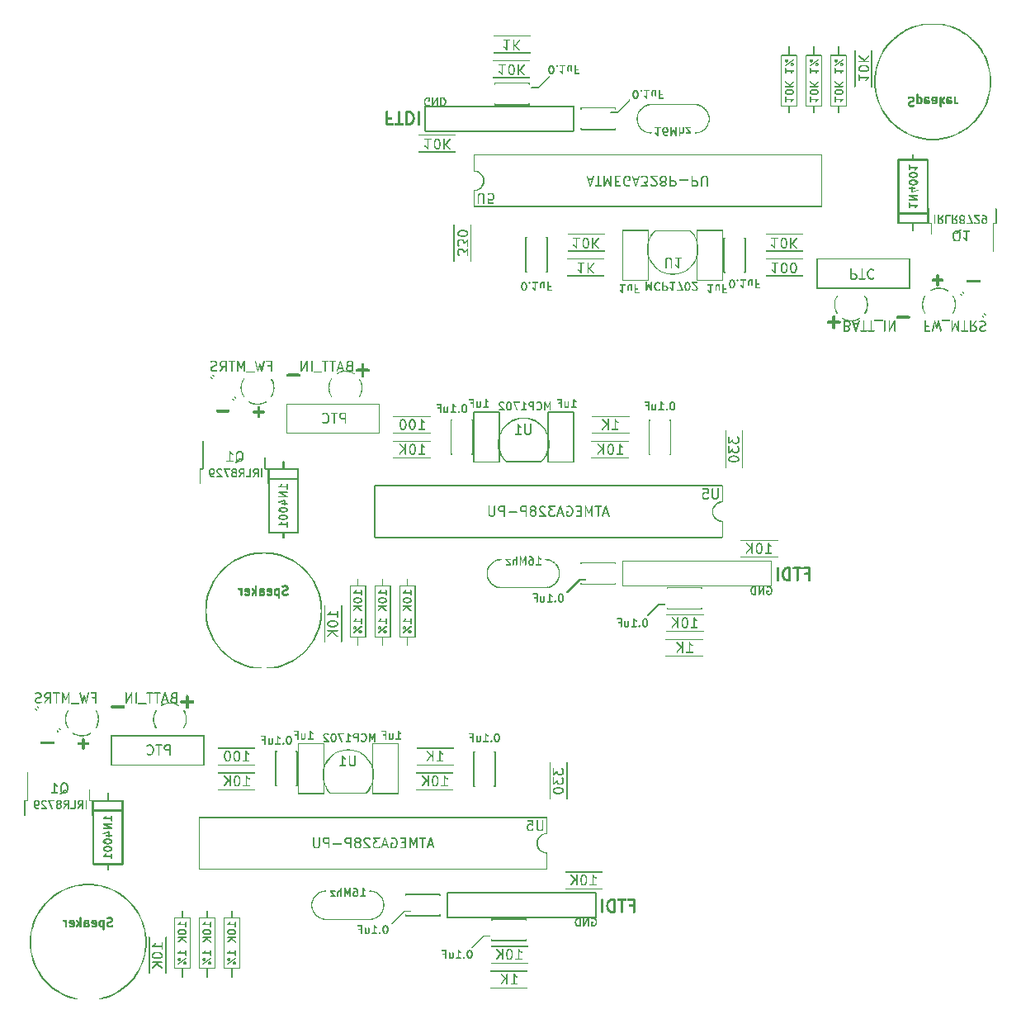
<source format=gbo>
%MOIN*%
%OFA0B0*%
%FSLAX44Y44*%
%IPPOS*%
%LPD*%
G36*
X00003333Y00006333D02*
G01*
X00003341Y00006334D01*
X00003350Y00006339D01*
X00003355Y00006345D01*
X00003361Y00006354D01*
X00003362Y00006363D01*
X00003361Y00006372D01*
X00003355Y00006379D01*
X00003350Y00006387D01*
X00003341Y00006391D01*
X00003333Y00006392D01*
X00003232Y00006392D01*
X00003222Y00006391D01*
X00003215Y00006387D01*
X00003209Y00006379D01*
X00003203Y00006372D01*
X00003202Y00006363D01*
X00003203Y00006354D01*
X00003209Y00006345D01*
X00003215Y00006339D01*
X00003222Y00006334D01*
X00003232Y00006333D01*
X00003333Y00006333D01*
G37*
G36*
X00018833Y00002533D02*
G01*
X00018842Y00002535D01*
X00018850Y00002539D01*
X00018856Y00002546D01*
X00018861Y00002554D01*
X00018862Y00002562D01*
X00018861Y00002572D01*
X00018856Y00002580D01*
X00018850Y00002587D01*
X00018842Y00002591D01*
X00018833Y00002592D01*
X00018583Y00002592D01*
X00018573Y00002591D01*
X00018565Y00002587D01*
X00018559Y00002580D01*
X00018554Y00002572D01*
X00018552Y00002562D01*
X00018554Y00002554D01*
X00018559Y00002546D01*
X00018565Y00002539D01*
X00018573Y00002535D01*
X00018583Y00002533D01*
X00018833Y00002533D01*
G37*
G36*
X00018133Y00002083D02*
G01*
X00018142Y00002085D01*
X00018150Y00002089D01*
X00018606Y00002546D01*
X00018610Y00002554D01*
X00018612Y00002562D01*
X00018610Y00002572D01*
X00018606Y00002580D01*
X00018600Y00002587D01*
X00018592Y00002591D01*
X00018583Y00002592D01*
X00018573Y00002591D01*
X00018565Y00002587D01*
X00018109Y00002130D01*
X00018104Y00002122D01*
X00018103Y00002113D01*
X00018104Y00002104D01*
X00018109Y00002096D01*
X00018115Y00002089D01*
X00018122Y00002085D01*
X00018133Y00002083D01*
G37*
G36*
X00015633Y00003533D02*
G01*
X00015642Y00003535D01*
X00015650Y00003538D01*
X00015656Y00003546D01*
X00015661Y00003553D01*
X00015662Y00003563D01*
X00015661Y00003572D01*
X00015656Y00003580D01*
X00015650Y00003587D01*
X00015642Y00003590D01*
X00015633Y00003592D01*
X00015383Y00003592D01*
X00015373Y00003590D01*
X00015365Y00003587D01*
X00015359Y00003580D01*
X00015354Y00003572D01*
X00015353Y00003563D01*
X00015354Y00003553D01*
X00015359Y00003546D01*
X00015365Y00003538D01*
X00015373Y00003535D01*
X00015383Y00003533D01*
X00015633Y00003533D01*
G37*
G36*
X00014883Y00003033D02*
G01*
X00014892Y00003035D01*
X00014900Y00003039D01*
X00015406Y00003546D01*
X00015411Y00003553D01*
X00015411Y00003563D01*
X00015411Y00003572D01*
X00015406Y00003580D01*
X00015400Y00003587D01*
X00015391Y00003590D01*
X00015383Y00003592D01*
X00015373Y00003590D01*
X00015365Y00003587D01*
X00014859Y00003080D01*
X00014854Y00003071D01*
X00014853Y00003063D01*
X00014854Y00003054D01*
X00014859Y00003046D01*
X00014865Y00003039D01*
X00014873Y00003035D01*
X00014883Y00003033D01*
G37*
G36*
X00022973Y00003241D02*
G01*
X00022982Y00003242D01*
X00023012Y00003257D01*
X00023020Y00003261D01*
X00023026Y00003268D01*
X00023031Y00003276D01*
X00023032Y00003285D01*
X00023031Y00003294D01*
X00023026Y00003303D01*
X00023020Y00003309D01*
X00023012Y00003312D01*
X00023003Y00003315D01*
X00022993Y00003312D01*
X00022963Y00003297D01*
X00022955Y00003293D01*
X00022949Y00003288D01*
X00022944Y00003279D01*
X00022942Y00003270D01*
X00022944Y00003261D01*
X00022949Y00003253D01*
X00022955Y00003246D01*
X00022963Y00003242D01*
X00022973Y00003241D01*
G37*
G36*
X00023048Y00003256D02*
G01*
X00023057Y00003257D01*
X00023065Y00003261D01*
X00023071Y00003268D01*
X00023076Y00003276D01*
X00023077Y00003285D01*
X00023076Y00003294D01*
X00023071Y00003303D01*
X00023065Y00003309D01*
X00023057Y00003312D01*
X00023048Y00003315D01*
X00023003Y00003315D01*
X00022993Y00003312D01*
X00022985Y00003309D01*
X00022979Y00003303D01*
X00022974Y00003294D01*
X00022973Y00003285D01*
X00022974Y00003276D01*
X00022979Y00003268D01*
X00022985Y00003261D01*
X00022993Y00003257D01*
X00023003Y00003256D01*
X00023048Y00003256D01*
G37*
G36*
X00023093Y00003241D02*
G01*
X00023102Y00003242D01*
X00023110Y00003246D01*
X00023116Y00003253D01*
X00023121Y00003261D01*
X00023121Y00003270D01*
X00023121Y00003279D01*
X00023116Y00003288D01*
X00023110Y00003293D01*
X00023102Y00003297D01*
X00023057Y00003312D01*
X00023048Y00003315D01*
X00023038Y00003312D01*
X00023030Y00003309D01*
X00023024Y00003303D01*
X00023019Y00003294D01*
X00023018Y00003285D01*
X00023019Y00003276D01*
X00023024Y00003268D01*
X00023030Y00003261D01*
X00023038Y00003257D01*
X00023083Y00003242D01*
X00023093Y00003241D01*
G37*
G36*
X00023123Y00003211D02*
G01*
X00023132Y00003212D01*
X00023140Y00003217D01*
X00023146Y00003222D01*
X00023151Y00003231D01*
X00023152Y00003240D01*
X00023151Y00003249D01*
X00023146Y00003258D01*
X00023140Y00003263D01*
X00023116Y00003288D01*
X00023116Y00003288D01*
X00023110Y00003293D01*
X00023102Y00003297D01*
X00023093Y00003300D01*
X00023083Y00003297D01*
X00023075Y00003293D01*
X00023069Y00003288D01*
X00023064Y00003279D01*
X00023062Y00003270D01*
X00023064Y00003261D01*
X00023069Y00003253D01*
X00023075Y00003246D01*
X00023099Y00003222D01*
X00023099Y00003222D01*
X00023105Y00003217D01*
X00023113Y00003212D01*
X00023123Y00003211D01*
G37*
G36*
X00023138Y00003181D02*
G01*
X00023147Y00003182D01*
X00023155Y00003187D01*
X00023161Y00003192D01*
X00023166Y00003201D01*
X00023167Y00003210D01*
X00023166Y00003219D01*
X00023151Y00003249D01*
X00023146Y00003258D01*
X00023140Y00003263D01*
X00023132Y00003268D01*
X00023123Y00003270D01*
X00023113Y00003268D01*
X00023105Y00003263D01*
X00023099Y00003258D01*
X00023094Y00003249D01*
X00023093Y00003240D01*
X00023094Y00003231D01*
X00023109Y00003201D01*
X00023114Y00003192D01*
X00023120Y00003187D01*
X00023128Y00003182D01*
X00023138Y00003181D01*
G37*
G36*
X00023152Y00003121D02*
G01*
X00023161Y00003122D01*
X00023170Y00003127D01*
X00023176Y00003133D01*
X00023181Y00003141D01*
X00023182Y00003150D01*
X00023181Y00003159D01*
X00023166Y00003219D01*
X00023161Y00003227D01*
X00023155Y00003233D01*
X00023147Y00003237D01*
X00023138Y00003240D01*
X00023128Y00003237D01*
X00023120Y00003233D01*
X00023114Y00003227D01*
X00023109Y00003219D01*
X00023108Y00003210D01*
X00023109Y00003201D01*
X00023123Y00003141D01*
X00023129Y00003133D01*
X00023135Y00003127D01*
X00023142Y00003122D01*
X00023152Y00003121D01*
G37*
G36*
X00023152Y00003076D02*
G01*
X00023161Y00003076D01*
X00023170Y00003081D01*
X00023176Y00003088D01*
X00023181Y00003096D01*
X00023182Y00003105D01*
X00023182Y00003150D01*
X00023181Y00003159D01*
X00023176Y00003168D01*
X00023170Y00003173D01*
X00023161Y00003178D01*
X00023152Y00003180D01*
X00023142Y00003178D01*
X00023135Y00003173D01*
X00023129Y00003168D01*
X00023123Y00003159D01*
X00023123Y00003150D01*
X00023123Y00003105D01*
X00023123Y00003096D01*
X00023129Y00003088D01*
X00023135Y00003081D01*
X00023142Y00003076D01*
X00023152Y00003076D01*
G37*
G36*
X00023138Y00003016D02*
G01*
X00023147Y00003017D01*
X00023155Y00003022D01*
X00023161Y00003028D01*
X00023166Y00003036D01*
X00023181Y00003096D01*
X00023182Y00003105D01*
X00023181Y00003115D01*
X00023176Y00003123D01*
X00023170Y00003129D01*
X00023161Y00003133D01*
X00023152Y00003135D01*
X00023142Y00003133D01*
X00023135Y00003129D01*
X00023129Y00003123D01*
X00023123Y00003115D01*
X00023109Y00003055D01*
X00023108Y00003045D01*
X00023109Y00003036D01*
X00023114Y00003028D01*
X00023120Y00003022D01*
X00023128Y00003017D01*
X00023138Y00003016D01*
G37*
G36*
X00023123Y00002985D02*
G01*
X00023132Y00002987D01*
X00023140Y00002992D01*
X00023146Y00002998D01*
X00023151Y00003006D01*
X00023166Y00003036D01*
X00023167Y00003045D01*
X00023166Y00003055D01*
X00023161Y00003063D01*
X00023155Y00003069D01*
X00023147Y00003073D01*
X00023138Y00003075D01*
X00023128Y00003073D01*
X00023120Y00003069D01*
X00023114Y00003063D01*
X00023109Y00003055D01*
X00023094Y00003025D01*
X00023093Y00003015D01*
X00023094Y00003006D01*
X00023099Y00002998D01*
X00023105Y00002992D01*
X00023113Y00002987D01*
X00023123Y00002985D01*
G37*
G36*
X00023093Y00002955D02*
G01*
X00023102Y00002957D01*
X00023110Y00002962D01*
X00023116Y00002968D01*
X00023146Y00002998D01*
X00023151Y00003006D01*
X00023152Y00003015D01*
X00023151Y00003025D01*
X00023146Y00003033D01*
X00023140Y00003039D01*
X00023132Y00003044D01*
X00023123Y00003045D01*
X00023113Y00003044D01*
X00023105Y00003039D01*
X00023099Y00003033D01*
X00023099Y00003033D01*
X00023075Y00003009D01*
X00023069Y00003003D01*
X00023064Y00002995D01*
X00023062Y00002985D01*
X00023064Y00002975D01*
X00023069Y00002968D01*
X00023075Y00002962D01*
X00023083Y00002957D01*
X00023093Y00002955D01*
G37*
G36*
X00023048Y00002940D02*
G01*
X00023057Y00002942D01*
X00023102Y00002957D01*
X00023110Y00002962D01*
X00023116Y00002968D01*
X00023121Y00002975D01*
X00023121Y00002985D01*
X00023121Y00002995D01*
X00023116Y00003003D01*
X00023110Y00003009D01*
X00023102Y00003013D01*
X00023093Y00003015D01*
X00023083Y00003013D01*
X00023038Y00002999D01*
X00023030Y00002994D01*
X00023024Y00002988D01*
X00023019Y00002980D01*
X00023018Y00002970D01*
X00023019Y00002960D01*
X00023024Y00002953D01*
X00023030Y00002947D01*
X00023038Y00002942D01*
X00023048Y00002940D01*
G37*
G36*
X00023048Y00002940D02*
G01*
X00023057Y00002942D01*
X00023065Y00002947D01*
X00023071Y00002953D01*
X00023076Y00002960D01*
X00023077Y00002970D01*
X00023076Y00002980D01*
X00023071Y00002988D01*
X00023065Y00002994D01*
X00023057Y00002999D01*
X00023048Y00003000D01*
X00023018Y00003000D01*
X00023008Y00002999D01*
X00023000Y00002994D01*
X00022994Y00002988D01*
X00022989Y00002980D01*
X00022988Y00002970D01*
X00022989Y00002960D01*
X00022994Y00002953D01*
X00023000Y00002947D01*
X00023008Y00002942D01*
X00023018Y00002940D01*
X00023048Y00002940D01*
G37*
G36*
X00023018Y00002940D02*
G01*
X00023027Y00002942D01*
X00023035Y00002947D01*
X00023041Y00002953D01*
X00023046Y00002960D01*
X00023047Y00002970D01*
X00023046Y00002980D01*
X00023041Y00002988D01*
X00023035Y00002994D01*
X00023027Y00002999D01*
X00022982Y00003013D01*
X00022973Y00003015D01*
X00022963Y00003013D01*
X00022955Y00003009D01*
X00022949Y00003003D01*
X00022944Y00002995D01*
X00022942Y00002985D01*
X00022944Y00002975D01*
X00022949Y00002968D01*
X00022955Y00002962D01*
X00022963Y00002957D01*
X00023008Y00002942D01*
X00023018Y00002940D01*
G37*
G36*
X00022973Y00002955D02*
G01*
X00022982Y00002957D01*
X00022990Y00002962D01*
X00022996Y00002968D01*
X00023001Y00002975D01*
X00023001Y00002985D01*
X00023001Y00002995D01*
X00022996Y00003003D01*
X00022980Y00003018D01*
X00022975Y00003024D01*
X00022967Y00003028D01*
X00022958Y00003030D01*
X00022948Y00003028D01*
X00022940Y00003024D01*
X00022934Y00003018D01*
X00022929Y00003010D01*
X00022928Y00003000D01*
X00022929Y00002990D01*
X00022934Y00002983D01*
X00022940Y00002977D01*
X00022955Y00002962D01*
X00022963Y00002957D01*
X00022973Y00002955D01*
G37*
G36*
X00022958Y00002970D02*
G01*
X00022967Y00002972D01*
X00022975Y00002977D01*
X00022980Y00002983D01*
X00022986Y00002990D01*
X00022987Y00003000D01*
X00022987Y00003105D01*
X00022986Y00003115D01*
X00022980Y00003123D01*
X00022975Y00003129D01*
X00022967Y00003133D01*
X00022958Y00003135D01*
X00022948Y00003133D01*
X00022940Y00003129D01*
X00022934Y00003123D01*
X00022929Y00003115D01*
X00022928Y00003105D01*
X00022928Y00003000D01*
X00022929Y00002990D01*
X00022934Y00002983D01*
X00022940Y00002977D01*
X00022948Y00002972D01*
X00022958Y00002970D01*
G37*
G36*
X00023018Y00003076D02*
G01*
X00023027Y00003076D01*
X00023035Y00003081D01*
X00023041Y00003088D01*
X00023046Y00003096D01*
X00023047Y00003105D01*
X00023046Y00003115D01*
X00023041Y00003123D01*
X00023035Y00003129D01*
X00023027Y00003133D01*
X00023018Y00003135D01*
X00022958Y00003135D01*
X00022948Y00003133D01*
X00022940Y00003129D01*
X00022934Y00003123D01*
X00022929Y00003115D01*
X00022928Y00003105D01*
X00022929Y00003096D01*
X00022934Y00003088D01*
X00022940Y00003081D01*
X00022948Y00003076D01*
X00022958Y00003076D01*
X00023018Y00003076D01*
G37*
G36*
X00022823Y00002940D02*
G01*
X00022832Y00002942D01*
X00022839Y00002947D01*
X00022846Y00002953D01*
X00022851Y00002960D01*
X00022852Y00002970D01*
X00022852Y00003285D01*
X00022851Y00003294D01*
X00022846Y00003303D01*
X00022839Y00003309D01*
X00022832Y00003312D01*
X00022823Y00003315D01*
X00022813Y00003312D01*
X00022805Y00003309D01*
X00022799Y00003303D01*
X00022794Y00003294D01*
X00022793Y00003285D01*
X00022793Y00002970D01*
X00022794Y00002960D01*
X00022799Y00002953D01*
X00022805Y00002947D01*
X00022813Y00002942D01*
X00022823Y00002940D01*
G37*
G36*
X00022643Y00002940D02*
G01*
X00022652Y00002942D01*
X00022660Y00002947D01*
X00022666Y00002953D01*
X00022846Y00003268D01*
X00022851Y00003276D01*
X00022852Y00003285D01*
X00022851Y00003294D01*
X00022846Y00003303D01*
X00022839Y00003309D01*
X00022832Y00003312D01*
X00022823Y00003315D01*
X00022813Y00003312D01*
X00022805Y00003309D01*
X00022799Y00003303D01*
X00022618Y00002988D01*
X00022614Y00002980D01*
X00022613Y00002970D01*
X00022614Y00002960D01*
X00022618Y00002953D01*
X00022625Y00002947D01*
X00022633Y00002942D01*
X00022643Y00002940D01*
G37*
G36*
X00022643Y00002940D02*
G01*
X00022652Y00002942D01*
X00022660Y00002947D01*
X00022666Y00002953D01*
X00022671Y00002960D01*
X00022672Y00002970D01*
X00022672Y00003285D01*
X00022671Y00003294D01*
X00022666Y00003303D01*
X00022660Y00003309D01*
X00022652Y00003312D01*
X00022643Y00003315D01*
X00022633Y00003312D01*
X00022625Y00003309D01*
X00022618Y00003303D01*
X00022614Y00003294D01*
X00022613Y00003285D01*
X00022613Y00002970D01*
X00022614Y00002960D01*
X00022618Y00002953D01*
X00022625Y00002947D01*
X00022633Y00002942D01*
X00022643Y00002940D01*
G37*
G36*
X00022493Y00002940D02*
G01*
X00022502Y00002942D01*
X00022510Y00002947D01*
X00022516Y00002953D01*
X00022521Y00002960D01*
X00022522Y00002970D01*
X00022522Y00003285D01*
X00022521Y00003294D01*
X00022516Y00003303D01*
X00022510Y00003309D01*
X00022502Y00003312D01*
X00022493Y00003315D01*
X00022483Y00003312D01*
X00022475Y00003309D01*
X00022469Y00003303D01*
X00022465Y00003294D01*
X00022463Y00003285D01*
X00022463Y00002970D01*
X00022465Y00002960D01*
X00022469Y00002953D01*
X00022475Y00002947D01*
X00022483Y00002942D01*
X00022493Y00002940D01*
G37*
G36*
X00022493Y00003256D02*
G01*
X00022502Y00003257D01*
X00022510Y00003261D01*
X00022516Y00003268D01*
X00022521Y00003276D01*
X00022522Y00003285D01*
X00022521Y00003294D01*
X00022516Y00003303D01*
X00022510Y00003309D01*
X00022502Y00003312D01*
X00022493Y00003315D01*
X00022418Y00003315D01*
X00022408Y00003312D01*
X00022400Y00003309D01*
X00022394Y00003303D01*
X00022390Y00003294D01*
X00022388Y00003285D01*
X00022390Y00003276D01*
X00022394Y00003268D01*
X00022400Y00003261D01*
X00022408Y00003257D01*
X00022418Y00003256D01*
X00022493Y00003256D01*
G37*
G36*
X00022373Y00003241D02*
G01*
X00022382Y00003242D01*
X00022427Y00003257D01*
X00022435Y00003261D01*
X00022441Y00003268D01*
X00022446Y00003276D01*
X00022447Y00003285D01*
X00022446Y00003294D01*
X00022441Y00003303D01*
X00022435Y00003309D01*
X00022427Y00003312D01*
X00022418Y00003315D01*
X00022408Y00003312D01*
X00022363Y00003297D01*
X00022355Y00003293D01*
X00022349Y00003288D01*
X00022345Y00003279D01*
X00022343Y00003270D01*
X00022345Y00003261D01*
X00022349Y00003253D01*
X00022355Y00003246D01*
X00022363Y00003242D01*
X00022373Y00003241D01*
G37*
G36*
X00022343Y00003211D02*
G01*
X00022352Y00003212D01*
X00022360Y00003217D01*
X00022390Y00003246D01*
X00022395Y00003253D01*
X00022401Y00003261D01*
X00022402Y00003270D01*
X00022401Y00003279D01*
X00022395Y00003288D01*
X00022390Y00003293D01*
X00022382Y00003297D01*
X00022373Y00003300D01*
X00022363Y00003297D01*
X00022355Y00003293D01*
X00022349Y00003288D01*
X00022349Y00003288D01*
X00022325Y00003263D01*
X00022319Y00003258D01*
X00022315Y00003249D01*
X00022313Y00003240D01*
X00022315Y00003231D01*
X00022319Y00003222D01*
X00022325Y00003217D01*
X00022333Y00003212D01*
X00022343Y00003211D01*
G37*
G36*
X00022328Y00003181D02*
G01*
X00022336Y00003182D01*
X00022345Y00003187D01*
X00022351Y00003192D01*
X00022355Y00003201D01*
X00022371Y00003231D01*
X00022372Y00003240D01*
X00022371Y00003249D01*
X00022366Y00003258D01*
X00022360Y00003263D01*
X00022352Y00003268D01*
X00022343Y00003270D01*
X00022333Y00003268D01*
X00022325Y00003263D01*
X00022319Y00003258D01*
X00022315Y00003249D01*
X00022300Y00003219D01*
X00022298Y00003210D01*
X00022300Y00003201D01*
X00022304Y00003192D01*
X00022310Y00003187D01*
X00022317Y00003182D01*
X00022328Y00003181D01*
G37*
G36*
X00022313Y00003121D02*
G01*
X00022322Y00003122D01*
X00022330Y00003127D01*
X00022336Y00003133D01*
X00022341Y00003141D01*
X00022355Y00003201D01*
X00022357Y00003210D01*
X00022355Y00003219D01*
X00022351Y00003227D01*
X00022345Y00003233D01*
X00022336Y00003237D01*
X00022328Y00003240D01*
X00022317Y00003237D01*
X00022310Y00003233D01*
X00022304Y00003227D01*
X00022300Y00003219D01*
X00022285Y00003159D01*
X00022283Y00003150D01*
X00022285Y00003141D01*
X00022289Y00003133D01*
X00022294Y00003127D01*
X00022303Y00003122D01*
X00022313Y00003121D01*
G37*
G36*
X00022313Y00003076D02*
G01*
X00022322Y00003076D01*
X00022330Y00003081D01*
X00022336Y00003088D01*
X00022341Y00003096D01*
X00022342Y00003105D01*
X00022342Y00003150D01*
X00022341Y00003159D01*
X00022336Y00003168D01*
X00022330Y00003173D01*
X00022322Y00003178D01*
X00022313Y00003180D01*
X00022303Y00003178D01*
X00022294Y00003173D01*
X00022289Y00003168D01*
X00022285Y00003159D01*
X00022283Y00003150D01*
X00022283Y00003105D01*
X00022285Y00003096D01*
X00022289Y00003088D01*
X00022294Y00003081D01*
X00022303Y00003076D01*
X00022313Y00003076D01*
G37*
G36*
X00022328Y00003016D02*
G01*
X00022336Y00003017D01*
X00022345Y00003022D01*
X00022351Y00003028D01*
X00022355Y00003036D01*
X00022357Y00003045D01*
X00022355Y00003055D01*
X00022341Y00003115D01*
X00022336Y00003123D01*
X00022330Y00003129D01*
X00022322Y00003133D01*
X00022313Y00003135D01*
X00022303Y00003133D01*
X00022294Y00003129D01*
X00022289Y00003123D01*
X00022285Y00003115D01*
X00022283Y00003105D01*
X00022285Y00003096D01*
X00022300Y00003036D01*
X00022304Y00003028D01*
X00022310Y00003022D01*
X00022317Y00003017D01*
X00022328Y00003016D01*
G37*
G36*
X00022343Y00002985D02*
G01*
X00022352Y00002987D01*
X00022360Y00002992D01*
X00022366Y00002998D01*
X00022371Y00003006D01*
X00022372Y00003015D01*
X00022371Y00003025D01*
X00022355Y00003055D01*
X00022351Y00003063D01*
X00022345Y00003069D01*
X00022336Y00003073D01*
X00022328Y00003075D01*
X00022317Y00003073D01*
X00022310Y00003069D01*
X00022304Y00003063D01*
X00022300Y00003055D01*
X00022298Y00003045D01*
X00022300Y00003036D01*
X00022315Y00003006D01*
X00022319Y00002998D01*
X00022325Y00002992D01*
X00022333Y00002987D01*
X00022343Y00002985D01*
G37*
G36*
X00022373Y00002955D02*
G01*
X00022382Y00002957D01*
X00022390Y00002962D01*
X00022395Y00002968D01*
X00022401Y00002975D01*
X00022402Y00002985D01*
X00022401Y00002995D01*
X00022395Y00003003D01*
X00022390Y00003009D01*
X00022360Y00003039D01*
X00022352Y00003044D01*
X00022343Y00003045D01*
X00022333Y00003044D01*
X00022325Y00003039D01*
X00022319Y00003033D01*
X00022315Y00003025D01*
X00022313Y00003015D01*
X00022315Y00003006D01*
X00022319Y00002998D01*
X00022325Y00002992D01*
X00022349Y00002968D01*
X00022349Y00002968D01*
X00022355Y00002962D01*
X00022363Y00002957D01*
X00022373Y00002955D01*
G37*
G36*
X00022418Y00002940D02*
G01*
X00022427Y00002942D01*
X00022435Y00002947D01*
X00022441Y00002953D01*
X00022446Y00002960D01*
X00022447Y00002970D01*
X00022446Y00002980D01*
X00022441Y00002988D01*
X00022435Y00002994D01*
X00022427Y00002999D01*
X00022382Y00003013D01*
X00022373Y00003015D01*
X00022363Y00003013D01*
X00022355Y00003009D01*
X00022349Y00003003D01*
X00022345Y00002995D01*
X00022343Y00002985D01*
X00022345Y00002975D01*
X00022349Y00002968D01*
X00022355Y00002962D01*
X00022363Y00002957D01*
X00022408Y00002942D01*
X00022418Y00002940D01*
G37*
G36*
X00022493Y00002940D02*
G01*
X00022502Y00002942D01*
X00022510Y00002947D01*
X00022516Y00002953D01*
X00022521Y00002960D01*
X00022522Y00002970D01*
X00022521Y00002980D01*
X00022516Y00002988D01*
X00022510Y00002994D01*
X00022502Y00002999D01*
X00022493Y00003000D01*
X00022418Y00003000D01*
X00022408Y00002999D01*
X00022400Y00002994D01*
X00022394Y00002988D01*
X00022390Y00002980D01*
X00022388Y00002970D01*
X00022390Y00002960D01*
X00022394Y00002953D01*
X00022400Y00002947D01*
X00022408Y00002942D01*
X00022418Y00002940D01*
X00022493Y00002940D01*
G37*
G36*
X00001208Y00010311D02*
G01*
X00001226Y00010315D01*
X00001242Y00010323D01*
X00001255Y00010336D01*
X00001264Y00010351D01*
X00001267Y00010371D01*
X00001264Y00010389D01*
X00001255Y00010405D01*
X00001242Y00010418D01*
X00001226Y00010427D01*
X00001208Y00010430D01*
X00000758Y00010430D01*
X00000738Y00010427D01*
X00000723Y00010418D01*
X00000709Y00010405D01*
X00000701Y00010389D01*
X00000699Y00010371D01*
X00000701Y00010351D01*
X00000709Y00010336D01*
X00000723Y00010323D01*
X00000738Y00010315D01*
X00000758Y00010311D01*
X00001208Y00010311D01*
G37*
G36*
X00002620Y00010269D02*
G01*
X00002638Y00010271D01*
X00002655Y00010280D01*
X00002668Y00010293D01*
X00002676Y00010310D01*
X00002679Y00010328D01*
X00002676Y00010346D01*
X00002668Y00010362D01*
X00002655Y00010376D01*
X00002638Y00010384D01*
X00002620Y00010387D01*
X00002245Y00010387D01*
X00002227Y00010384D01*
X00002210Y00010376D01*
X00002197Y00010362D01*
X00002189Y00010346D01*
X00002186Y00010328D01*
X00002189Y00010310D01*
X00002197Y00010293D01*
X00002210Y00010280D01*
X00002227Y00010271D01*
X00002245Y00010269D01*
X00002620Y00010269D01*
G37*
G36*
X00002433Y00010081D02*
G01*
X00002451Y00010084D01*
X00002467Y00010092D01*
X00002480Y00010106D01*
X00002489Y00010122D01*
X00002492Y00010140D01*
X00002492Y00010515D01*
X00002489Y00010532D01*
X00002480Y00010550D01*
X00002467Y00010563D01*
X00002451Y00010571D01*
X00002433Y00010573D01*
X00002414Y00010571D01*
X00002398Y00010563D01*
X00002385Y00010550D01*
X00002376Y00010532D01*
X00002374Y00010515D01*
X00002374Y00010140D01*
X00002376Y00010122D01*
X00002385Y00010106D01*
X00002398Y00010092D01*
X00002414Y00010084D01*
X00002433Y00010081D01*
G37*
G36*
X00004058Y00011762D02*
G01*
X00004076Y00011765D01*
X00004092Y00011773D01*
X00004105Y00011786D01*
X00004114Y00011802D01*
X00004117Y00011821D01*
X00004114Y00011839D01*
X00004105Y00011855D01*
X00004092Y00011868D01*
X00004076Y00011877D01*
X00004058Y00011880D01*
X00003608Y00011880D01*
X00003589Y00011877D01*
X00003573Y00011868D01*
X00003560Y00011855D01*
X00003551Y00011839D01*
X00003549Y00011821D01*
X00003551Y00011802D01*
X00003560Y00011786D01*
X00003573Y00011773D01*
X00003589Y00011765D01*
X00003608Y00011762D01*
X00004058Y00011762D01*
G37*
G36*
X00006858Y00011962D02*
G01*
X00006876Y00011964D01*
X00006891Y00011973D01*
X00006905Y00011986D01*
X00006914Y00012002D01*
X00006917Y00012021D01*
X00006914Y00012039D01*
X00006905Y00012055D01*
X00006891Y00012069D01*
X00006876Y00012077D01*
X00006858Y00012080D01*
X00006407Y00012080D01*
X00006389Y00012077D01*
X00006373Y00012069D01*
X00006360Y00012055D01*
X00006350Y00012039D01*
X00006348Y00012021D01*
X00006350Y00012002D01*
X00006360Y00011986D01*
X00006373Y00011973D01*
X00006389Y00011964D01*
X00006407Y00011962D01*
X00006858Y00011962D01*
G37*
G36*
X00006633Y00011737D02*
G01*
X00006650Y00011740D01*
X00006667Y00011748D01*
X00006679Y00011761D01*
X00006689Y00011777D01*
X00006692Y00011796D01*
X00006692Y00012246D01*
X00006689Y00012264D01*
X00006679Y00012280D01*
X00006667Y00012293D01*
X00006650Y00012302D01*
X00006633Y00012305D01*
X00006614Y00012302D01*
X00006598Y00012293D01*
X00006585Y00012280D01*
X00006576Y00012264D01*
X00006574Y00012246D01*
X00006574Y00011796D01*
X00006576Y00011777D01*
X00006585Y00011761D01*
X00006598Y00011748D01*
X00006614Y00011740D01*
X00006633Y00011737D01*
G37*
G36*
X00013841Y00008311D02*
G01*
X00013849Y00008312D01*
X00013855Y00008315D01*
X00013859Y00008320D01*
X00013864Y00008327D01*
X00013865Y00008335D01*
X00013864Y00008342D01*
X00013859Y00008348D01*
X00013855Y00008354D01*
X00013849Y00008357D01*
X00013841Y00008358D01*
X00012424Y00008358D01*
X00012417Y00008357D01*
X00012410Y00008354D01*
X00012405Y00008348D01*
X00012401Y00008342D01*
X00012400Y00008335D01*
X00012401Y00008327D01*
X00012405Y00008320D01*
X00012410Y00008315D01*
X00012417Y00008312D01*
X00012424Y00008311D01*
X00013841Y00008311D01*
G37*
G36*
X00013855Y00008315D02*
G01*
X00013864Y00008317D01*
X00013870Y00008320D01*
X00013875Y00008325D01*
X00013879Y00008332D01*
X00013879Y00008339D01*
X00013879Y00008346D01*
X00013875Y00008353D01*
X00013870Y00008358D01*
X00013864Y00008362D01*
X00013855Y00008363D01*
X00013849Y00008362D01*
X00013842Y00008358D01*
X00013837Y00008353D01*
X00013834Y00008346D01*
X00013833Y00008339D01*
X00013834Y00008332D01*
X00013837Y00008325D01*
X00013842Y00008320D01*
X00013849Y00008317D01*
X00013855Y00008315D01*
G37*
G36*
X00013855Y00008315D02*
G01*
X00013864Y00008317D01*
X00013870Y00008320D01*
X00013875Y00008325D01*
X00013986Y00008457D01*
X00013990Y00008463D01*
X00013991Y00008471D01*
X00013990Y00008478D01*
X00013986Y00008484D01*
X00013980Y00008490D01*
X00013975Y00008493D01*
X00013967Y00008494D01*
X00013959Y00008493D01*
X00013954Y00008490D01*
X00013948Y00008484D01*
X00013837Y00008353D01*
X00013834Y00008346D01*
X00013833Y00008339D01*
X00013834Y00008332D01*
X00013837Y00008325D01*
X00013842Y00008320D01*
X00013849Y00008317D01*
X00013855Y00008315D01*
G37*
G36*
X00013967Y00008447D02*
G01*
X00013975Y00008448D01*
X00013980Y00008451D01*
X00013986Y00008457D01*
X00014074Y00008605D01*
X00014077Y00008611D01*
X00014078Y00008619D01*
X00014077Y00008626D01*
X00014074Y00008633D01*
X00014069Y00008638D01*
X00014061Y00008641D01*
X00014055Y00008642D01*
X00014048Y00008641D01*
X00014040Y00008638D01*
X00014035Y00008633D01*
X00013948Y00008484D01*
X00013945Y00008478D01*
X00013944Y00008471D01*
X00013945Y00008463D01*
X00013948Y00008457D01*
X00013954Y00008451D01*
X00013959Y00008448D01*
X00013967Y00008447D01*
G37*
G36*
X00014055Y00008595D02*
G01*
X00014061Y00008596D01*
X00014069Y00008600D01*
X00014074Y00008605D01*
X00014077Y00008611D01*
X00014139Y00008772D01*
X00014140Y00008780D01*
X00014139Y00008787D01*
X00014135Y00008793D01*
X00014130Y00008799D01*
X00014123Y00008802D01*
X00014116Y00008803D01*
X00014109Y00008802D01*
X00014101Y00008799D01*
X00014097Y00008793D01*
X00014093Y00008787D01*
X00014031Y00008626D01*
X00014031Y00008619D01*
X00014031Y00008611D01*
X00014035Y00008605D01*
X00014040Y00008600D01*
X00014048Y00008596D01*
X00014055Y00008595D01*
G37*
G36*
X00014116Y00008756D02*
G01*
X00014123Y00008757D01*
X00014130Y00008760D01*
X00014135Y00008766D01*
X00014139Y00008772D01*
X00014172Y00008941D01*
X00014173Y00008948D01*
X00014172Y00008956D01*
X00014169Y00008962D01*
X00014164Y00008967D01*
X00014157Y00008971D01*
X00014149Y00008972D01*
X00014141Y00008971D01*
X00014136Y00008967D01*
X00014131Y00008962D01*
X00014127Y00008956D01*
X00014093Y00008787D01*
X00014093Y00008780D01*
X00014093Y00008772D01*
X00014097Y00008766D01*
X00014101Y00008760D01*
X00014109Y00008757D01*
X00014116Y00008756D01*
G37*
G36*
X00014149Y00008925D02*
G01*
X00014157Y00008926D01*
X00014164Y00008929D01*
X00014169Y00008934D01*
X00014172Y00008941D01*
X00014173Y00008948D01*
X00014178Y00009120D01*
X00014177Y00009128D01*
X00014174Y00009134D01*
X00014168Y00009139D01*
X00014161Y00009143D01*
X00014155Y00009144D01*
X00014147Y00009143D01*
X00014141Y00009139D01*
X00014135Y00009134D01*
X00014132Y00009128D01*
X00014131Y00009120D01*
X00014126Y00008948D01*
X00014127Y00008941D01*
X00014131Y00008934D01*
X00014136Y00008929D01*
X00014141Y00008926D01*
X00014149Y00008925D01*
G37*
G36*
X00014155Y00009097D02*
G01*
X00014161Y00009098D01*
X00014168Y00009101D01*
X00014174Y00009106D01*
X00014177Y00009113D01*
X00014178Y00009120D01*
X00014153Y00009291D01*
X00014153Y00009298D01*
X00014149Y00009305D01*
X00014144Y00009310D01*
X00014138Y00009313D01*
X00014131Y00009314D01*
X00014123Y00009313D01*
X00014117Y00009310D01*
X00014111Y00009305D01*
X00014108Y00009298D01*
X00014107Y00009291D01*
X00014131Y00009120D01*
X00014132Y00009113D01*
X00014135Y00009106D01*
X00014141Y00009101D01*
X00014147Y00009098D01*
X00014155Y00009097D01*
G37*
G36*
X00014131Y00009267D02*
G01*
X00014138Y00009268D01*
X00014144Y00009272D01*
X00014149Y00009277D01*
X00014153Y00009283D01*
X00014153Y00009291D01*
X00014153Y00009298D01*
X00014101Y00009462D01*
X00014097Y00009469D01*
X00014091Y00009474D01*
X00014086Y00009477D01*
X00014078Y00009478D01*
X00014071Y00009477D01*
X00014064Y00009474D01*
X00014059Y00009469D01*
X00014056Y00009462D01*
X00014055Y00009455D01*
X00014056Y00009447D01*
X00014108Y00009283D01*
X00014111Y00009277D01*
X00014117Y00009272D01*
X00014123Y00009268D01*
X00014131Y00009267D01*
G37*
G36*
X00014078Y00009431D02*
G01*
X00014086Y00009432D01*
X00014091Y00009436D01*
X00014097Y00009441D01*
X00014101Y00009447D01*
X00014101Y00009455D01*
X00014101Y00009462D01*
X00014097Y00009469D01*
X00014018Y00009621D01*
X00014013Y00009627D01*
X00014007Y00009630D01*
X00013999Y00009631D01*
X00013992Y00009630D01*
X00013985Y00009627D01*
X00013979Y00009621D01*
X00013977Y00009615D01*
X00013975Y00009608D01*
X00013977Y00009600D01*
X00013979Y00009594D01*
X00014059Y00009441D01*
X00014064Y00009436D01*
X00014071Y00009432D01*
X00014078Y00009431D01*
G37*
G36*
X00013999Y00009584D02*
G01*
X00014007Y00009585D01*
X00014013Y00009588D01*
X00014018Y00009594D01*
X00014021Y00009600D01*
X00014023Y00009608D01*
X00014021Y00009615D01*
X00014018Y00009621D01*
X00013915Y00009759D01*
X00013909Y00009764D01*
X00013903Y00009767D01*
X00013896Y00009769D01*
X00013889Y00009767D01*
X00013882Y00009764D01*
X00013877Y00009759D01*
X00013873Y00009752D01*
X00013872Y00009745D01*
X00013873Y00009738D01*
X00013877Y00009731D01*
X00013979Y00009594D01*
X00013985Y00009588D01*
X00013992Y00009585D01*
X00013999Y00009584D01*
G37*
G36*
X00013896Y00009721D02*
G01*
X00013903Y00009723D01*
X00013909Y00009726D01*
X00013915Y00009731D01*
X00013917Y00009738D01*
X00013919Y00009745D01*
X00013917Y00009752D01*
X00013915Y00009759D01*
X00013909Y00009764D01*
X00013785Y00009882D01*
X00013778Y00009886D01*
X00013771Y00009887D01*
X00013763Y00009886D01*
X00013757Y00009882D01*
X00013752Y00009877D01*
X00013748Y00009871D01*
X00013747Y00009863D01*
X00013748Y00009856D01*
X00013752Y00009849D01*
X00013757Y00009844D01*
X00013882Y00009726D01*
X00013889Y00009723D01*
X00013896Y00009721D01*
G37*
G36*
X00013771Y00009840D02*
G01*
X00013778Y00009841D01*
X00013785Y00009844D01*
X00013789Y00009849D01*
X00013793Y00009856D01*
X00013793Y00009863D01*
X00013793Y00009871D01*
X00013789Y00009877D01*
X00013785Y00009882D01*
X00013642Y00009978D01*
X00013635Y00009981D01*
X00013628Y00009982D01*
X00013620Y00009981D01*
X00013613Y00009978D01*
X00013609Y00009973D01*
X00013605Y00009966D01*
X00013603Y00009959D01*
X00013605Y00009952D01*
X00013609Y00009945D01*
X00013613Y00009940D01*
X00013757Y00009844D01*
X00013763Y00009841D01*
X00013771Y00009840D01*
G37*
G36*
X00013628Y00009935D02*
G01*
X00013635Y00009936D01*
X00013642Y00009940D01*
X00013647Y00009945D01*
X00013650Y00009952D01*
X00013651Y00009959D01*
X00013650Y00009966D01*
X00013647Y00009973D01*
X00013642Y00009978D01*
X00013635Y00009981D01*
X00013478Y00010052D01*
X00013471Y00010053D01*
X00013463Y00010052D01*
X00013457Y00010048D01*
X00013452Y00010043D01*
X00013448Y00010036D01*
X00013447Y00010028D01*
X00013448Y00010022D01*
X00013452Y00010015D01*
X00013457Y00010009D01*
X00013463Y00010007D01*
X00013620Y00009936D01*
X00013628Y00009935D01*
G37*
G36*
X00013471Y00010005D02*
G01*
X00013478Y00010007D01*
X00013485Y00010009D01*
X00013489Y00010015D01*
X00013493Y00010022D01*
X00013493Y00010028D01*
X00013493Y00010036D01*
X00013489Y00010043D01*
X00013485Y00010048D01*
X00013478Y00010052D01*
X00013311Y00010095D01*
X00013303Y00010096D01*
X00013297Y00010095D01*
X00013290Y00010091D01*
X00013285Y00010086D01*
X00013282Y00010079D01*
X00013280Y00010072D01*
X00013282Y00010065D01*
X00013285Y00010058D01*
X00013290Y00010053D01*
X00013297Y00010049D01*
X00013463Y00010007D01*
X00013471Y00010005D01*
G37*
G36*
X00013303Y00010048D02*
G01*
X00013311Y00010049D01*
X00013318Y00010053D01*
X00013323Y00010058D01*
X00013326Y00010065D01*
X00013328Y00010072D01*
X00013326Y00010079D01*
X00013323Y00010086D01*
X00013318Y00010091D01*
X00013311Y00010095D01*
X00013303Y00010096D01*
X00013133Y00010109D01*
X00013125Y00010109D01*
X00013119Y00010106D01*
X00013113Y00010100D01*
X00013110Y00010094D01*
X00013109Y00010087D01*
X00013110Y00010079D01*
X00013113Y00010073D01*
X00013119Y00010067D01*
X00013125Y00010064D01*
X00013133Y00010063D01*
X00013303Y00010048D01*
G37*
G36*
X00012408Y00008315D02*
G01*
X00012416Y00008317D01*
X00012423Y00008320D01*
X00012427Y00008325D01*
X00012431Y00008332D01*
X00012432Y00008339D01*
X00012431Y00008346D01*
X00012427Y00008353D01*
X00012423Y00008358D01*
X00012416Y00008362D01*
X00012408Y00008363D01*
X00012401Y00008362D01*
X00012395Y00008358D01*
X00012390Y00008353D01*
X00012386Y00008346D01*
X00012385Y00008339D01*
X00012386Y00008332D01*
X00012390Y00008325D01*
X00012395Y00008320D01*
X00012401Y00008317D01*
X00012408Y00008315D01*
G37*
G36*
X00012408Y00008315D02*
G01*
X00012416Y00008317D01*
X00012423Y00008320D01*
X00012427Y00008325D01*
X00012431Y00008332D01*
X00012432Y00008339D01*
X00012431Y00008346D01*
X00012427Y00008353D01*
X00012317Y00008484D01*
X00012312Y00008490D01*
X00012305Y00008493D01*
X00012298Y00008494D01*
X00012290Y00008493D01*
X00012284Y00008490D01*
X00012279Y00008484D01*
X00012275Y00008478D01*
X00012274Y00008471D01*
X00012275Y00008463D01*
X00012279Y00008457D01*
X00012390Y00008325D01*
X00012395Y00008320D01*
X00012401Y00008317D01*
X00012408Y00008315D01*
G37*
G36*
X00012298Y00008447D02*
G01*
X00012305Y00008448D01*
X00012312Y00008451D01*
X00012317Y00008457D01*
X00012320Y00008463D01*
X00012321Y00008471D01*
X00012320Y00008478D01*
X00012317Y00008484D01*
X00012229Y00008633D01*
X00012224Y00008638D01*
X00012218Y00008641D01*
X00012210Y00008642D01*
X00012203Y00008641D01*
X00012196Y00008638D01*
X00012191Y00008633D01*
X00012188Y00008626D01*
X00012186Y00008619D01*
X00012188Y00008611D01*
X00012191Y00008605D01*
X00012279Y00008457D01*
X00012284Y00008451D01*
X00012290Y00008448D01*
X00012298Y00008447D01*
G37*
G36*
X00012210Y00008595D02*
G01*
X00012218Y00008596D01*
X00012224Y00008600D01*
X00012229Y00008605D01*
X00012233Y00008611D01*
X00012234Y00008619D01*
X00012233Y00008626D01*
X00012171Y00008787D01*
X00012168Y00008793D01*
X00012163Y00008799D01*
X00012156Y00008802D01*
X00012149Y00008803D01*
X00012142Y00008802D01*
X00012135Y00008799D01*
X00012130Y00008793D01*
X00012125Y00008787D01*
X00012125Y00008780D01*
X00012125Y00008772D01*
X00012188Y00008611D01*
X00012191Y00008605D01*
X00012196Y00008600D01*
X00012203Y00008596D01*
X00012210Y00008595D01*
G37*
G36*
X00012149Y00008756D02*
G01*
X00012156Y00008757D01*
X00012163Y00008760D01*
X00012168Y00008766D01*
X00012171Y00008772D01*
X00012173Y00008780D01*
X00012171Y00008787D01*
X00012138Y00008956D01*
X00012134Y00008962D01*
X00012129Y00008967D01*
X00012123Y00008971D01*
X00012115Y00008972D01*
X00012108Y00008971D01*
X00012101Y00008967D01*
X00012096Y00008962D01*
X00012093Y00008956D01*
X00012092Y00008948D01*
X00012093Y00008941D01*
X00012125Y00008772D01*
X00012130Y00008766D01*
X00012135Y00008760D01*
X00012142Y00008757D01*
X00012149Y00008756D01*
G37*
G36*
X00012115Y00008925D02*
G01*
X00012123Y00008926D01*
X00012129Y00008929D01*
X00012134Y00008934D01*
X00012138Y00008941D01*
X00012139Y00008948D01*
X00012134Y00009120D01*
X00012133Y00009128D01*
X00012130Y00009134D01*
X00012124Y00009139D01*
X00012118Y00009143D01*
X00012111Y00009144D01*
X00012103Y00009143D01*
X00012097Y00009139D01*
X00012091Y00009134D01*
X00012088Y00009128D01*
X00012087Y00009120D01*
X00012092Y00008948D01*
X00012093Y00008941D01*
X00012096Y00008934D01*
X00012101Y00008929D01*
X00012108Y00008926D01*
X00012115Y00008925D01*
G37*
G36*
X00012111Y00009097D02*
G01*
X00012118Y00009098D01*
X00012124Y00009101D01*
X00012130Y00009106D01*
X00012133Y00009113D01*
X00012134Y00009120D01*
X00012158Y00009291D01*
X00012157Y00009298D01*
X00012154Y00009305D01*
X00012148Y00009310D01*
X00012142Y00009313D01*
X00012135Y00009314D01*
X00012126Y00009313D01*
X00012121Y00009310D01*
X00012115Y00009305D01*
X00012112Y00009298D01*
X00012111Y00009291D01*
X00012087Y00009120D01*
X00012088Y00009113D01*
X00012091Y00009106D01*
X00012097Y00009101D01*
X00012103Y00009098D01*
X00012111Y00009097D01*
G37*
G36*
X00012135Y00009267D02*
G01*
X00012142Y00009268D01*
X00012148Y00009272D01*
X00012154Y00009277D01*
X00012157Y00009283D01*
X00012209Y00009447D01*
X00012210Y00009455D01*
X00012209Y00009462D01*
X00012205Y00009469D01*
X00012201Y00009474D01*
X00012194Y00009477D01*
X00012186Y00009478D01*
X00012180Y00009477D01*
X00012173Y00009474D01*
X00012168Y00009469D01*
X00012164Y00009462D01*
X00012112Y00009298D01*
X00012111Y00009291D01*
X00012112Y00009283D01*
X00012115Y00009277D01*
X00012121Y00009272D01*
X00012126Y00009268D01*
X00012135Y00009267D01*
G37*
G36*
X00012186Y00009431D02*
G01*
X00012194Y00009432D01*
X00012201Y00009436D01*
X00012205Y00009441D01*
X00012285Y00009594D01*
X00012287Y00009600D01*
X00012289Y00009608D01*
X00012287Y00009615D01*
X00012285Y00009621D01*
X00012280Y00009627D01*
X00012273Y00009630D01*
X00012266Y00009631D01*
X00012259Y00009630D01*
X00012252Y00009627D01*
X00012246Y00009621D01*
X00012168Y00009469D01*
X00012164Y00009462D01*
X00012163Y00009455D01*
X00012164Y00009447D01*
X00012168Y00009441D01*
X00012173Y00009436D01*
X00012180Y00009432D01*
X00012186Y00009431D01*
G37*
G36*
X00012266Y00009584D02*
G01*
X00012273Y00009585D01*
X00012280Y00009588D01*
X00012285Y00009594D01*
X00012387Y00009731D01*
X00012392Y00009738D01*
X00012393Y00009745D01*
X00012392Y00009752D01*
X00012387Y00009759D01*
X00012383Y00009764D01*
X00012377Y00009767D01*
X00012369Y00009769D01*
X00012362Y00009767D01*
X00012355Y00009764D01*
X00012350Y00009759D01*
X00012246Y00009621D01*
X00012243Y00009615D01*
X00012242Y00009608D01*
X00012243Y00009600D01*
X00012246Y00009594D01*
X00012252Y00009588D01*
X00012259Y00009585D01*
X00012266Y00009584D01*
G37*
G36*
X00012369Y00009721D02*
G01*
X00012377Y00009723D01*
X00012383Y00009726D01*
X00012508Y00009844D01*
X00012513Y00009849D01*
X00012517Y00009856D01*
X00012518Y00009863D01*
X00012517Y00009871D01*
X00012513Y00009877D01*
X00012508Y00009882D01*
X00012502Y00009886D01*
X00012494Y00009887D01*
X00012487Y00009886D01*
X00012480Y00009882D01*
X00012355Y00009764D01*
X00012350Y00009759D01*
X00012346Y00009752D01*
X00012346Y00009745D01*
X00012346Y00009738D01*
X00012350Y00009731D01*
X00012355Y00009726D01*
X00012362Y00009723D01*
X00012369Y00009721D01*
G37*
G36*
X00012494Y00009840D02*
G01*
X00012502Y00009841D01*
X00012508Y00009844D01*
X00012650Y00009940D01*
X00012657Y00009945D01*
X00012660Y00009952D01*
X00012661Y00009959D01*
X00012660Y00009966D01*
X00012657Y00009973D01*
X00012650Y00009978D01*
X00012645Y00009981D01*
X00012637Y00009982D01*
X00012629Y00009981D01*
X00012624Y00009978D01*
X00012480Y00009882D01*
X00012475Y00009877D01*
X00012472Y00009871D01*
X00012471Y00009863D01*
X00012472Y00009856D01*
X00012475Y00009849D01*
X00012480Y00009844D01*
X00012487Y00009841D01*
X00012494Y00009840D01*
G37*
G36*
X00012637Y00009935D02*
G01*
X00012645Y00009936D01*
X00012802Y00010007D01*
X00012808Y00010009D01*
X00012813Y00010015D01*
X00012817Y00010022D01*
X00012817Y00010028D01*
X00012817Y00010036D01*
X00012813Y00010043D01*
X00012808Y00010048D01*
X00012802Y00010052D01*
X00012794Y00010053D01*
X00012787Y00010052D01*
X00012629Y00009981D01*
X00012624Y00009978D01*
X00012618Y00009973D01*
X00012615Y00009966D01*
X00012614Y00009959D01*
X00012615Y00009952D01*
X00012618Y00009945D01*
X00012624Y00009940D01*
X00012629Y00009936D01*
X00012637Y00009935D01*
G37*
G36*
X00012794Y00010005D02*
G01*
X00012802Y00010007D01*
X00012968Y00010049D01*
X00012975Y00010053D01*
X00012980Y00010058D01*
X00012984Y00010065D01*
X00012985Y00010072D01*
X00012984Y00010079D01*
X00012980Y00010086D01*
X00012975Y00010091D01*
X00012968Y00010095D01*
X00012961Y00010096D01*
X00012954Y00010095D01*
X00012787Y00010052D01*
X00012781Y00010048D01*
X00012775Y00010043D01*
X00012771Y00010036D01*
X00012770Y00010028D01*
X00012771Y00010022D01*
X00012775Y00010015D01*
X00012781Y00010009D01*
X00012787Y00010007D01*
X00012794Y00010005D01*
G37*
G36*
X00012961Y00010048D02*
G01*
X00013133Y00010063D01*
X00013140Y00010064D01*
X00013146Y00010067D01*
X00013152Y00010073D01*
X00013155Y00010079D01*
X00013156Y00010087D01*
X00013155Y00010094D01*
X00013152Y00010100D01*
X00013146Y00010106D01*
X00013140Y00010109D01*
X00013133Y00010109D01*
X00012961Y00010096D01*
X00012954Y00010095D01*
X00012947Y00010091D01*
X00012941Y00010086D01*
X00012939Y00010079D01*
X00012937Y00010072D01*
X00012939Y00010065D01*
X00012941Y00010058D01*
X00012947Y00010053D01*
X00012954Y00010049D01*
X00012961Y00010048D01*
G37*
G36*
X00006436Y00000882D02*
G01*
X00006442Y00000883D01*
X00006448Y00000886D01*
X00006452Y00000890D01*
X00006455Y00000895D01*
X00006455Y00000901D01*
X00006455Y00001256D01*
X00006455Y00001262D01*
X00006452Y00001267D01*
X00006448Y00001272D01*
X00006442Y00001275D01*
X00006436Y00001275D01*
X00006430Y00001275D01*
X00006425Y00001272D01*
X00006421Y00001267D01*
X00006418Y00001262D01*
X00006417Y00001256D01*
X00006417Y00000901D01*
X00006418Y00000895D01*
X00006421Y00000890D01*
X00006425Y00000886D01*
X00006430Y00000883D01*
X00006436Y00000882D01*
G37*
G36*
X00006436Y00003283D02*
G01*
X00006442Y00003284D01*
X00006448Y00003287D01*
X00006452Y00003291D01*
X00006455Y00003296D01*
X00006455Y00003303D01*
X00006455Y00003579D01*
X00006455Y00003584D01*
X00006452Y00003590D01*
X00006448Y00003595D01*
X00006442Y00003597D01*
X00006436Y00003597D01*
X00006430Y00003597D01*
X00006425Y00003595D01*
X00006421Y00003590D01*
X00006418Y00003584D01*
X00006417Y00003579D01*
X00006417Y00003303D01*
X00006418Y00003296D01*
X00006421Y00003291D01*
X00006425Y00003287D01*
X00006430Y00003284D01*
X00006436Y00003283D01*
G37*
G36*
X00006751Y00003283D02*
G01*
X00006758Y00003284D01*
X00006763Y00003287D01*
X00006767Y00003291D01*
X00006770Y00003296D01*
X00006770Y00003303D01*
X00006770Y00003309D01*
X00006767Y00003315D01*
X00006763Y00003318D01*
X00006758Y00003322D01*
X00006751Y00003323D01*
X00006122Y00003323D01*
X00006115Y00003322D01*
X00006110Y00003318D01*
X00006106Y00003315D01*
X00006102Y00003309D01*
X00006102Y00003303D01*
X00006102Y00003296D01*
X00006106Y00003291D01*
X00006110Y00003287D01*
X00006115Y00003284D01*
X00006122Y00003283D01*
X00006751Y00003283D01*
G37*
G36*
X00006122Y00001236D02*
G01*
X00006128Y00001237D01*
X00006133Y00001240D01*
X00006137Y00001244D01*
X00006140Y00001250D01*
X00006141Y00001256D01*
X00006141Y00003303D01*
X00006140Y00003309D01*
X00006137Y00003315D01*
X00006133Y00003318D01*
X00006128Y00003322D01*
X00006122Y00003323D01*
X00006115Y00003322D01*
X00006110Y00003318D01*
X00006106Y00003315D01*
X00006102Y00003309D01*
X00006102Y00003303D01*
X00006102Y00001256D01*
X00006102Y00001250D01*
X00006106Y00001244D01*
X00006110Y00001240D01*
X00006115Y00001237D01*
X00006122Y00001236D01*
G37*
G36*
X00006751Y00001236D02*
G01*
X00006758Y00001237D01*
X00006763Y00001240D01*
X00006767Y00001244D01*
X00006770Y00001250D01*
X00006770Y00001256D01*
X00006770Y00001262D01*
X00006767Y00001267D01*
X00006763Y00001272D01*
X00006758Y00001275D01*
X00006751Y00001275D01*
X00006122Y00001275D01*
X00006115Y00001275D01*
X00006110Y00001272D01*
X00006106Y00001267D01*
X00006102Y00001262D01*
X00006102Y00001256D01*
X00006102Y00001250D01*
X00006106Y00001244D01*
X00006110Y00001240D01*
X00006115Y00001237D01*
X00006122Y00001236D01*
X00006751Y00001236D01*
G37*
G36*
X00006751Y00001236D02*
G01*
X00006758Y00001237D01*
X00006763Y00001240D01*
X00006767Y00001244D01*
X00006770Y00001250D01*
X00006770Y00001256D01*
X00006770Y00003303D01*
X00006770Y00003309D01*
X00006767Y00003315D01*
X00006763Y00003318D01*
X00006758Y00003322D01*
X00006751Y00003323D01*
X00006744Y00003322D01*
X00006739Y00003318D01*
X00006736Y00003315D01*
X00006733Y00003309D01*
X00006732Y00003303D01*
X00006732Y00001256D01*
X00006733Y00001250D01*
X00006736Y00001244D01*
X00006739Y00001240D01*
X00006744Y00001237D01*
X00006751Y00001236D01*
G37*
G36*
X00003432Y00007986D02*
G01*
X00003444Y00007987D01*
X00003456Y00007994D01*
X00003463Y00008002D01*
X00003469Y00008013D01*
X00003472Y00008026D01*
X00003472Y00008320D01*
X00003469Y00008333D01*
X00003463Y00008344D01*
X00003456Y00008353D01*
X00003444Y00008358D01*
X00003432Y00008360D01*
X00003420Y00008358D01*
X00003409Y00008353D01*
X00003400Y00008344D01*
X00003395Y00008333D01*
X00003393Y00008320D01*
X00003393Y00008026D01*
X00003395Y00008013D01*
X00003400Y00008002D01*
X00003409Y00007994D01*
X00003420Y00007987D01*
X00003432Y00007986D01*
G37*
G36*
X00003432Y00005230D02*
G01*
X00003444Y00005232D01*
X00003456Y00005238D01*
X00003463Y00005246D01*
X00003469Y00005256D01*
X00003472Y00005270D01*
X00003472Y00005466D01*
X00003469Y00005479D01*
X00003463Y00005490D01*
X00003456Y00005498D01*
X00003444Y00005504D01*
X00003432Y00005506D01*
X00003420Y00005504D01*
X00003409Y00005498D01*
X00003400Y00005490D01*
X00003395Y00005479D01*
X00003393Y00005466D01*
X00003393Y00005270D01*
X00003395Y00005256D01*
X00003400Y00005246D01*
X00003409Y00005238D01*
X00003420Y00005232D01*
X00003432Y00005230D01*
G37*
G36*
X00004023Y00007591D02*
G01*
X00004035Y00007593D01*
X00004046Y00007600D01*
X00004055Y00007609D01*
X00004061Y00007620D01*
X00004062Y00007632D01*
X00004061Y00007644D01*
X00004055Y00007654D01*
X00004046Y00007664D01*
X00004035Y00007669D01*
X00004023Y00007671D01*
X00002842Y00007671D01*
X00002829Y00007669D01*
X00002819Y00007664D01*
X00002810Y00007654D01*
X00002805Y00007644D01*
X00002803Y00007632D01*
X00002805Y00007620D01*
X00002810Y00007609D01*
X00002819Y00007600D01*
X00002829Y00007593D01*
X00002842Y00007591D01*
X00004023Y00007591D01*
G37*
G36*
X00004023Y00007986D02*
G01*
X00004035Y00007987D01*
X00004046Y00007994D01*
X00004055Y00008002D01*
X00004061Y00008013D01*
X00004062Y00008026D01*
X00004061Y00008038D01*
X00004055Y00008048D01*
X00004046Y00008057D01*
X00004035Y00008063D01*
X00004023Y00008065D01*
X00002842Y00008065D01*
X00002829Y00008063D01*
X00002819Y00008057D01*
X00002810Y00008048D01*
X00002805Y00008038D01*
X00002803Y00008026D01*
X00002805Y00008013D01*
X00002810Y00008002D01*
X00002819Y00007994D01*
X00002829Y00007987D01*
X00002842Y00007986D01*
X00004023Y00007986D01*
G37*
G36*
X00004023Y00005427D02*
G01*
X00004035Y00005429D01*
X00004046Y00005435D01*
X00004055Y00005443D01*
X00004061Y00005454D01*
X00004062Y00005466D01*
X00004062Y00008026D01*
X00004061Y00008038D01*
X00004055Y00008048D01*
X00004046Y00008057D01*
X00004035Y00008063D01*
X00004023Y00008065D01*
X00004011Y00008063D01*
X00004000Y00008057D01*
X00003991Y00008048D01*
X00003986Y00008038D01*
X00003983Y00008026D01*
X00003983Y00005466D01*
X00003986Y00005454D01*
X00003991Y00005443D01*
X00004000Y00005435D01*
X00004011Y00005429D01*
X00004023Y00005427D01*
G37*
G36*
X00004023Y00005427D02*
G01*
X00004035Y00005429D01*
X00004046Y00005435D01*
X00004055Y00005443D01*
X00004061Y00005454D01*
X00004062Y00005466D01*
X00004061Y00005479D01*
X00004055Y00005490D01*
X00004046Y00005498D01*
X00004035Y00005504D01*
X00004023Y00005506D01*
X00002842Y00005506D01*
X00002829Y00005504D01*
X00002819Y00005498D01*
X00002810Y00005490D01*
X00002805Y00005479D01*
X00002803Y00005466D01*
X00002805Y00005454D01*
X00002810Y00005443D01*
X00002819Y00005435D01*
X00002829Y00005429D01*
X00002842Y00005427D01*
X00004023Y00005427D01*
G37*
G36*
X00002842Y00005427D02*
G01*
X00002854Y00005429D01*
X00002864Y00005435D01*
X00002874Y00005443D01*
X00002879Y00005454D01*
X00002881Y00005466D01*
X00002881Y00008026D01*
X00002879Y00008038D01*
X00002874Y00008048D01*
X00002864Y00008057D01*
X00002854Y00008063D01*
X00002842Y00008065D01*
X00002829Y00008063D01*
X00002819Y00008057D01*
X00002810Y00008048D01*
X00002805Y00008038D01*
X00002803Y00008026D01*
X00002803Y00005466D01*
X00002805Y00005454D01*
X00002810Y00005443D01*
X00002819Y00005435D01*
X00002829Y00005429D01*
X00002842Y00005427D01*
G37*
G36*
X00007302Y00010630D02*
G01*
X00007310Y00010631D01*
X00007317Y00010633D01*
X00007321Y00010640D01*
X00007325Y00010646D01*
X00007326Y00010653D01*
X00007325Y00010661D01*
X00007321Y00010667D01*
X00007317Y00010673D01*
X00007310Y00010676D01*
X00007302Y00010677D01*
X00003562Y00010677D01*
X00003554Y00010676D01*
X00003549Y00010673D01*
X00003543Y00010667D01*
X00003539Y00010661D01*
X00003538Y00010653D01*
X00003539Y00010646D01*
X00003543Y00010640D01*
X00003549Y00010633D01*
X00003554Y00010631D01*
X00003562Y00010630D01*
X00007302Y00010630D01*
G37*
G36*
X00007302Y00009449D02*
G01*
X00007310Y00009450D01*
X00007317Y00009453D01*
X00007321Y00009458D01*
X00007325Y00009465D01*
X00007326Y00009472D01*
X00007325Y00009480D01*
X00007321Y00009486D01*
X00007317Y00009491D01*
X00007310Y00009495D01*
X00007302Y00009496D01*
X00003562Y00009496D01*
X00003554Y00009495D01*
X00003549Y00009491D01*
X00003543Y00009486D01*
X00003539Y00009480D01*
X00003538Y00009472D01*
X00003539Y00009465D01*
X00003543Y00009458D01*
X00003549Y00009453D01*
X00003554Y00009450D01*
X00003562Y00009449D01*
X00007302Y00009449D01*
G37*
G36*
X00003562Y00009449D02*
G01*
X00003569Y00009450D01*
X00003575Y00009453D01*
X00003582Y00009458D01*
X00003584Y00009465D01*
X00003585Y00009472D01*
X00003585Y00010653D01*
X00003584Y00010661D01*
X00003582Y00010667D01*
X00003575Y00010673D01*
X00003569Y00010676D01*
X00003562Y00010677D01*
X00003554Y00010676D01*
X00003549Y00010673D01*
X00003543Y00010667D01*
X00003539Y00010661D01*
X00003538Y00010653D01*
X00003538Y00009472D01*
X00003539Y00009465D01*
X00003543Y00009458D01*
X00003549Y00009453D01*
X00003554Y00009450D01*
X00003562Y00009449D01*
G37*
G36*
X00007302Y00009449D02*
G01*
X00007310Y00009450D01*
X00007317Y00009453D01*
X00007321Y00009458D01*
X00007325Y00009465D01*
X00007326Y00009472D01*
X00007326Y00010653D01*
X00007325Y00010661D01*
X00007321Y00010667D01*
X00007317Y00010673D01*
X00007310Y00010676D01*
X00007302Y00010677D01*
X00007295Y00010676D01*
X00007288Y00010673D01*
X00007284Y00010667D01*
X00007280Y00010661D01*
X00007279Y00010653D01*
X00007279Y00009472D01*
X00007280Y00009465D01*
X00007284Y00009458D01*
X00007288Y00009453D01*
X00007295Y00009450D01*
X00007302Y00009449D01*
G37*
G36*
X00004967Y00002283D02*
G01*
X00004976Y00002285D01*
X00004984Y00002289D01*
X00004991Y00002296D01*
X00004995Y00002304D01*
X00004997Y00002313D01*
X00004995Y00002322D01*
X00004991Y00002330D01*
X00004984Y00002337D01*
X00004976Y00002341D01*
X00004967Y00002342D01*
X00004958Y00002341D01*
X00004950Y00002337D01*
X00004943Y00002330D01*
X00004939Y00002322D01*
X00004938Y00002313D01*
X00004939Y00002304D01*
X00004943Y00002296D01*
X00004950Y00002289D01*
X00004958Y00002285D01*
X00004967Y00002283D01*
G37*
G36*
X00004967Y00002283D02*
G01*
X00004976Y00002285D01*
X00004984Y00002289D01*
X00004991Y00002296D01*
X00004995Y00002304D01*
X00004997Y00002313D01*
X00004991Y00002479D01*
X00004989Y00002489D01*
X00004985Y00002497D01*
X00004978Y00002503D01*
X00004970Y00002508D01*
X00004961Y00002509D01*
X00004952Y00002508D01*
X00004944Y00002503D01*
X00004937Y00002497D01*
X00004933Y00002489D01*
X00004932Y00002479D01*
X00004938Y00002313D01*
X00004939Y00002304D01*
X00004943Y00002296D01*
X00004950Y00002289D01*
X00004958Y00002285D01*
X00004967Y00002283D01*
G37*
G36*
X00004961Y00002450D02*
G01*
X00004970Y00002451D01*
X00004978Y00002456D01*
X00004985Y00002462D01*
X00004989Y00002470D01*
X00004991Y00002479D01*
X00004973Y00002645D01*
X00004971Y00002654D01*
X00004967Y00002662D01*
X00004961Y00002669D01*
X00004952Y00002673D01*
X00004943Y00002675D01*
X00004934Y00002673D01*
X00004926Y00002669D01*
X00004919Y00002662D01*
X00004915Y00002654D01*
X00004914Y00002645D01*
X00004932Y00002479D01*
X00004933Y00002470D01*
X00004937Y00002462D01*
X00004944Y00002456D01*
X00004952Y00002451D01*
X00004961Y00002450D01*
G37*
G36*
X00004943Y00002616D02*
G01*
X00004952Y00002617D01*
X00004961Y00002621D01*
X00004967Y00002628D01*
X00004971Y00002636D01*
X00004973Y00002645D01*
X00004971Y00002654D01*
X00004942Y00002818D01*
X00004938Y00002827D01*
X00004931Y00002833D01*
X00004923Y00002837D01*
X00004914Y00002839D01*
X00004905Y00002837D01*
X00004896Y00002833D01*
X00004890Y00002827D01*
X00004886Y00002818D01*
X00004884Y00002809D01*
X00004886Y00002800D01*
X00004915Y00002636D01*
X00004919Y00002628D01*
X00004926Y00002621D01*
X00004934Y00002617D01*
X00004943Y00002616D01*
G37*
G36*
X00004914Y00002780D02*
G01*
X00004923Y00002781D01*
X00004931Y00002785D01*
X00004938Y00002792D01*
X00004942Y00002800D01*
X00004943Y00002809D01*
X00004942Y00002818D01*
X00004901Y00002980D01*
X00004896Y00002988D01*
X00004890Y00002995D01*
X00004882Y00002999D01*
X00004873Y00003000D01*
X00004863Y00002999D01*
X00004855Y00002995D01*
X00004849Y00002988D01*
X00004844Y00002980D01*
X00004843Y00002970D01*
X00004844Y00002960D01*
X00004886Y00002800D01*
X00004890Y00002792D01*
X00004896Y00002785D01*
X00004905Y00002781D01*
X00004914Y00002780D01*
G37*
G36*
X00004873Y00002940D02*
G01*
X00004882Y00002943D01*
X00004890Y00002947D01*
X00004896Y00002953D01*
X00004901Y00002960D01*
X00004902Y00002970D01*
X00004901Y00002980D01*
X00004848Y00003138D01*
X00004844Y00003146D01*
X00004837Y00003153D01*
X00004829Y00003157D01*
X00004820Y00003157D01*
X00004811Y00003157D01*
X00004803Y00003153D01*
X00004796Y00003146D01*
X00004792Y00003138D01*
X00004790Y00003129D01*
X00004792Y00003120D01*
X00004844Y00002960D01*
X00004849Y00002953D01*
X00004855Y00002947D01*
X00004863Y00002943D01*
X00004873Y00002940D01*
G37*
G36*
X00004820Y00003099D02*
G01*
X00004829Y00003101D01*
X00004837Y00003105D01*
X00004844Y00003111D01*
X00004848Y00003120D01*
X00004849Y00003129D01*
X00004848Y00003138D01*
X00004784Y00003292D01*
X00004780Y00003300D01*
X00004773Y00003307D01*
X00004765Y00003310D01*
X00004756Y00003311D01*
X00004747Y00003310D01*
X00004739Y00003307D01*
X00004732Y00003300D01*
X00004728Y00003292D01*
X00004727Y00003283D01*
X00004728Y00003274D01*
X00004792Y00003120D01*
X00004796Y00003111D01*
X00004803Y00003105D01*
X00004811Y00003101D01*
X00004820Y00003099D01*
G37*
G36*
X00004756Y00003253D02*
G01*
X00004765Y00003255D01*
X00004773Y00003259D01*
X00004780Y00003264D01*
X00004784Y00003274D01*
X00004786Y00003283D01*
X00004784Y00003292D01*
X00004710Y00003441D01*
X00004705Y00003448D01*
X00004699Y00003456D01*
X00004691Y00003459D01*
X00004682Y00003461D01*
X00004672Y00003459D01*
X00004664Y00003456D01*
X00004658Y00003448D01*
X00004653Y00003441D01*
X00004652Y00003431D01*
X00004653Y00003423D01*
X00004728Y00003274D01*
X00004732Y00003264D01*
X00004739Y00003259D01*
X00004747Y00003255D01*
X00004756Y00003253D01*
G37*
G36*
X00004682Y00003401D02*
G01*
X00004691Y00003403D01*
X00004699Y00003408D01*
X00004705Y00003414D01*
X00004710Y00003423D01*
X00004711Y00003431D01*
X00004710Y00003441D01*
X00004705Y00003448D01*
X00004620Y00003592D01*
X00004614Y00003598D01*
X00004606Y00003603D01*
X00004596Y00003605D01*
X00004587Y00003603D01*
X00004579Y00003598D01*
X00004573Y00003592D01*
X00004568Y00003583D01*
X00004567Y00003575D01*
X00004568Y00003565D01*
X00004573Y00003558D01*
X00004658Y00003414D01*
X00004664Y00003408D01*
X00004672Y00003403D01*
X00004682Y00003401D01*
G37*
G36*
X00004596Y00003546D02*
G01*
X00004606Y00003547D01*
X00004614Y00003551D01*
X00004620Y00003558D01*
X00004625Y00003565D01*
X00004626Y00003575D01*
X00004625Y00003583D01*
X00004620Y00003592D01*
X00004525Y00003729D01*
X00004519Y00003735D01*
X00004511Y00003740D01*
X00004501Y00003741D01*
X00004492Y00003740D01*
X00004484Y00003735D01*
X00004478Y00003729D01*
X00004473Y00003720D01*
X00004472Y00003711D01*
X00004473Y00003703D01*
X00004478Y00003695D01*
X00004573Y00003558D01*
X00004579Y00003551D01*
X00004587Y00003547D01*
X00004596Y00003546D01*
G37*
G36*
X00004501Y00003682D02*
G01*
X00004511Y00003684D01*
X00004519Y00003688D01*
X00004525Y00003695D01*
X00004530Y00003703D01*
X00004531Y00003711D01*
X00004530Y00003720D01*
X00004525Y00003729D01*
X00004421Y00003859D01*
X00004414Y00003866D01*
X00004406Y00003870D01*
X00004397Y00003871D01*
X00004388Y00003870D01*
X00004380Y00003866D01*
X00004373Y00003859D01*
X00004369Y00003851D01*
X00004367Y00003841D01*
X00004369Y00003832D01*
X00004373Y00003824D01*
X00004478Y00003695D01*
X00004484Y00003688D01*
X00004492Y00003684D01*
X00004501Y00003682D01*
G37*
G36*
X00004397Y00003811D02*
G01*
X00004406Y00003814D01*
X00004414Y00003817D01*
X00004421Y00003824D01*
X00004425Y00003832D01*
X00004426Y00003841D01*
X00004425Y00003851D01*
X00004421Y00003859D01*
X00004307Y00003981D01*
X00004301Y00003988D01*
X00004292Y00003992D01*
X00004283Y00003993D01*
X00004274Y00003992D01*
X00004266Y00003988D01*
X00004259Y00003981D01*
X00004255Y00003973D01*
X00004254Y00003963D01*
X00004255Y00003955D01*
X00004259Y00003946D01*
X00004373Y00003824D01*
X00004380Y00003817D01*
X00004388Y00003814D01*
X00004397Y00003811D01*
G37*
G36*
X00004283Y00003934D02*
G01*
X00004292Y00003936D01*
X00004301Y00003940D01*
X00004307Y00003946D01*
X00004311Y00003955D01*
X00004313Y00003963D01*
X00004311Y00003973D01*
X00004307Y00003981D01*
X00004301Y00003988D01*
X00004179Y00004101D01*
X00004170Y00004105D01*
X00004161Y00004107D01*
X00004152Y00004105D01*
X00004144Y00004101D01*
X00004137Y00004094D01*
X00004133Y00004086D01*
X00004132Y00004077D01*
X00004133Y00004068D01*
X00004137Y00004060D01*
X00004144Y00004053D01*
X00004266Y00003940D01*
X00004274Y00003936D01*
X00004283Y00003934D01*
G37*
G36*
X00004161Y00004048D02*
G01*
X00004170Y00004049D01*
X00004179Y00004053D01*
X00004185Y00004060D01*
X00004189Y00004068D01*
X00004190Y00004077D01*
X00004189Y00004086D01*
X00004185Y00004094D01*
X00004179Y00004101D01*
X00004049Y00004206D01*
X00004041Y00004210D01*
X00004032Y00004211D01*
X00004022Y00004210D01*
X00004014Y00004206D01*
X00004008Y00004199D01*
X00004004Y00004190D01*
X00004002Y00004182D01*
X00004004Y00004173D01*
X00004008Y00004164D01*
X00004014Y00004158D01*
X00004144Y00004053D01*
X00004152Y00004049D01*
X00004161Y00004048D01*
G37*
G36*
X00004032Y00004152D02*
G01*
X00004041Y00004154D01*
X00004049Y00004158D01*
X00004055Y00004164D01*
X00004060Y00004173D01*
X00004061Y00004182D01*
X00004060Y00004190D01*
X00004055Y00004199D01*
X00004049Y00004206D01*
X00003912Y00004301D01*
X00003904Y00004305D01*
X00003895Y00004306D01*
X00003886Y00004305D01*
X00003877Y00004301D01*
X00003871Y00004294D01*
X00003867Y00004286D01*
X00003865Y00004277D01*
X00003867Y00004268D01*
X00003871Y00004259D01*
X00003877Y00004253D01*
X00004014Y00004158D01*
X00004022Y00004154D01*
X00004032Y00004152D01*
G37*
G36*
X00003895Y00004247D02*
G01*
X00003904Y00004249D01*
X00003912Y00004253D01*
X00003919Y00004259D01*
X00003923Y00004268D01*
X00003924Y00004277D01*
X00003923Y00004286D01*
X00003919Y00004294D01*
X00003912Y00004301D01*
X00003769Y00004386D01*
X00003761Y00004390D01*
X00003750Y00004391D01*
X00003741Y00004390D01*
X00003734Y00004386D01*
X00003726Y00004379D01*
X00003723Y00004371D01*
X00003721Y00004362D01*
X00003723Y00004353D01*
X00003726Y00004345D01*
X00003734Y00004338D01*
X00003877Y00004253D01*
X00003886Y00004249D01*
X00003895Y00004247D01*
G37*
G36*
X00003750Y00004332D02*
G01*
X00003761Y00004334D01*
X00003769Y00004338D01*
X00003775Y00004345D01*
X00003779Y00004353D01*
X00003780Y00004362D01*
X00003779Y00004371D01*
X00003775Y00004379D01*
X00003769Y00004386D01*
X00003761Y00004390D01*
X00003610Y00004465D01*
X00003602Y00004466D01*
X00003593Y00004465D01*
X00003584Y00004460D01*
X00003578Y00004454D01*
X00003574Y00004446D01*
X00003573Y00004436D01*
X00003574Y00004427D01*
X00003578Y00004419D01*
X00003584Y00004413D01*
X00003593Y00004408D01*
X00003741Y00004334D01*
X00003750Y00004332D01*
G37*
G36*
X00003602Y00004407D02*
G01*
X00003610Y00004408D01*
X00003620Y00004413D01*
X00003626Y00004419D01*
X00003629Y00004427D01*
X00003632Y00004436D01*
X00003629Y00004446D01*
X00003626Y00004454D01*
X00003620Y00004460D01*
X00003610Y00004465D01*
X00003458Y00004528D01*
X00003447Y00004530D01*
X00003439Y00004528D01*
X00003430Y00004524D01*
X00003425Y00004518D01*
X00003420Y00004509D01*
X00003418Y00004500D01*
X00003420Y00004491D01*
X00003425Y00004483D01*
X00003430Y00004476D01*
X00003439Y00004472D01*
X00003593Y00004408D01*
X00003602Y00004407D01*
G37*
G36*
X00003447Y00004471D02*
G01*
X00003458Y00004472D01*
X00003466Y00004476D01*
X00003472Y00004483D01*
X00003476Y00004491D01*
X00003477Y00004500D01*
X00003476Y00004509D01*
X00003472Y00004518D01*
X00003466Y00004524D01*
X00003458Y00004528D01*
X00003299Y00004581D01*
X00003290Y00004582D01*
X00003280Y00004581D01*
X00003273Y00004577D01*
X00003265Y00004570D01*
X00003262Y00004562D01*
X00003261Y00004553D01*
X00003262Y00004544D01*
X00003265Y00004536D01*
X00003273Y00004529D01*
X00003280Y00004525D01*
X00003439Y00004472D01*
X00003447Y00004471D01*
G37*
G36*
X00003290Y00004523D02*
G01*
X00003299Y00004525D01*
X00003308Y00004529D01*
X00003313Y00004536D01*
X00003318Y00004544D01*
X00003320Y00004553D01*
X00003318Y00004562D01*
X00003313Y00004570D01*
X00003308Y00004577D01*
X00003299Y00004581D01*
X00003138Y00004622D01*
X00003129Y00004624D01*
X00003120Y00004622D01*
X00003111Y00004618D01*
X00003105Y00004611D01*
X00003101Y00004603D01*
X00003099Y00004594D01*
X00003101Y00004585D01*
X00003105Y00004577D01*
X00003111Y00004570D01*
X00003120Y00004566D01*
X00003280Y00004525D01*
X00003290Y00004523D01*
G37*
G36*
X00003129Y00004565D02*
G01*
X00003138Y00004566D01*
X00003146Y00004570D01*
X00003153Y00004577D01*
X00003157Y00004585D01*
X00003157Y00004594D01*
X00003157Y00004603D01*
X00003153Y00004611D01*
X00003146Y00004618D01*
X00003138Y00004622D01*
X00002974Y00004652D01*
X00002965Y00004653D01*
X00002955Y00004652D01*
X00002947Y00004648D01*
X00002940Y00004641D01*
X00002937Y00004633D01*
X00002935Y00004624D01*
X00002937Y00004615D01*
X00002940Y00004606D01*
X00002947Y00004600D01*
X00002955Y00004596D01*
X00003120Y00004566D01*
X00003129Y00004565D01*
G37*
G36*
X00002965Y00004594D02*
G01*
X00002974Y00004596D01*
X00002982Y00004600D01*
X00002989Y00004606D01*
X00002993Y00004615D01*
X00002994Y00004624D01*
X00002993Y00004633D01*
X00002989Y00004641D01*
X00002982Y00004648D01*
X00002974Y00004652D01*
X00002965Y00004653D01*
X00002799Y00004671D01*
X00002790Y00004670D01*
X00002782Y00004665D01*
X00002775Y00004659D01*
X00002771Y00004651D01*
X00002770Y00004641D01*
X00002771Y00004632D01*
X00002775Y00004624D01*
X00002782Y00004618D01*
X00002790Y00004613D01*
X00002799Y00004612D01*
X00002965Y00004594D01*
G37*
G36*
X00002799Y00004612D02*
G01*
X00002808Y00004613D01*
X00002816Y00004618D01*
X00002823Y00004624D01*
X00002827Y00004632D01*
X00002829Y00004641D01*
X00002827Y00004651D01*
X00002823Y00004659D01*
X00002816Y00004665D01*
X00002808Y00004670D01*
X00002799Y00004671D01*
X00002633Y00004677D01*
X00002623Y00004676D01*
X00002615Y00004671D01*
X00002609Y00004665D01*
X00002604Y00004657D01*
X00002602Y00004647D01*
X00002604Y00004638D01*
X00002609Y00004630D01*
X00002615Y00004624D01*
X00002623Y00004619D01*
X00002633Y00004618D01*
X00002799Y00004612D01*
G37*
G36*
X00002466Y00004612D02*
G01*
X00002633Y00004618D01*
X00002642Y00004619D01*
X00002650Y00004624D01*
X00002656Y00004630D01*
X00002661Y00004638D01*
X00002662Y00004647D01*
X00002661Y00004657D01*
X00002656Y00004665D01*
X00002650Y00004671D01*
X00002642Y00004676D01*
X00002633Y00004677D01*
X00002466Y00004671D01*
X00002457Y00004670D01*
X00002449Y00004665D01*
X00002442Y00004659D01*
X00002438Y00004651D01*
X00002436Y00004641D01*
X00002438Y00004632D01*
X00002442Y00004624D01*
X00002449Y00004618D01*
X00002457Y00004613D01*
X00002466Y00004612D01*
G37*
G36*
X00002300Y00004594D02*
G01*
X00002466Y00004612D01*
X00002475Y00004613D01*
X00002483Y00004618D01*
X00002490Y00004624D01*
X00002494Y00004632D01*
X00002496Y00004641D01*
X00002494Y00004651D01*
X00002490Y00004659D01*
X00002483Y00004665D01*
X00002475Y00004670D01*
X00002466Y00004671D01*
X00002300Y00004653D01*
X00002291Y00004652D01*
X00002283Y00004648D01*
X00002276Y00004641D01*
X00002272Y00004633D01*
X00002271Y00004624D01*
X00002272Y00004615D01*
X00002276Y00004606D01*
X00002283Y00004600D01*
X00002291Y00004596D01*
X00002300Y00004594D01*
G37*
G36*
X00002136Y00004565D02*
G01*
X00002145Y00004566D01*
X00002309Y00004596D01*
X00002318Y00004600D01*
X00002324Y00004606D01*
X00002328Y00004615D01*
X00002330Y00004624D01*
X00002328Y00004633D01*
X00002324Y00004641D01*
X00002318Y00004648D01*
X00002309Y00004652D01*
X00002300Y00004653D01*
X00002291Y00004652D01*
X00002127Y00004622D01*
X00002119Y00004618D01*
X00002112Y00004611D01*
X00002108Y00004603D01*
X00002107Y00004594D01*
X00002108Y00004585D01*
X00002112Y00004577D01*
X00002119Y00004570D01*
X00002127Y00004566D01*
X00002136Y00004565D01*
G37*
G36*
X00001975Y00004523D02*
G01*
X00001984Y00004525D01*
X00002145Y00004566D01*
X00002154Y00004570D01*
X00002160Y00004577D01*
X00002164Y00004585D01*
X00002166Y00004594D01*
X00002164Y00004603D01*
X00002160Y00004611D01*
X00002154Y00004618D01*
X00002145Y00004622D01*
X00002136Y00004624D01*
X00002127Y00004622D01*
X00001966Y00004581D01*
X00001957Y00004577D01*
X00001951Y00004570D01*
X00001947Y00004562D01*
X00001945Y00004553D01*
X00001947Y00004544D01*
X00001951Y00004536D01*
X00001957Y00004529D01*
X00001966Y00004525D01*
X00001975Y00004523D01*
G37*
G36*
X00001817Y00004471D02*
G01*
X00001826Y00004472D01*
X00001984Y00004525D01*
X00001991Y00004529D01*
X00001999Y00004536D01*
X00002003Y00004544D01*
X00002004Y00004553D01*
X00002003Y00004562D01*
X00001999Y00004570D01*
X00001991Y00004577D01*
X00001984Y00004581D01*
X00001975Y00004582D01*
X00001966Y00004581D01*
X00001807Y00004528D01*
X00001798Y00004524D01*
X00001792Y00004518D01*
X00001789Y00004509D01*
X00001787Y00004500D01*
X00001789Y00004491D01*
X00001792Y00004483D01*
X00001798Y00004476D01*
X00001807Y00004472D01*
X00001817Y00004471D01*
G37*
G36*
X00001662Y00004407D02*
G01*
X00001671Y00004408D01*
X00001826Y00004472D01*
X00001834Y00004476D01*
X00001841Y00004483D01*
X00001844Y00004491D01*
X00001845Y00004500D01*
X00001844Y00004509D01*
X00001841Y00004518D01*
X00001834Y00004524D01*
X00001826Y00004528D01*
X00001817Y00004530D01*
X00001807Y00004528D01*
X00001654Y00004465D01*
X00001645Y00004460D01*
X00001639Y00004454D01*
X00001635Y00004446D01*
X00001632Y00004436D01*
X00001635Y00004427D01*
X00001639Y00004419D01*
X00001645Y00004413D01*
X00001654Y00004408D01*
X00001662Y00004407D01*
G37*
G36*
X00001514Y00004332D02*
G01*
X00001523Y00004334D01*
X00001671Y00004408D01*
X00001680Y00004413D01*
X00001686Y00004419D01*
X00001691Y00004427D01*
X00001692Y00004436D01*
X00001691Y00004446D01*
X00001686Y00004454D01*
X00001680Y00004460D01*
X00001671Y00004465D01*
X00001662Y00004466D01*
X00001654Y00004465D01*
X00001505Y00004390D01*
X00001496Y00004386D01*
X00001490Y00004379D01*
X00001486Y00004371D01*
X00001484Y00004362D01*
X00001486Y00004353D01*
X00001490Y00004345D01*
X00001496Y00004338D01*
X00001505Y00004334D01*
X00001514Y00004332D01*
G37*
G36*
X00001370Y00004247D02*
G01*
X00001380Y00004249D01*
X00001388Y00004253D01*
X00001531Y00004338D01*
X00001538Y00004345D01*
X00001542Y00004353D01*
X00001543Y00004362D01*
X00001542Y00004371D01*
X00001538Y00004379D01*
X00001531Y00004386D01*
X00001523Y00004390D01*
X00001514Y00004391D01*
X00001505Y00004390D01*
X00001496Y00004386D01*
X00001353Y00004301D01*
X00001346Y00004294D01*
X00001342Y00004286D01*
X00001341Y00004277D01*
X00001342Y00004268D01*
X00001346Y00004259D01*
X00001353Y00004253D01*
X00001361Y00004249D01*
X00001370Y00004247D01*
G37*
G36*
X00001234Y00004152D02*
G01*
X00001243Y00004154D01*
X00001251Y00004158D01*
X00001388Y00004253D01*
X00001394Y00004259D01*
X00001399Y00004268D01*
X00001400Y00004277D01*
X00001399Y00004286D01*
X00001394Y00004294D01*
X00001388Y00004301D01*
X00001380Y00004305D01*
X00001370Y00004306D01*
X00001361Y00004305D01*
X00001353Y00004301D01*
X00001216Y00004206D01*
X00001210Y00004199D01*
X00001205Y00004190D01*
X00001204Y00004182D01*
X00001205Y00004173D01*
X00001210Y00004164D01*
X00001216Y00004158D01*
X00001224Y00004154D01*
X00001234Y00004152D01*
G37*
G36*
X00001104Y00004048D02*
G01*
X00001113Y00004049D01*
X00001121Y00004053D01*
X00001251Y00004158D01*
X00001257Y00004164D01*
X00001262Y00004173D01*
X00001263Y00004182D01*
X00001262Y00004190D01*
X00001257Y00004199D01*
X00001251Y00004206D01*
X00001243Y00004210D01*
X00001234Y00004211D01*
X00001224Y00004210D01*
X00001216Y00004206D01*
X00001086Y00004101D01*
X00001080Y00004094D01*
X00001076Y00004086D01*
X00001074Y00004077D01*
X00001076Y00004068D01*
X00001080Y00004060D01*
X00001086Y00004053D01*
X00001095Y00004049D01*
X00001104Y00004048D01*
G37*
G36*
X00000982Y00003934D02*
G01*
X00000990Y00003936D01*
X00000999Y00003940D01*
X00001121Y00004053D01*
X00001128Y00004060D01*
X00001132Y00004068D01*
X00001133Y00004077D01*
X00001132Y00004086D01*
X00001128Y00004094D01*
X00001121Y00004101D01*
X00001113Y00004105D01*
X00001104Y00004107D01*
X00001095Y00004105D01*
X00001086Y00004101D01*
X00000964Y00003988D01*
X00000958Y00003981D01*
X00000954Y00003973D01*
X00000952Y00003963D01*
X00000954Y00003955D01*
X00000958Y00003946D01*
X00000964Y00003940D01*
X00000973Y00003936D01*
X00000982Y00003934D01*
G37*
G36*
X00000868Y00003811D02*
G01*
X00000876Y00003814D01*
X00000886Y00003817D01*
X00000891Y00003824D01*
X00001005Y00003946D01*
X00001010Y00003955D01*
X00001011Y00003963D01*
X00001010Y00003973D01*
X00001005Y00003981D01*
X00000999Y00003988D01*
X00000990Y00003992D01*
X00000982Y00003993D01*
X00000973Y00003992D01*
X00000964Y00003988D01*
X00000958Y00003981D01*
X00000844Y00003859D01*
X00000840Y00003851D01*
X00000838Y00003841D01*
X00000840Y00003832D01*
X00000844Y00003824D01*
X00000850Y00003817D01*
X00000859Y00003814D01*
X00000868Y00003811D01*
G37*
G36*
X00000764Y00003682D02*
G01*
X00000772Y00003684D01*
X00000781Y00003688D01*
X00000788Y00003695D01*
X00000891Y00003824D01*
X00000895Y00003832D01*
X00000898Y00003841D01*
X00000895Y00003851D01*
X00000891Y00003859D01*
X00000886Y00003866D01*
X00000876Y00003870D01*
X00000868Y00003871D01*
X00000859Y00003870D01*
X00000850Y00003866D01*
X00000844Y00003859D01*
X00000740Y00003729D01*
X00000736Y00003720D01*
X00000734Y00003711D01*
X00000736Y00003703D01*
X00000740Y00003695D01*
X00000746Y00003688D01*
X00000755Y00003684D01*
X00000764Y00003682D01*
G37*
G36*
X00000669Y00003546D02*
G01*
X00000678Y00003547D01*
X00000686Y00003551D01*
X00000693Y00003558D01*
X00000788Y00003695D01*
X00000792Y00003703D01*
X00000793Y00003711D01*
X00000792Y00003720D01*
X00000788Y00003729D01*
X00000781Y00003735D01*
X00000772Y00003740D01*
X00000764Y00003741D01*
X00000755Y00003740D01*
X00000746Y00003735D01*
X00000740Y00003729D01*
X00000645Y00003592D01*
X00000641Y00003583D01*
X00000639Y00003575D01*
X00000641Y00003565D01*
X00000645Y00003558D01*
X00000651Y00003551D01*
X00000660Y00003547D01*
X00000669Y00003546D01*
G37*
G36*
X00000584Y00003401D02*
G01*
X00000593Y00003403D01*
X00000601Y00003408D01*
X00000607Y00003414D01*
X00000693Y00003558D01*
X00000697Y00003565D01*
X00000698Y00003575D01*
X00000697Y00003583D01*
X00000693Y00003592D01*
X00000686Y00003598D01*
X00000678Y00003603D01*
X00000669Y00003605D01*
X00000660Y00003603D01*
X00000651Y00003598D01*
X00000645Y00003592D01*
X00000560Y00003448D01*
X00000556Y00003441D01*
X00000554Y00003431D01*
X00000556Y00003423D01*
X00000560Y00003414D01*
X00000566Y00003408D01*
X00000574Y00003403D01*
X00000584Y00003401D01*
G37*
G36*
X00000509Y00003253D02*
G01*
X00000518Y00003255D01*
X00000526Y00003259D01*
X00000533Y00003264D01*
X00000537Y00003274D01*
X00000612Y00003423D01*
X00000613Y00003431D01*
X00000612Y00003441D01*
X00000607Y00003448D01*
X00000601Y00003456D01*
X00000593Y00003459D01*
X00000584Y00003461D01*
X00000574Y00003459D01*
X00000566Y00003456D01*
X00000560Y00003448D01*
X00000556Y00003441D01*
X00000480Y00003292D01*
X00000479Y00003283D01*
X00000480Y00003274D01*
X00000485Y00003264D01*
X00000492Y00003259D01*
X00000500Y00003255D01*
X00000509Y00003253D01*
G37*
G36*
X00000445Y00003099D02*
G01*
X00000454Y00003101D01*
X00000463Y00003105D01*
X00000468Y00003111D01*
X00000473Y00003120D01*
X00000537Y00003274D01*
X00000539Y00003283D01*
X00000537Y00003292D01*
X00000533Y00003300D01*
X00000526Y00003307D01*
X00000518Y00003310D01*
X00000509Y00003311D01*
X00000500Y00003310D01*
X00000492Y00003307D01*
X00000485Y00003300D01*
X00000480Y00003292D01*
X00000417Y00003138D01*
X00000415Y00003129D01*
X00000417Y00003120D01*
X00000421Y00003111D01*
X00000428Y00003105D01*
X00000436Y00003101D01*
X00000445Y00003099D01*
G37*
G36*
X00000393Y00002940D02*
G01*
X00000402Y00002943D01*
X00000409Y00002947D01*
X00000415Y00002953D01*
X00000421Y00002960D01*
X00000473Y00003120D01*
X00000475Y00003129D01*
X00000473Y00003138D01*
X00000468Y00003146D01*
X00000463Y00003153D01*
X00000454Y00003157D01*
X00000445Y00003157D01*
X00000436Y00003157D01*
X00000428Y00003153D01*
X00000421Y00003146D01*
X00000417Y00003138D01*
X00000365Y00002980D01*
X00000363Y00002970D01*
X00000365Y00002960D01*
X00000369Y00002953D01*
X00000375Y00002947D01*
X00000383Y00002943D01*
X00000393Y00002940D01*
G37*
G36*
X00000351Y00002780D02*
G01*
X00000361Y00002781D01*
X00000369Y00002785D01*
X00000375Y00002792D01*
X00000379Y00002800D01*
X00000421Y00002960D01*
X00000422Y00002970D01*
X00000421Y00002980D01*
X00000415Y00002988D01*
X00000409Y00002995D01*
X00000402Y00002999D01*
X00000393Y00003000D01*
X00000383Y00002999D01*
X00000375Y00002995D01*
X00000369Y00002988D01*
X00000365Y00002980D01*
X00000323Y00002818D01*
X00000322Y00002809D01*
X00000323Y00002800D01*
X00000327Y00002792D01*
X00000334Y00002785D01*
X00000342Y00002781D01*
X00000351Y00002780D01*
G37*
G36*
X00000322Y00002616D02*
G01*
X00000331Y00002617D01*
X00000339Y00002621D01*
X00000346Y00002628D01*
X00000350Y00002636D01*
X00000379Y00002800D01*
X00000381Y00002809D01*
X00000379Y00002818D01*
X00000375Y00002827D01*
X00000369Y00002833D01*
X00000361Y00002837D01*
X00000351Y00002839D01*
X00000342Y00002837D01*
X00000334Y00002833D01*
X00000327Y00002827D01*
X00000323Y00002818D01*
X00000294Y00002654D01*
X00000292Y00002645D01*
X00000294Y00002636D01*
X00000298Y00002628D01*
X00000304Y00002621D01*
X00000313Y00002617D01*
X00000322Y00002616D01*
G37*
G36*
X00000304Y00002450D02*
G01*
X00000313Y00002451D01*
X00000320Y00002456D01*
X00000328Y00002462D01*
X00000332Y00002470D01*
X00000334Y00002479D01*
X00000351Y00002645D01*
X00000350Y00002654D01*
X00000346Y00002662D01*
X00000339Y00002669D01*
X00000331Y00002673D01*
X00000322Y00002675D01*
X00000313Y00002673D01*
X00000304Y00002669D01*
X00000298Y00002662D01*
X00000294Y00002654D01*
X00000292Y00002645D01*
X00000274Y00002479D01*
X00000276Y00002470D01*
X00000280Y00002462D01*
X00000287Y00002456D01*
X00000295Y00002451D01*
X00000304Y00002450D01*
G37*
G36*
X00000298Y00002283D02*
G01*
X00000307Y00002285D01*
X00000315Y00002289D01*
X00000322Y00002296D01*
X00000325Y00002304D01*
X00000328Y00002313D01*
X00000334Y00002479D01*
X00000332Y00002489D01*
X00000328Y00002497D01*
X00000320Y00002503D01*
X00000313Y00002508D01*
X00000304Y00002509D01*
X00000295Y00002508D01*
X00000287Y00002503D01*
X00000280Y00002497D01*
X00000276Y00002489D01*
X00000274Y00002479D01*
X00000269Y00002313D01*
X00000270Y00002304D01*
X00000274Y00002296D01*
X00000281Y00002289D01*
X00000289Y00002285D01*
X00000298Y00002283D01*
G37*
G36*
X00000304Y00002117D02*
G01*
X00000313Y00002118D01*
X00000320Y00002122D01*
X00000328Y00002129D01*
X00000332Y00002137D01*
X00000334Y00002146D01*
X00000328Y00002313D01*
X00000325Y00002322D01*
X00000322Y00002330D01*
X00000315Y00002337D01*
X00000307Y00002341D01*
X00000298Y00002342D01*
X00000289Y00002341D01*
X00000281Y00002337D01*
X00000274Y00002330D01*
X00000270Y00002322D01*
X00000269Y00002313D01*
X00000274Y00002146D01*
X00000276Y00002137D01*
X00000280Y00002129D01*
X00000287Y00002122D01*
X00000295Y00002118D01*
X00000304Y00002117D01*
G37*
G36*
X00000322Y00001951D02*
G01*
X00000331Y00001953D01*
X00000339Y00001957D01*
X00000346Y00001963D01*
X00000350Y00001971D01*
X00000351Y00001981D01*
X00000334Y00002146D01*
X00000332Y00002155D01*
X00000328Y00002164D01*
X00000320Y00002170D01*
X00000313Y00002174D01*
X00000304Y00002176D01*
X00000295Y00002174D01*
X00000287Y00002170D01*
X00000280Y00002164D01*
X00000276Y00002155D01*
X00000274Y00002146D01*
X00000292Y00001981D01*
X00000294Y00001971D01*
X00000298Y00001963D01*
X00000304Y00001957D01*
X00000313Y00001953D01*
X00000322Y00001951D01*
G37*
G36*
X00000351Y00001787D02*
G01*
X00000361Y00001789D01*
X00000369Y00001792D01*
X00000375Y00001798D01*
X00000379Y00001807D01*
X00000381Y00001817D01*
X00000379Y00001826D01*
X00000350Y00001990D01*
X00000346Y00001998D01*
X00000339Y00002005D01*
X00000331Y00002009D01*
X00000322Y00002010D01*
X00000313Y00002009D01*
X00000304Y00002005D01*
X00000298Y00001998D01*
X00000294Y00001990D01*
X00000292Y00001981D01*
X00000294Y00001971D01*
X00000323Y00001807D01*
X00000327Y00001798D01*
X00000334Y00001792D01*
X00000342Y00001789D01*
X00000351Y00001787D01*
G37*
G36*
X00000393Y00001625D02*
G01*
X00000402Y00001627D01*
X00000409Y00001631D01*
X00000415Y00001638D01*
X00000421Y00001646D01*
X00000422Y00001654D01*
X00000421Y00001663D01*
X00000379Y00001826D01*
X00000375Y00001834D01*
X00000369Y00001841D01*
X00000361Y00001844D01*
X00000351Y00001845D01*
X00000342Y00001844D01*
X00000334Y00001841D01*
X00000327Y00001834D01*
X00000323Y00001826D01*
X00000322Y00001817D01*
X00000323Y00001807D01*
X00000365Y00001646D01*
X00000369Y00001638D01*
X00000375Y00001631D01*
X00000383Y00001627D01*
X00000393Y00001625D01*
G37*
G36*
X00000445Y00001468D02*
G01*
X00000454Y00001469D01*
X00000463Y00001472D01*
X00000468Y00001480D01*
X00000473Y00001487D01*
X00000475Y00001497D01*
X00000473Y00001506D01*
X00000421Y00001663D01*
X00000415Y00001673D01*
X00000409Y00001678D01*
X00000402Y00001683D01*
X00000393Y00001684D01*
X00000383Y00001683D01*
X00000375Y00001678D01*
X00000369Y00001673D01*
X00000365Y00001663D01*
X00000363Y00001654D01*
X00000365Y00001646D01*
X00000417Y00001487D01*
X00000421Y00001480D01*
X00000428Y00001472D01*
X00000436Y00001469D01*
X00000445Y00001468D01*
G37*
G36*
X00000509Y00001314D02*
G01*
X00000518Y00001315D01*
X00000526Y00001319D01*
X00000533Y00001326D01*
X00000537Y00001334D01*
X00000539Y00001343D01*
X00000537Y00001351D01*
X00000473Y00001506D01*
X00000468Y00001514D01*
X00000463Y00001521D01*
X00000454Y00001525D01*
X00000445Y00001527D01*
X00000436Y00001525D01*
X00000428Y00001521D01*
X00000421Y00001514D01*
X00000417Y00001506D01*
X00000415Y00001497D01*
X00000417Y00001487D01*
X00000480Y00001334D01*
X00000485Y00001326D01*
X00000492Y00001319D01*
X00000500Y00001315D01*
X00000509Y00001314D01*
G37*
G36*
X00000584Y00001165D02*
G01*
X00000593Y00001166D01*
X00000601Y00001170D01*
X00000607Y00001177D01*
X00000612Y00001185D01*
X00000613Y00001194D01*
X00000612Y00001203D01*
X00000537Y00001351D01*
X00000533Y00001360D01*
X00000526Y00001366D01*
X00000518Y00001371D01*
X00000509Y00001373D01*
X00000500Y00001371D01*
X00000492Y00001366D01*
X00000485Y00001360D01*
X00000480Y00001351D01*
X00000479Y00001343D01*
X00000480Y00001334D01*
X00000556Y00001185D01*
X00000560Y00001177D01*
X00000566Y00001170D01*
X00000574Y00001166D01*
X00000584Y00001165D01*
G37*
G36*
X00000669Y00001021D02*
G01*
X00000678Y00001023D01*
X00000686Y00001027D01*
X00000693Y00001033D01*
X00000697Y00001042D01*
X00000698Y00001051D01*
X00000697Y00001060D01*
X00000693Y00001068D01*
X00000607Y00001211D01*
X00000601Y00001218D01*
X00000593Y00001222D01*
X00000584Y00001224D01*
X00000574Y00001222D01*
X00000566Y00001218D01*
X00000560Y00001211D01*
X00000556Y00001203D01*
X00000554Y00001194D01*
X00000556Y00001185D01*
X00000560Y00001177D01*
X00000645Y00001033D01*
X00000651Y00001027D01*
X00000660Y00001023D01*
X00000669Y00001021D01*
G37*
G36*
X00000764Y00000884D02*
G01*
X00000772Y00000886D01*
X00000781Y00000890D01*
X00000788Y00000897D01*
X00000792Y00000905D01*
X00000793Y00000914D01*
X00000792Y00000922D01*
X00000788Y00000931D01*
X00000693Y00001068D01*
X00000686Y00001075D01*
X00000678Y00001079D01*
X00000669Y00001080D01*
X00000660Y00001079D01*
X00000651Y00001075D01*
X00000645Y00001068D01*
X00000641Y00001060D01*
X00000639Y00001051D01*
X00000641Y00001042D01*
X00000645Y00001033D01*
X00000740Y00000897D01*
X00000746Y00000890D01*
X00000755Y00000886D01*
X00000764Y00000884D01*
G37*
G36*
X00000868Y00000755D02*
G01*
X00000876Y00000756D01*
X00000886Y00000760D01*
X00000891Y00000767D01*
X00000895Y00000775D01*
X00000898Y00000784D01*
X00000895Y00000793D01*
X00000891Y00000800D01*
X00000788Y00000931D01*
X00000781Y00000937D01*
X00000772Y00000942D01*
X00000764Y00000943D01*
X00000755Y00000942D01*
X00000746Y00000937D01*
X00000740Y00000931D01*
X00000736Y00000922D01*
X00000734Y00000914D01*
X00000736Y00000905D01*
X00000740Y00000897D01*
X00000844Y00000767D01*
X00000850Y00000760D01*
X00000859Y00000756D01*
X00000868Y00000755D01*
G37*
G36*
X00000982Y00000633D02*
G01*
X00000990Y00000634D01*
X00000999Y00000638D01*
X00001005Y00000645D01*
X00001010Y00000653D01*
X00001011Y00000662D01*
X00001010Y00000671D01*
X00001005Y00000679D01*
X00000891Y00000800D01*
X00000886Y00000808D01*
X00000876Y00000812D01*
X00000868Y00000814D01*
X00000859Y00000812D01*
X00000850Y00000808D01*
X00000844Y00000800D01*
X00000840Y00000793D01*
X00000838Y00000784D01*
X00000840Y00000775D01*
X00000844Y00000767D01*
X00000958Y00000645D01*
X00000964Y00000638D01*
X00000973Y00000634D01*
X00000982Y00000633D01*
G37*
G36*
X00001104Y00000519D02*
G01*
X00001113Y00000521D01*
X00001121Y00000525D01*
X00001128Y00000531D01*
X00001132Y00000539D01*
X00001133Y00000549D01*
X00001132Y00000558D01*
X00001128Y00000566D01*
X00001121Y00000572D01*
X00000999Y00000686D01*
X00000990Y00000690D01*
X00000982Y00000692D01*
X00000973Y00000690D01*
X00000964Y00000686D01*
X00000958Y00000679D01*
X00000954Y00000671D01*
X00000952Y00000662D01*
X00000954Y00000653D01*
X00000958Y00000645D01*
X00000964Y00000638D01*
X00001086Y00000525D01*
X00001095Y00000521D01*
X00001104Y00000519D01*
G37*
G36*
X00001234Y00000413D02*
G01*
X00001243Y00000415D01*
X00001251Y00000420D01*
X00001257Y00000426D01*
X00001262Y00000434D01*
X00001263Y00000444D01*
X00001262Y00000453D01*
X00001257Y00000461D01*
X00001251Y00000468D01*
X00001121Y00000572D01*
X00001113Y00000577D01*
X00001104Y00000578D01*
X00001095Y00000577D01*
X00001086Y00000572D01*
X00001080Y00000566D01*
X00001076Y00000558D01*
X00001074Y00000549D01*
X00001076Y00000539D01*
X00001080Y00000531D01*
X00001086Y00000525D01*
X00001216Y00000420D01*
X00001224Y00000415D01*
X00001234Y00000413D01*
G37*
G36*
X00001370Y00000319D02*
G01*
X00001380Y00000320D01*
X00001388Y00000325D01*
X00001394Y00000332D01*
X00001399Y00000340D01*
X00001400Y00000349D01*
X00001399Y00000358D01*
X00001394Y00000366D01*
X00001388Y00000373D01*
X00001251Y00000468D01*
X00001243Y00000472D01*
X00001234Y00000474D01*
X00001224Y00000472D01*
X00001216Y00000468D01*
X00001210Y00000461D01*
X00001205Y00000453D01*
X00001204Y00000444D01*
X00001205Y00000434D01*
X00001210Y00000426D01*
X00001216Y00000420D01*
X00001353Y00000325D01*
X00001361Y00000320D01*
X00001370Y00000319D01*
G37*
G36*
X00001514Y00000234D02*
G01*
X00001523Y00000236D01*
X00001531Y00000240D01*
X00001538Y00000247D01*
X00001542Y00000254D01*
X00001543Y00000264D01*
X00001542Y00000273D01*
X00001538Y00000281D01*
X00001531Y00000288D01*
X00001388Y00000373D01*
X00001380Y00000377D01*
X00001370Y00000379D01*
X00001361Y00000377D01*
X00001353Y00000373D01*
X00001346Y00000366D01*
X00001342Y00000358D01*
X00001341Y00000349D01*
X00001342Y00000340D01*
X00001346Y00000332D01*
X00001353Y00000325D01*
X00001496Y00000240D01*
X00001505Y00000236D01*
X00001514Y00000234D01*
G37*
G36*
X00001662Y00000160D02*
G01*
X00001671Y00000161D01*
X00001680Y00000165D01*
X00001686Y00000172D01*
X00001691Y00000180D01*
X00001692Y00000189D01*
X00001691Y00000198D01*
X00001686Y00000206D01*
X00001680Y00000213D01*
X00001671Y00000217D01*
X00001523Y00000292D01*
X00001514Y00000293D01*
X00001505Y00000292D01*
X00001496Y00000288D01*
X00001490Y00000281D01*
X00001486Y00000273D01*
X00001484Y00000264D01*
X00001486Y00000254D01*
X00001490Y00000247D01*
X00001496Y00000240D01*
X00001505Y00000236D01*
X00001654Y00000161D01*
X00001662Y00000160D01*
G37*
G36*
X00001817Y00000095D02*
G01*
X00001826Y00000097D01*
X00001834Y00000101D01*
X00001841Y00000108D01*
X00001844Y00000115D01*
X00001845Y00000126D01*
X00001844Y00000135D01*
X00001841Y00000143D01*
X00001834Y00000149D01*
X00001826Y00000154D01*
X00001671Y00000217D01*
X00001662Y00000219D01*
X00001654Y00000217D01*
X00001645Y00000213D01*
X00001639Y00000206D01*
X00001635Y00000198D01*
X00001632Y00000189D01*
X00001635Y00000180D01*
X00001639Y00000172D01*
X00001645Y00000165D01*
X00001654Y00000161D01*
X00001807Y00000097D01*
X00001817Y00000095D01*
G37*
G36*
X00001975Y00000043D02*
G01*
X00001984Y00000045D01*
X00001991Y00000049D01*
X00001999Y00000055D01*
X00002003Y00000064D01*
X00002004Y00000073D01*
X00002003Y00000082D01*
X00001999Y00000090D01*
X00001991Y00000097D01*
X00001984Y00000101D01*
X00001826Y00000154D01*
X00001817Y00000155D01*
X00001807Y00000154D01*
X00001798Y00000149D01*
X00001792Y00000143D01*
X00001789Y00000135D01*
X00001787Y00000126D01*
X00001789Y00000115D01*
X00001792Y00000108D01*
X00001798Y00000101D01*
X00001807Y00000097D01*
X00001966Y00000045D01*
X00001975Y00000043D01*
G37*
G36*
X00002136Y00000002D02*
G01*
X00002145Y00000004D01*
X00002154Y00000008D01*
X00002160Y00000013D01*
X00002164Y00000023D01*
X00002166Y00000032D01*
X00002164Y00000041D01*
X00002160Y00000049D01*
X00002154Y00000055D01*
X00002145Y00000060D01*
X00001984Y00000101D01*
X00001975Y00000101D01*
X00001966Y00000101D01*
X00001957Y00000097D01*
X00001951Y00000090D01*
X00001947Y00000082D01*
X00001945Y00000073D01*
X00001947Y00000064D01*
X00001951Y00000055D01*
X00001957Y00000049D01*
X00001966Y00000045D01*
X00002127Y00000004D01*
X00002136Y00000002D01*
G37*
G36*
X00002148Y00000000D02*
G01*
X00002329Y00000000D01*
X00002330Y00000002D01*
X00002328Y00000011D01*
X00002324Y00000019D01*
X00002318Y00000025D01*
X00002309Y00000030D01*
X00002145Y00000060D01*
X00002136Y00000061D01*
X00002127Y00000060D01*
X00002119Y00000055D01*
X00002112Y00000049D01*
X00002108Y00000041D01*
X00002107Y00000032D01*
X00002108Y00000023D01*
X00002112Y00000013D01*
X00002119Y00000008D01*
X00002127Y00000004D01*
X00002148Y00000000D01*
G37*
G36*
X00002271Y00000000D02*
G01*
X00002491Y00000000D01*
X00002490Y00000002D01*
X00002483Y00000008D01*
X00002475Y00000011D01*
X00002466Y00000013D01*
X00002300Y00000032D01*
X00002291Y00000030D01*
X00002283Y00000025D01*
X00002276Y00000019D01*
X00002272Y00000011D01*
X00002271Y00000002D01*
X00002271Y00000000D01*
G37*
G36*
X00002441Y00000000D02*
G01*
X00002652Y00000000D01*
X00002650Y00000002D01*
X00002642Y00000005D01*
X00002633Y00000008D01*
X00002466Y00000013D01*
X00002457Y00000011D01*
X00002449Y00000008D01*
X00002442Y00000002D01*
X00002441Y00000000D01*
G37*
G36*
X00002612Y00000000D02*
G01*
X00002824Y00000000D01*
X00002823Y00000002D01*
X00002816Y00000008D01*
X00002808Y00000011D01*
X00002799Y00000013D01*
X00002633Y00000008D01*
X00002623Y00000005D01*
X00002615Y00000002D01*
X00002612Y00000000D01*
G37*
G36*
X00002774Y00000000D02*
G01*
X00002994Y00000000D01*
X00002994Y00000002D01*
X00002993Y00000011D01*
X00002989Y00000019D01*
X00002982Y00000025D01*
X00002974Y00000030D01*
X00002965Y00000032D01*
X00002799Y00000013D01*
X00002790Y00000011D01*
X00002782Y00000008D01*
X00002775Y00000002D01*
X00002774Y00000000D01*
G37*
G36*
X00002936Y00000000D02*
G01*
X00003116Y00000000D01*
X00003138Y00000004D01*
X00003146Y00000008D01*
X00003153Y00000013D01*
X00003157Y00000023D01*
X00003157Y00000032D01*
X00003157Y00000041D01*
X00003153Y00000049D01*
X00003146Y00000055D01*
X00003138Y00000060D01*
X00003129Y00000061D01*
X00003120Y00000060D01*
X00002955Y00000030D01*
X00002947Y00000025D01*
X00002940Y00000019D01*
X00002937Y00000011D01*
X00002935Y00000002D01*
X00002936Y00000000D01*
G37*
G36*
X00003129Y00000002D02*
G01*
X00003138Y00000004D01*
X00003299Y00000045D01*
X00003308Y00000049D01*
X00003313Y00000055D01*
X00003318Y00000064D01*
X00003320Y00000073D01*
X00003318Y00000082D01*
X00003313Y00000090D01*
X00003308Y00000097D01*
X00003299Y00000101D01*
X00003290Y00000101D01*
X00003280Y00000101D01*
X00003120Y00000060D01*
X00003111Y00000055D01*
X00003105Y00000049D01*
X00003101Y00000041D01*
X00003099Y00000032D01*
X00003101Y00000023D01*
X00003105Y00000013D01*
X00003111Y00000008D01*
X00003120Y00000004D01*
X00003129Y00000002D01*
G37*
G36*
X00003290Y00000043D02*
G01*
X00003299Y00000045D01*
X00003458Y00000097D01*
X00003466Y00000101D01*
X00003472Y00000108D01*
X00003476Y00000115D01*
X00003477Y00000126D01*
X00003476Y00000135D01*
X00003472Y00000143D01*
X00003466Y00000149D01*
X00003458Y00000154D01*
X00003447Y00000155D01*
X00003439Y00000154D01*
X00003280Y00000101D01*
X00003273Y00000097D01*
X00003265Y00000090D01*
X00003262Y00000082D01*
X00003261Y00000073D01*
X00003262Y00000064D01*
X00003265Y00000055D01*
X00003273Y00000049D01*
X00003280Y00000045D01*
X00003290Y00000043D01*
G37*
G36*
X00003447Y00000095D02*
G01*
X00003458Y00000097D01*
X00003610Y00000161D01*
X00003620Y00000165D01*
X00003626Y00000172D01*
X00003629Y00000180D01*
X00003632Y00000189D01*
X00003629Y00000198D01*
X00003626Y00000206D01*
X00003620Y00000213D01*
X00003610Y00000217D01*
X00003602Y00000219D01*
X00003593Y00000217D01*
X00003439Y00000154D01*
X00003430Y00000149D01*
X00003425Y00000143D01*
X00003420Y00000135D01*
X00003418Y00000126D01*
X00003420Y00000115D01*
X00003425Y00000108D01*
X00003430Y00000101D01*
X00003439Y00000097D01*
X00003447Y00000095D01*
G37*
G36*
X00003602Y00000160D02*
G01*
X00003610Y00000161D01*
X00003761Y00000236D01*
X00003769Y00000240D01*
X00003775Y00000247D01*
X00003779Y00000254D01*
X00003780Y00000264D01*
X00003779Y00000273D01*
X00003775Y00000281D01*
X00003769Y00000288D01*
X00003761Y00000292D01*
X00003750Y00000293D01*
X00003741Y00000292D01*
X00003593Y00000217D01*
X00003584Y00000213D01*
X00003578Y00000206D01*
X00003574Y00000198D01*
X00003573Y00000189D01*
X00003574Y00000180D01*
X00003578Y00000172D01*
X00003584Y00000165D01*
X00003593Y00000161D01*
X00003602Y00000160D01*
G37*
G36*
X00003750Y00000234D02*
G01*
X00003761Y00000236D01*
X00003769Y00000240D01*
X00003912Y00000325D01*
X00003919Y00000332D01*
X00003923Y00000340D01*
X00003924Y00000349D01*
X00003923Y00000358D01*
X00003919Y00000366D01*
X00003912Y00000373D01*
X00003904Y00000377D01*
X00003895Y00000379D01*
X00003886Y00000377D01*
X00003877Y00000373D01*
X00003734Y00000288D01*
X00003726Y00000281D01*
X00003723Y00000273D01*
X00003721Y00000264D01*
X00003723Y00000254D01*
X00003726Y00000247D01*
X00003734Y00000240D01*
X00003741Y00000236D01*
X00003750Y00000234D01*
G37*
G36*
X00003895Y00000319D02*
G01*
X00003904Y00000320D01*
X00003912Y00000325D01*
X00004049Y00000420D01*
X00004055Y00000426D01*
X00004060Y00000434D01*
X00004061Y00000444D01*
X00004060Y00000453D01*
X00004055Y00000461D01*
X00004049Y00000468D01*
X00004041Y00000472D01*
X00004032Y00000474D01*
X00004022Y00000472D01*
X00004014Y00000468D01*
X00003877Y00000373D01*
X00003871Y00000366D01*
X00003867Y00000358D01*
X00003865Y00000349D01*
X00003867Y00000340D01*
X00003871Y00000332D01*
X00003877Y00000325D01*
X00003886Y00000320D01*
X00003895Y00000319D01*
G37*
G36*
X00004032Y00000413D02*
G01*
X00004041Y00000415D01*
X00004049Y00000420D01*
X00004179Y00000525D01*
X00004185Y00000531D01*
X00004189Y00000539D01*
X00004190Y00000549D01*
X00004189Y00000558D01*
X00004185Y00000566D01*
X00004179Y00000572D01*
X00004170Y00000577D01*
X00004161Y00000578D01*
X00004152Y00000577D01*
X00004144Y00000572D01*
X00004014Y00000468D01*
X00004008Y00000461D01*
X00004004Y00000453D01*
X00004002Y00000444D01*
X00004004Y00000434D01*
X00004008Y00000426D01*
X00004014Y00000420D01*
X00004022Y00000415D01*
X00004032Y00000413D01*
G37*
G36*
X00004161Y00000519D02*
G01*
X00004170Y00000521D01*
X00004179Y00000525D01*
X00004301Y00000638D01*
X00004307Y00000645D01*
X00004311Y00000653D01*
X00004313Y00000662D01*
X00004311Y00000671D01*
X00004307Y00000679D01*
X00004301Y00000686D01*
X00004292Y00000690D01*
X00004283Y00000692D01*
X00004274Y00000690D01*
X00004266Y00000686D01*
X00004144Y00000572D01*
X00004137Y00000566D01*
X00004133Y00000558D01*
X00004132Y00000549D01*
X00004133Y00000539D01*
X00004137Y00000531D01*
X00004144Y00000525D01*
X00004152Y00000521D01*
X00004161Y00000519D01*
G37*
G36*
X00004283Y00000633D02*
G01*
X00004292Y00000634D01*
X00004301Y00000638D01*
X00004307Y00000645D01*
X00004421Y00000767D01*
X00004425Y00000775D01*
X00004426Y00000784D01*
X00004425Y00000793D01*
X00004421Y00000800D01*
X00004414Y00000808D01*
X00004406Y00000812D01*
X00004397Y00000814D01*
X00004388Y00000812D01*
X00004380Y00000808D01*
X00004373Y00000800D01*
X00004259Y00000679D01*
X00004255Y00000671D01*
X00004254Y00000662D01*
X00004255Y00000653D01*
X00004259Y00000645D01*
X00004266Y00000638D01*
X00004274Y00000634D01*
X00004283Y00000633D01*
G37*
G36*
X00004397Y00000755D02*
G01*
X00004406Y00000756D01*
X00004414Y00000760D01*
X00004421Y00000767D01*
X00004525Y00000897D01*
X00004530Y00000905D01*
X00004531Y00000914D01*
X00004530Y00000922D01*
X00004525Y00000931D01*
X00004519Y00000937D01*
X00004511Y00000942D01*
X00004501Y00000943D01*
X00004492Y00000942D01*
X00004484Y00000937D01*
X00004478Y00000931D01*
X00004373Y00000800D01*
X00004369Y00000793D01*
X00004367Y00000784D01*
X00004369Y00000775D01*
X00004373Y00000767D01*
X00004380Y00000760D01*
X00004388Y00000756D01*
X00004397Y00000755D01*
G37*
G36*
X00004501Y00000884D02*
G01*
X00004511Y00000886D01*
X00004519Y00000890D01*
X00004525Y00000897D01*
X00004620Y00001033D01*
X00004625Y00001042D01*
X00004626Y00001051D01*
X00004625Y00001060D01*
X00004620Y00001068D01*
X00004614Y00001075D01*
X00004606Y00001079D01*
X00004596Y00001080D01*
X00004587Y00001079D01*
X00004579Y00001075D01*
X00004573Y00001068D01*
X00004478Y00000931D01*
X00004473Y00000922D01*
X00004472Y00000914D01*
X00004473Y00000905D01*
X00004478Y00000897D01*
X00004484Y00000890D01*
X00004492Y00000886D01*
X00004501Y00000884D01*
G37*
G36*
X00004596Y00001021D02*
G01*
X00004606Y00001023D01*
X00004614Y00001027D01*
X00004620Y00001033D01*
X00004705Y00001177D01*
X00004710Y00001185D01*
X00004711Y00001194D01*
X00004710Y00001203D01*
X00004705Y00001211D01*
X00004699Y00001218D01*
X00004691Y00001222D01*
X00004682Y00001224D01*
X00004672Y00001222D01*
X00004664Y00001218D01*
X00004658Y00001211D01*
X00004573Y00001068D01*
X00004568Y00001060D01*
X00004567Y00001051D01*
X00004568Y00001042D01*
X00004573Y00001033D01*
X00004579Y00001027D01*
X00004587Y00001023D01*
X00004596Y00001021D01*
G37*
G36*
X00004682Y00001165D02*
G01*
X00004691Y00001166D01*
X00004699Y00001170D01*
X00004705Y00001177D01*
X00004710Y00001185D01*
X00004784Y00001334D01*
X00004786Y00001343D01*
X00004784Y00001351D01*
X00004780Y00001360D01*
X00004773Y00001366D01*
X00004765Y00001371D01*
X00004756Y00001373D01*
X00004747Y00001371D01*
X00004739Y00001366D01*
X00004732Y00001360D01*
X00004728Y00001351D01*
X00004653Y00001203D01*
X00004652Y00001194D01*
X00004653Y00001185D01*
X00004658Y00001177D01*
X00004664Y00001170D01*
X00004672Y00001166D01*
X00004682Y00001165D01*
G37*
G36*
X00004756Y00001314D02*
G01*
X00004765Y00001315D01*
X00004773Y00001319D01*
X00004780Y00001326D01*
X00004784Y00001334D01*
X00004848Y00001487D01*
X00004849Y00001497D01*
X00004848Y00001506D01*
X00004844Y00001514D01*
X00004837Y00001521D01*
X00004829Y00001525D01*
X00004820Y00001527D01*
X00004811Y00001525D01*
X00004803Y00001521D01*
X00004796Y00001514D01*
X00004792Y00001506D01*
X00004728Y00001351D01*
X00004727Y00001343D01*
X00004728Y00001334D01*
X00004732Y00001326D01*
X00004739Y00001319D01*
X00004747Y00001315D01*
X00004756Y00001314D01*
G37*
G36*
X00004820Y00001468D02*
G01*
X00004829Y00001469D01*
X00004837Y00001472D01*
X00004844Y00001480D01*
X00004848Y00001487D01*
X00004901Y00001646D01*
X00004902Y00001654D01*
X00004901Y00001663D01*
X00004896Y00001673D01*
X00004890Y00001678D01*
X00004882Y00001683D01*
X00004873Y00001684D01*
X00004863Y00001683D01*
X00004855Y00001678D01*
X00004849Y00001673D01*
X00004844Y00001663D01*
X00004792Y00001506D01*
X00004790Y00001497D01*
X00004792Y00001487D01*
X00004796Y00001480D01*
X00004803Y00001472D01*
X00004811Y00001469D01*
X00004820Y00001468D01*
G37*
G36*
X00004873Y00001625D02*
G01*
X00004882Y00001627D01*
X00004890Y00001631D01*
X00004896Y00001638D01*
X00004901Y00001646D01*
X00004942Y00001807D01*
X00004943Y00001817D01*
X00004942Y00001826D01*
X00004938Y00001834D01*
X00004931Y00001841D01*
X00004923Y00001844D01*
X00004914Y00001845D01*
X00004905Y00001844D01*
X00004896Y00001841D01*
X00004890Y00001834D01*
X00004886Y00001826D01*
X00004844Y00001663D01*
X00004843Y00001654D01*
X00004844Y00001646D01*
X00004849Y00001638D01*
X00004855Y00001631D01*
X00004863Y00001627D01*
X00004873Y00001625D01*
G37*
G36*
X00004914Y00001787D02*
G01*
X00004923Y00001789D01*
X00004931Y00001792D01*
X00004938Y00001798D01*
X00004942Y00001807D01*
X00004971Y00001971D01*
X00004973Y00001981D01*
X00004971Y00001990D01*
X00004967Y00001998D01*
X00004961Y00002005D01*
X00004952Y00002009D01*
X00004943Y00002010D01*
X00004934Y00002009D01*
X00004926Y00002005D01*
X00004919Y00001998D01*
X00004915Y00001990D01*
X00004886Y00001826D01*
X00004884Y00001817D01*
X00004886Y00001807D01*
X00004890Y00001798D01*
X00004896Y00001792D01*
X00004905Y00001789D01*
X00004914Y00001787D01*
G37*
G36*
X00004943Y00001951D02*
G01*
X00004952Y00001953D01*
X00004961Y00001957D01*
X00004967Y00001963D01*
X00004971Y00001971D01*
X00004973Y00001981D01*
X00004991Y00002146D01*
X00004989Y00002155D01*
X00004985Y00002164D01*
X00004978Y00002170D01*
X00004970Y00002174D01*
X00004961Y00002176D01*
X00004952Y00002174D01*
X00004944Y00002170D01*
X00004937Y00002164D01*
X00004933Y00002155D01*
X00004932Y00002146D01*
X00004914Y00001981D01*
X00004915Y00001971D01*
X00004919Y00001963D01*
X00004926Y00001957D01*
X00004934Y00001953D01*
X00004943Y00001951D01*
G37*
G36*
X00004961Y00002117D02*
G01*
X00004970Y00002118D01*
X00004978Y00002122D01*
X00004985Y00002129D01*
X00004989Y00002137D01*
X00004991Y00002146D01*
X00004997Y00002313D01*
X00004995Y00002322D01*
X00004991Y00002330D01*
X00004984Y00002337D01*
X00004976Y00002341D01*
X00004967Y00002342D01*
X00004958Y00002341D01*
X00004950Y00002337D01*
X00004943Y00002330D01*
X00004939Y00002322D01*
X00004938Y00002313D01*
X00004932Y00002146D01*
X00004933Y00002137D01*
X00004937Y00002129D01*
X00004944Y00002122D01*
X00004952Y00002118D01*
X00004961Y00002117D01*
G37*
G36*
X00017133Y00003289D02*
G01*
X00017140Y00003290D01*
X00017146Y00003293D01*
X00017152Y00003299D01*
X00017154Y00003306D01*
X00017156Y00003312D01*
X00017156Y00004313D01*
X00017154Y00004320D01*
X00017152Y00004327D01*
X00017146Y00004332D01*
X00017140Y00004335D01*
X00017133Y00004337D01*
X00017125Y00004335D01*
X00017119Y00004332D01*
X00017113Y00004327D01*
X00017110Y00004320D01*
X00017109Y00004313D01*
X00017109Y00003312D01*
X00017110Y00003306D01*
X00017113Y00003299D01*
X00017119Y00003293D01*
X00017125Y00003290D01*
X00017133Y00003289D01*
G37*
G36*
X00023133Y00003289D02*
G01*
X00023140Y00003290D01*
X00023146Y00003293D01*
X00023152Y00003299D01*
X00023155Y00003306D01*
X00023156Y00003312D01*
X00023155Y00003320D01*
X00023152Y00003326D01*
X00023146Y00003332D01*
X00023140Y00003335D01*
X00023133Y00003337D01*
X00017133Y00003337D01*
X00017125Y00003335D01*
X00017119Y00003332D01*
X00017113Y00003326D01*
X00017110Y00003320D01*
X00017109Y00003312D01*
X00017110Y00003306D01*
X00017113Y00003299D01*
X00017119Y00003293D01*
X00017125Y00003290D01*
X00017133Y00003289D01*
X00023133Y00003289D01*
G37*
G36*
X00023133Y00003289D02*
G01*
X00023140Y00003290D01*
X00023146Y00003293D01*
X00023152Y00003299D01*
X00023155Y00003306D01*
X00023156Y00003312D01*
X00023156Y00004313D01*
X00023155Y00004320D01*
X00023152Y00004327D01*
X00023146Y00004332D01*
X00023140Y00004335D01*
X00023133Y00004337D01*
X00023125Y00004335D01*
X00023119Y00004332D01*
X00023113Y00004327D01*
X00023110Y00004320D01*
X00023109Y00004313D01*
X00023109Y00003312D01*
X00023110Y00003306D01*
X00023113Y00003299D01*
X00023119Y00003293D01*
X00023125Y00003290D01*
X00023133Y00003289D01*
G37*
G36*
X00023133Y00004289D02*
G01*
X00023140Y00004290D01*
X00023146Y00004294D01*
X00023152Y00004299D01*
X00023155Y00004306D01*
X00023156Y00004313D01*
X00023155Y00004320D01*
X00023152Y00004327D01*
X00023146Y00004332D01*
X00023140Y00004335D01*
X00023133Y00004337D01*
X00017133Y00004337D01*
X00017125Y00004335D01*
X00017119Y00004332D01*
X00017113Y00004327D01*
X00017110Y00004320D01*
X00017109Y00004313D01*
X00017110Y00004306D01*
X00017113Y00004299D01*
X00017119Y00004294D01*
X00017125Y00004290D01*
X00017133Y00004289D01*
X00023133Y00004289D01*
G37*
G36*
X00021156Y00006682D02*
G01*
X00021163Y00006683D01*
X00021170Y00006686D01*
X00021175Y00006693D01*
X00021179Y00006699D01*
X00021180Y00006707D01*
X00021179Y00006713D01*
X00021175Y00006720D01*
X00021170Y00006726D01*
X00021163Y00006729D01*
X00021156Y00006730D01*
X00021149Y00006729D01*
X00021142Y00006726D01*
X00021137Y00006720D01*
X00021134Y00006713D01*
X00021133Y00006707D01*
X00021134Y00006699D01*
X00021137Y00006693D01*
X00021142Y00006686D01*
X00021149Y00006683D01*
X00021156Y00006682D01*
G37*
G36*
X00021069Y00006673D02*
G01*
X00021156Y00006682D01*
X00021163Y00006683D01*
X00021170Y00006686D01*
X00021175Y00006693D01*
X00021179Y00006699D01*
X00021180Y00006707D01*
X00021179Y00006713D01*
X00021175Y00006720D01*
X00021170Y00006726D01*
X00021163Y00006729D01*
X00021156Y00006730D01*
X00021069Y00006720D01*
X00021061Y00006719D01*
X00021055Y00006715D01*
X00021049Y00006710D01*
X00021046Y00006704D01*
X00021044Y00006697D01*
X00021046Y00006689D01*
X00021049Y00006682D01*
X00021055Y00006677D01*
X00021061Y00006674D01*
X00021069Y00006673D01*
G37*
G36*
X00020985Y00006644D02*
G01*
X00020993Y00006645D01*
X00021076Y00006674D01*
X00021082Y00006677D01*
X00021088Y00006682D01*
X00021091Y00006689D01*
X00021092Y00006697D01*
X00021091Y00006704D01*
X00021088Y00006710D01*
X00021082Y00006715D01*
X00021076Y00006719D01*
X00021069Y00006720D01*
X00021061Y00006719D01*
X00020978Y00006690D01*
X00020971Y00006686D01*
X00020966Y00006680D01*
X00020963Y00006675D01*
X00020962Y00006667D01*
X00020963Y00006660D01*
X00020966Y00006653D01*
X00020971Y00006648D01*
X00020978Y00006645D01*
X00020985Y00006644D01*
G37*
G36*
X00020911Y00006596D02*
G01*
X00020918Y00006598D01*
X00020924Y00006602D01*
X00020999Y00006648D01*
X00021004Y00006653D01*
X00021008Y00006660D01*
X00021009Y00006667D01*
X00021008Y00006675D01*
X00021004Y00006680D01*
X00020999Y00006686D01*
X00020993Y00006690D01*
X00020985Y00006691D01*
X00020978Y00006690D01*
X00020971Y00006686D01*
X00020897Y00006640D01*
X00020892Y00006635D01*
X00020888Y00006627D01*
X00020886Y00006620D01*
X00020888Y00006613D01*
X00020892Y00006606D01*
X00020897Y00006602D01*
X00020903Y00006598D01*
X00020911Y00006596D01*
G37*
G36*
X00020848Y00006534D02*
G01*
X00020856Y00006536D01*
X00020862Y00006539D01*
X00020867Y00006544D01*
X00020930Y00006606D01*
X00020933Y00006613D01*
X00020934Y00006620D01*
X00020933Y00006627D01*
X00020930Y00006635D01*
X00020924Y00006640D01*
X00020918Y00006643D01*
X00020911Y00006644D01*
X00020903Y00006643D01*
X00020897Y00006640D01*
X00020829Y00006572D01*
X00020825Y00006566D01*
X00020825Y00006557D01*
X00020825Y00006551D01*
X00020829Y00006544D01*
X00020834Y00006539D01*
X00020841Y00006536D01*
X00020848Y00006534D01*
G37*
G36*
X00020801Y00006460D02*
G01*
X00020809Y00006461D01*
X00020815Y00006465D01*
X00020821Y00006469D01*
X00020867Y00006544D01*
X00020871Y00006551D01*
X00020872Y00006557D01*
X00020871Y00006566D01*
X00020867Y00006572D01*
X00020862Y00006576D01*
X00020856Y00006581D01*
X00020848Y00006582D01*
X00020841Y00006581D01*
X00020834Y00006576D01*
X00020829Y00006572D01*
X00020782Y00006497D01*
X00020779Y00006491D01*
X00020778Y00006484D01*
X00020779Y00006475D01*
X00020782Y00006469D01*
X00020788Y00006465D01*
X00020794Y00006461D01*
X00020801Y00006460D01*
G37*
G36*
X00020772Y00006376D02*
G01*
X00020780Y00006377D01*
X00020785Y00006380D01*
X00020791Y00006387D01*
X00020795Y00006393D01*
X00020823Y00006475D01*
X00020825Y00006484D01*
X00020823Y00006491D01*
X00020821Y00006497D01*
X00020815Y00006502D01*
X00020809Y00006506D01*
X00020801Y00006506D01*
X00020794Y00006506D01*
X00020788Y00006502D01*
X00020782Y00006497D01*
X00020779Y00006491D01*
X00020750Y00006407D01*
X00020749Y00006401D01*
X00020750Y00006393D01*
X00020753Y00006387D01*
X00020758Y00006380D01*
X00020764Y00006377D01*
X00020772Y00006376D01*
G37*
G36*
X00020762Y00006289D02*
G01*
X00020770Y00006290D01*
X00020776Y00006294D01*
X00020782Y00006299D01*
X00020785Y00006306D01*
X00020785Y00006313D01*
X00020796Y00006401D01*
X00020795Y00006407D01*
X00020791Y00006414D01*
X00020785Y00006420D01*
X00020780Y00006423D01*
X00020772Y00006424D01*
X00020764Y00006423D01*
X00020758Y00006420D01*
X00020753Y00006414D01*
X00020750Y00006407D01*
X00020749Y00006401D01*
X00020739Y00006313D01*
X00020740Y00006306D01*
X00020743Y00006299D01*
X00020749Y00006294D01*
X00020755Y00006290D01*
X00020762Y00006289D01*
G37*
G36*
X00020772Y00006202D02*
G01*
X00020780Y00006203D01*
X00020785Y00006206D01*
X00020791Y00006211D01*
X00020795Y00006218D01*
X00020796Y00006225D01*
X00020785Y00006313D01*
X00020785Y00006319D01*
X00020782Y00006327D01*
X00020776Y00006332D01*
X00020770Y00006334D01*
X00020762Y00006337D01*
X00020755Y00006334D01*
X00020749Y00006332D01*
X00020743Y00006327D01*
X00020740Y00006319D01*
X00020739Y00006313D01*
X00020749Y00006225D01*
X00020750Y00006218D01*
X00020753Y00006211D01*
X00020758Y00006206D01*
X00020764Y00006203D01*
X00020772Y00006202D01*
G37*
G36*
X00020801Y00006118D02*
G01*
X00020809Y00006120D01*
X00020815Y00006123D01*
X00020821Y00006128D01*
X00020823Y00006135D01*
X00020825Y00006142D01*
X00020823Y00006149D01*
X00020795Y00006233D01*
X00020791Y00006239D01*
X00020785Y00006244D01*
X00020780Y00006248D01*
X00020772Y00006249D01*
X00020764Y00006248D01*
X00020758Y00006244D01*
X00020753Y00006239D01*
X00020750Y00006233D01*
X00020749Y00006225D01*
X00020750Y00006218D01*
X00020779Y00006135D01*
X00020782Y00006128D01*
X00020788Y00006123D01*
X00020794Y00006120D01*
X00020801Y00006118D01*
G37*
G36*
X00020848Y00006044D02*
G01*
X00020856Y00006045D01*
X00020862Y00006048D01*
X00020867Y00006054D01*
X00020871Y00006060D01*
X00020872Y00006067D01*
X00020871Y00006075D01*
X00020867Y00006081D01*
X00020821Y00006156D01*
X00020815Y00006161D01*
X00020809Y00006165D01*
X00020801Y00006166D01*
X00020794Y00006165D01*
X00020788Y00006161D01*
X00020782Y00006156D01*
X00020779Y00006149D01*
X00020778Y00006142D01*
X00020779Y00006135D01*
X00020782Y00006128D01*
X00020829Y00006054D01*
X00020834Y00006048D01*
X00020841Y00006045D01*
X00020848Y00006044D01*
G37*
G36*
X00020911Y00005981D02*
G01*
X00020918Y00005983D01*
X00020924Y00005986D01*
X00020930Y00005991D01*
X00020933Y00005998D01*
X00020934Y00006005D01*
X00020933Y00006012D01*
X00020930Y00006019D01*
X00020867Y00006081D01*
X00020862Y00006087D01*
X00020856Y00006090D01*
X00020848Y00006091D01*
X00020841Y00006090D01*
X00020834Y00006087D01*
X00020829Y00006081D01*
X00020825Y00006075D01*
X00020825Y00006067D01*
X00020825Y00006060D01*
X00020829Y00006054D01*
X00020897Y00005986D01*
X00020903Y00005983D01*
X00020911Y00005981D01*
G37*
G36*
X00020985Y00005935D02*
G01*
X00020993Y00005936D01*
X00020999Y00005939D01*
X00021004Y00005944D01*
X00021008Y00005951D01*
X00021009Y00005958D01*
X00021008Y00005965D01*
X00021004Y00005971D01*
X00020999Y00005977D01*
X00020924Y00006024D01*
X00020918Y00006028D01*
X00020911Y00006029D01*
X00020903Y00006028D01*
X00020897Y00006024D01*
X00020892Y00006019D01*
X00020888Y00006012D01*
X00020886Y00006005D01*
X00020888Y00005998D01*
X00020892Y00005991D01*
X00020897Y00005986D01*
X00020971Y00005939D01*
X00020978Y00005936D01*
X00020985Y00005935D01*
G37*
G36*
X00021069Y00005905D02*
G01*
X00021076Y00005907D01*
X00021082Y00005910D01*
X00021088Y00005915D01*
X00021091Y00005921D01*
X00021092Y00005929D01*
X00021091Y00005936D01*
X00021088Y00005943D01*
X00021082Y00005948D01*
X00021076Y00005951D01*
X00020993Y00005981D01*
X00020985Y00005981D01*
X00020978Y00005981D01*
X00020971Y00005977D01*
X00020966Y00005971D01*
X00020963Y00005965D01*
X00020962Y00005958D01*
X00020963Y00005951D01*
X00020966Y00005944D01*
X00020971Y00005939D01*
X00020978Y00005936D01*
X00021061Y00005907D01*
X00021069Y00005905D01*
G37*
G36*
X00021156Y00005896D02*
G01*
X00021163Y00005897D01*
X00021170Y00005900D01*
X00021175Y00005905D01*
X00021179Y00005911D01*
X00021180Y00005919D01*
X00021179Y00005927D01*
X00021175Y00005933D01*
X00021170Y00005938D01*
X00021163Y00005941D01*
X00021156Y00005943D01*
X00021069Y00005953D01*
X00021061Y00005951D01*
X00021055Y00005948D01*
X00021049Y00005943D01*
X00021046Y00005936D01*
X00021044Y00005929D01*
X00021046Y00005921D01*
X00021049Y00005915D01*
X00021055Y00005910D01*
X00021061Y00005907D01*
X00021069Y00005905D01*
X00021156Y00005896D01*
G37*
G36*
X00021156Y00005246D02*
G01*
X00021163Y00005247D01*
X00021170Y00005250D01*
X00021175Y00005256D01*
X00021179Y00005262D01*
X00021180Y00005270D01*
X00021180Y00005919D01*
X00021179Y00005927D01*
X00021175Y00005933D01*
X00021170Y00005938D01*
X00021163Y00005941D01*
X00021156Y00005943D01*
X00021149Y00005941D01*
X00021142Y00005938D01*
X00021137Y00005933D01*
X00021134Y00005927D01*
X00021133Y00005919D01*
X00021133Y00005270D01*
X00021134Y00005262D01*
X00021137Y00005256D01*
X00021142Y00005250D01*
X00021149Y00005247D01*
X00021156Y00005246D01*
G37*
G36*
X00021156Y00005246D02*
G01*
X00021163Y00005247D01*
X00021170Y00005250D01*
X00021175Y00005256D01*
X00021179Y00005262D01*
X00021180Y00005270D01*
X00021179Y00005276D01*
X00021175Y00005283D01*
X00021170Y00005289D01*
X00021163Y00005292D01*
X00021156Y00005293D01*
X00007108Y00005293D01*
X00007102Y00005292D01*
X00007095Y00005289D01*
X00007090Y00005283D01*
X00007086Y00005276D01*
X00007085Y00005270D01*
X00007086Y00005262D01*
X00007090Y00005256D01*
X00007095Y00005250D01*
X00007102Y00005247D01*
X00007108Y00005246D01*
X00021156Y00005246D01*
G37*
G36*
X00007108Y00005246D02*
G01*
X00007116Y00005247D01*
X00007123Y00005250D01*
X00007128Y00005256D01*
X00007131Y00005262D01*
X00007133Y00005270D01*
X00007133Y00007356D01*
X00007131Y00007364D01*
X00007128Y00007370D01*
X00007123Y00007375D01*
X00007116Y00007378D01*
X00007108Y00007379D01*
X00007102Y00007378D01*
X00007095Y00007375D01*
X00007090Y00007370D01*
X00007086Y00007364D01*
X00007085Y00007356D01*
X00007085Y00005270D01*
X00007086Y00005262D01*
X00007090Y00005256D01*
X00007095Y00005250D01*
X00007102Y00005247D01*
X00007108Y00005246D01*
G37*
G36*
X00021156Y00007332D02*
G01*
X00021163Y00007334D01*
X00021170Y00007337D01*
X00021175Y00007342D01*
X00021179Y00007348D01*
X00021180Y00007356D01*
X00021179Y00007364D01*
X00021175Y00007370D01*
X00021170Y00007375D01*
X00021163Y00007378D01*
X00021156Y00007379D01*
X00007108Y00007379D01*
X00007102Y00007378D01*
X00007095Y00007375D01*
X00007090Y00007370D01*
X00007086Y00007364D01*
X00007085Y00007356D01*
X00007086Y00007348D01*
X00007090Y00007342D01*
X00007095Y00007337D01*
X00007102Y00007334D01*
X00007108Y00007332D01*
X00021156Y00007332D01*
G37*
G36*
X00021156Y00006682D02*
G01*
X00021163Y00006683D01*
X00021170Y00006686D01*
X00021175Y00006693D01*
X00021179Y00006699D01*
X00021180Y00006707D01*
X00021180Y00007356D01*
X00021179Y00007364D01*
X00021175Y00007370D01*
X00021170Y00007375D01*
X00021163Y00007378D01*
X00021156Y00007379D01*
X00021149Y00007378D01*
X00021142Y00007375D01*
X00021137Y00007370D01*
X00021134Y00007364D01*
X00021133Y00007356D01*
X00021133Y00006707D01*
X00021134Y00006699D01*
X00021137Y00006693D01*
X00021142Y00006686D01*
X00021149Y00006683D01*
X00021156Y00006682D01*
G37*
G36*
X00005371Y00011640D02*
G01*
X00005379Y00011641D01*
X00005385Y00011644D01*
X00005390Y00011649D01*
X00005394Y00011656D01*
X00005395Y00011662D01*
X00005394Y00011671D01*
X00005390Y00011677D01*
X00005385Y00011681D01*
X00005379Y00011686D01*
X00005371Y00011687D01*
X00005364Y00011686D01*
X00005356Y00011681D01*
X00005352Y00011677D01*
X00005349Y00011671D01*
X00005348Y00011662D01*
X00005349Y00011656D01*
X00005352Y00011649D01*
X00005356Y00011644D01*
X00005364Y00011641D01*
X00005371Y00011640D01*
G37*
G36*
X00005336Y00011575D02*
G01*
X00005343Y00011576D01*
X00005350Y00011580D01*
X00005355Y00011585D01*
X00005390Y00011649D01*
X00005394Y00011656D01*
X00005395Y00011662D01*
X00005394Y00011671D01*
X00005390Y00011677D01*
X00005385Y00011681D01*
X00005379Y00011686D01*
X00005371Y00011687D01*
X00005364Y00011686D01*
X00005356Y00011681D01*
X00005352Y00011677D01*
X00005316Y00011613D01*
X00005313Y00011606D01*
X00005312Y00011599D01*
X00005313Y00011591D01*
X00005316Y00011585D01*
X00005322Y00011580D01*
X00005328Y00011576D01*
X00005336Y00011575D01*
G37*
G36*
X00005308Y00011507D02*
G01*
X00005315Y00011508D01*
X00005322Y00011511D01*
X00005326Y00011516D01*
X00005330Y00011523D01*
X00005358Y00011591D01*
X00005359Y00011599D01*
X00005358Y00011606D01*
X00005355Y00011613D01*
X00005350Y00011618D01*
X00005343Y00011621D01*
X00005336Y00011621D01*
X00005328Y00011621D01*
X00005322Y00011618D01*
X00005316Y00011613D01*
X00005313Y00011606D01*
X00005285Y00011538D01*
X00005284Y00011530D01*
X00005285Y00011523D01*
X00005289Y00011516D01*
X00005294Y00011511D01*
X00005300Y00011508D01*
X00005308Y00011507D01*
G37*
G36*
X00005286Y00011436D02*
G01*
X00005295Y00011437D01*
X00005301Y00011439D01*
X00005306Y00011445D01*
X00005310Y00011452D01*
X00005330Y00011523D01*
X00005331Y00011530D01*
X00005330Y00011538D01*
X00005326Y00011544D01*
X00005322Y00011549D01*
X00005315Y00011553D01*
X00005308Y00011554D01*
X00005300Y00011553D01*
X00005294Y00011549D01*
X00005289Y00011544D01*
X00005285Y00011538D01*
X00005265Y00011467D01*
X00005264Y00011459D01*
X00005265Y00011452D01*
X00005268Y00011445D01*
X00005273Y00011439D01*
X00005280Y00011437D01*
X00005286Y00011436D01*
G37*
G36*
X00005275Y00011363D02*
G01*
X00005282Y00011364D01*
X00005289Y00011367D01*
X00005294Y00011373D01*
X00005296Y00011379D01*
X00005310Y00011452D01*
X00005311Y00011459D01*
X00005310Y00011467D01*
X00005306Y00011473D01*
X00005301Y00011478D01*
X00005295Y00011482D01*
X00005286Y00011483D01*
X00005280Y00011482D01*
X00005273Y00011478D01*
X00005268Y00011473D01*
X00005265Y00011467D01*
X00005253Y00011394D01*
X00005251Y00011386D01*
X00005253Y00011379D01*
X00005256Y00011373D01*
X00005261Y00011367D01*
X00005268Y00011364D01*
X00005275Y00011363D01*
G37*
G36*
X00005271Y00011289D02*
G01*
X00005278Y00011290D01*
X00005285Y00011294D01*
X00005290Y00011298D01*
X00005293Y00011305D01*
X00005295Y00011313D01*
X00005299Y00011386D01*
X00005296Y00011394D01*
X00005294Y00011399D01*
X00005289Y00011406D01*
X00005282Y00011409D01*
X00005275Y00011410D01*
X00005268Y00011409D01*
X00005261Y00011406D01*
X00005256Y00011399D01*
X00005253Y00011394D01*
X00005251Y00011386D01*
X00005247Y00011313D01*
X00005248Y00011305D01*
X00005252Y00011298D01*
X00005256Y00011294D01*
X00005264Y00011290D01*
X00005271Y00011289D01*
G37*
G36*
X00005275Y00011215D02*
G01*
X00005282Y00011216D01*
X00005289Y00011220D01*
X00005294Y00011225D01*
X00005298Y00011232D01*
X00005299Y00011238D01*
X00005295Y00011313D01*
X00005293Y00011319D01*
X00005290Y00011327D01*
X00005285Y00011332D01*
X00005278Y00011335D01*
X00005271Y00011336D01*
X00005264Y00011335D01*
X00005256Y00011332D01*
X00005252Y00011327D01*
X00005248Y00011319D01*
X00005247Y00011313D01*
X00005251Y00011238D01*
X00005253Y00011232D01*
X00005256Y00011225D01*
X00005261Y00011220D01*
X00005268Y00011216D01*
X00005275Y00011215D01*
G37*
G36*
X00005286Y00011143D02*
G01*
X00005295Y00011144D01*
X00005301Y00011147D01*
X00005306Y00011152D01*
X00005310Y00011158D01*
X00005311Y00011166D01*
X00005310Y00011173D01*
X00005298Y00011246D01*
X00005294Y00011253D01*
X00005289Y00011258D01*
X00005282Y00011261D01*
X00005275Y00011263D01*
X00005268Y00011261D01*
X00005261Y00011258D01*
X00005256Y00011253D01*
X00005253Y00011246D01*
X00005251Y00011238D01*
X00005253Y00011232D01*
X00005265Y00011158D01*
X00005268Y00011152D01*
X00005273Y00011147D01*
X00005280Y00011144D01*
X00005286Y00011143D01*
G37*
G36*
X00005308Y00011072D02*
G01*
X00005315Y00011073D01*
X00005322Y00011076D01*
X00005326Y00011081D01*
X00005330Y00011088D01*
X00005331Y00011095D01*
X00005330Y00011102D01*
X00005310Y00011173D01*
X00005306Y00011180D01*
X00005301Y00011185D01*
X00005295Y00011189D01*
X00005286Y00011190D01*
X00005280Y00011189D01*
X00005273Y00011185D01*
X00005268Y00011180D01*
X00005265Y00011173D01*
X00005264Y00011166D01*
X00005265Y00011158D01*
X00005285Y00011088D01*
X00005289Y00011081D01*
X00005294Y00011076D01*
X00005300Y00011073D01*
X00005308Y00011072D01*
G37*
G36*
X00005336Y00011003D02*
G01*
X00005343Y00011004D01*
X00005350Y00011008D01*
X00005355Y00011013D01*
X00005358Y00011020D01*
X00005360Y00011027D01*
X00005358Y00011034D01*
X00005330Y00011102D01*
X00005326Y00011109D01*
X00005322Y00011114D01*
X00005315Y00011117D01*
X00005308Y00011119D01*
X00005300Y00011117D01*
X00005294Y00011114D01*
X00005289Y00011109D01*
X00005285Y00011102D01*
X00005284Y00011095D01*
X00005285Y00011088D01*
X00005313Y00011020D01*
X00005316Y00011013D01*
X00005322Y00011008D01*
X00005329Y00011004D01*
X00005336Y00011003D01*
G37*
G36*
X00005372Y00010938D02*
G01*
X00005379Y00010940D01*
X00005385Y00010943D01*
X00005391Y00010948D01*
X00005394Y00010955D01*
X00005395Y00010962D01*
X00005394Y00010969D01*
X00005391Y00010976D01*
X00005355Y00011041D01*
X00005350Y00011046D01*
X00005343Y00011049D01*
X00005336Y00011050D01*
X00005329Y00011049D01*
X00005322Y00011046D01*
X00005316Y00011041D01*
X00005313Y00011034D01*
X00005312Y00011027D01*
X00005313Y00011020D01*
X00005316Y00011013D01*
X00005352Y00010948D01*
X00005358Y00010943D01*
X00005364Y00010940D01*
X00005372Y00010938D01*
G37*
G36*
X00006283Y00011850D02*
G01*
X00006290Y00011852D01*
X00006297Y00011855D01*
X00006302Y00011860D01*
X00006304Y00011867D01*
X00006307Y00011874D01*
X00006304Y00011881D01*
X00006302Y00011888D01*
X00006297Y00011893D01*
X00006290Y00011897D01*
X00006283Y00011898D01*
X00006276Y00011897D01*
X00006269Y00011893D01*
X00006264Y00011888D01*
X00006260Y00011881D01*
X00006259Y00011874D01*
X00006260Y00011867D01*
X00006264Y00011860D01*
X00006269Y00011855D01*
X00006276Y00011852D01*
X00006283Y00011850D01*
G37*
G36*
X00006283Y00011850D02*
G01*
X00006290Y00011852D01*
X00006297Y00011855D01*
X00006302Y00011860D01*
X00006304Y00011867D01*
X00006307Y00011874D01*
X00006304Y00011881D01*
X00006302Y00011888D01*
X00006297Y00011893D01*
X00006233Y00011928D01*
X00006227Y00011932D01*
X00006219Y00011933D01*
X00006212Y00011932D01*
X00006205Y00011928D01*
X00006200Y00011923D01*
X00006197Y00011916D01*
X00006196Y00011909D01*
X00006197Y00011902D01*
X00006200Y00011895D01*
X00006205Y00011890D01*
X00006269Y00011855D01*
X00006276Y00011852D01*
X00006283Y00011850D01*
G37*
G36*
X00006219Y00011886D02*
G01*
X00006227Y00011887D01*
X00006233Y00011890D01*
X00006238Y00011895D01*
X00006242Y00011902D01*
X00006243Y00011909D01*
X00006242Y00011916D01*
X00006238Y00011923D01*
X00006233Y00011928D01*
X00006227Y00011932D01*
X00006159Y00011959D01*
X00006152Y00011961D01*
X00006145Y00011959D01*
X00006138Y00011956D01*
X00006133Y00011951D01*
X00006130Y00011943D01*
X00006128Y00011937D01*
X00006130Y00011930D01*
X00006133Y00011923D01*
X00006138Y00011918D01*
X00006145Y00011915D01*
X00006212Y00011887D01*
X00006219Y00011886D01*
G37*
G36*
X00006152Y00011913D02*
G01*
X00006159Y00011915D01*
X00006166Y00011918D01*
X00006171Y00011923D01*
X00006175Y00011930D01*
X00006176Y00011937D01*
X00006175Y00011943D01*
X00006171Y00011951D01*
X00006166Y00011956D01*
X00006159Y00011959D01*
X00006090Y00011980D01*
X00006082Y00011981D01*
X00006075Y00011980D01*
X00006068Y00011976D01*
X00006062Y00011971D01*
X00006060Y00011964D01*
X00006059Y00011957D01*
X00006060Y00011950D01*
X00006062Y00011943D01*
X00006068Y00011938D01*
X00006075Y00011935D01*
X00006145Y00011915D01*
X00006152Y00011913D01*
G37*
G36*
X00006082Y00011934D02*
G01*
X00006090Y00011935D01*
X00006096Y00011938D01*
X00006101Y00011943D01*
X00006105Y00011950D01*
X00006106Y00011957D01*
X00006105Y00011964D01*
X00006101Y00011971D01*
X00006096Y00011976D01*
X00006090Y00011980D01*
X00006018Y00011992D01*
X00006011Y00011993D01*
X00006002Y00011992D01*
X00005997Y00011989D01*
X00005992Y00011984D01*
X00005988Y00011977D01*
X00005987Y00011970D01*
X00005988Y00011963D01*
X00005992Y00011956D01*
X00005997Y00011951D01*
X00006002Y00011947D01*
X00006075Y00011935D01*
X00006082Y00011934D01*
G37*
G36*
X00006011Y00011946D02*
G01*
X00006018Y00011947D01*
X00006025Y00011951D01*
X00006030Y00011956D01*
X00006032Y00011963D01*
X00006034Y00011970D01*
X00006032Y00011977D01*
X00006030Y00011984D01*
X00006025Y00011989D01*
X00006018Y00011992D01*
X00006011Y00011993D01*
X00005938Y00011998D01*
X00005931Y00011997D01*
X00005924Y00011994D01*
X00005919Y00011988D01*
X00005916Y00011982D01*
X00005914Y00011974D01*
X00005916Y00011967D01*
X00005919Y00011961D01*
X00005924Y00011955D01*
X00005931Y00011952D01*
X00005938Y00011951D01*
X00006011Y00011946D01*
G37*
G36*
X00005865Y00011947D02*
G01*
X00005938Y00011951D01*
X00005945Y00011952D01*
X00005951Y00011955D01*
X00005957Y00011961D01*
X00005961Y00011967D01*
X00005961Y00011974D01*
X00005961Y00011982D01*
X00005957Y00011988D01*
X00005951Y00011994D01*
X00005945Y00011997D01*
X00005938Y00011998D01*
X00005865Y00011995D01*
X00005858Y00011994D01*
X00005852Y00011990D01*
X00005846Y00011984D01*
X00005843Y00011978D01*
X00005842Y00011971D01*
X00005843Y00011963D01*
X00005846Y00011957D01*
X00005852Y00011952D01*
X00005858Y00011949D01*
X00005865Y00011947D01*
G37*
G36*
X00005794Y00011936D02*
G01*
X00005865Y00011947D01*
X00005873Y00011949D01*
X00005879Y00011952D01*
X00005885Y00011957D01*
X00005888Y00011963D01*
X00005889Y00011971D01*
X00005888Y00011978D01*
X00005885Y00011984D01*
X00005879Y00011990D01*
X00005873Y00011994D01*
X00005865Y00011995D01*
X00005794Y00011983D01*
X00005786Y00011982D01*
X00005780Y00011979D01*
X00005775Y00011974D01*
X00005770Y00011967D01*
X00005770Y00011960D01*
X00005770Y00011952D01*
X00005775Y00011946D01*
X00005780Y00011941D01*
X00005786Y00011937D01*
X00005794Y00011936D01*
G37*
G36*
X00005724Y00011917D02*
G01*
X00005731Y00011918D01*
X00005800Y00011937D01*
X00005808Y00011941D01*
X00005813Y00011946D01*
X00005816Y00011952D01*
X00005817Y00011960D01*
X00005816Y00011967D01*
X00005813Y00011974D01*
X00005808Y00011979D01*
X00005800Y00011982D01*
X00005794Y00011983D01*
X00005786Y00011982D01*
X00005716Y00011963D01*
X00005709Y00011960D01*
X00005704Y00011954D01*
X00005701Y00011948D01*
X00005699Y00011941D01*
X00005701Y00011933D01*
X00005704Y00011927D01*
X00005709Y00011921D01*
X00005716Y00011918D01*
X00005724Y00011917D01*
G37*
G36*
X00005656Y00011890D02*
G01*
X00005663Y00011891D01*
X00005731Y00011918D01*
X00005737Y00011921D01*
X00005743Y00011927D01*
X00005746Y00011933D01*
X00005747Y00011941D01*
X00005746Y00011948D01*
X00005743Y00011954D01*
X00005737Y00011960D01*
X00005731Y00011963D01*
X00005724Y00011963D01*
X00005716Y00011963D01*
X00005649Y00011936D01*
X00005642Y00011933D01*
X00005637Y00011928D01*
X00005633Y00011921D01*
X00005632Y00011914D01*
X00005633Y00011907D01*
X00005637Y00011900D01*
X00005642Y00011895D01*
X00005649Y00011891D01*
X00005656Y00011890D01*
G37*
G36*
X00005592Y00011856D02*
G01*
X00005598Y00011857D01*
X00005605Y00011861D01*
X00005669Y00011895D01*
X00005675Y00011900D01*
X00005678Y00011907D01*
X00005679Y00011914D01*
X00005678Y00011921D01*
X00005675Y00011928D01*
X00005669Y00011933D01*
X00005663Y00011936D01*
X00005656Y00011937D01*
X00005649Y00011936D01*
X00005642Y00011933D01*
X00005578Y00011899D01*
X00005573Y00011894D01*
X00005568Y00011887D01*
X00005568Y00011880D01*
X00005568Y00011873D01*
X00005573Y00011866D01*
X00005578Y00011861D01*
X00005584Y00011857D01*
X00005592Y00011856D01*
G37*
G36*
X00006494Y00010939D02*
G01*
X00006500Y00010940D01*
X00006508Y00010943D01*
X00006513Y00010949D01*
X00006516Y00010955D01*
X00006516Y00010963D01*
X00006516Y00010970D01*
X00006513Y00010976D01*
X00006508Y00010982D01*
X00006500Y00010985D01*
X00006494Y00010986D01*
X00006485Y00010985D01*
X00006480Y00010982D01*
X00006475Y00010976D01*
X00006470Y00010970D01*
X00006469Y00010963D01*
X00006470Y00010955D01*
X00006475Y00010949D01*
X00006480Y00010943D01*
X00006485Y00010940D01*
X00006494Y00010939D01*
G37*
G36*
X00006494Y00010939D02*
G01*
X00006500Y00010940D01*
X00006508Y00010943D01*
X00006513Y00010949D01*
X00006548Y00011012D01*
X00006551Y00011019D01*
X00006552Y00011026D01*
X00006551Y00011034D01*
X00006548Y00011040D01*
X00006543Y00011045D01*
X00006536Y00011049D01*
X00006528Y00011050D01*
X00006521Y00011049D01*
X00006515Y00011045D01*
X00006510Y00011040D01*
X00006475Y00010976D01*
X00006470Y00010970D01*
X00006469Y00010963D01*
X00006470Y00010955D01*
X00006475Y00010949D01*
X00006480Y00010943D01*
X00006485Y00010940D01*
X00006494Y00010939D01*
G37*
G36*
X00006528Y00011003D02*
G01*
X00006536Y00011004D01*
X00006543Y00011007D01*
X00006548Y00011012D01*
X00006551Y00011019D01*
X00006579Y00011086D01*
X00006580Y00011093D01*
X00006579Y00011101D01*
X00006576Y00011107D01*
X00006571Y00011113D01*
X00006563Y00011116D01*
X00006556Y00011117D01*
X00006549Y00011116D01*
X00006543Y00011113D01*
X00006538Y00011107D01*
X00006533Y00011101D01*
X00006506Y00011034D01*
X00006505Y00011026D01*
X00006506Y00011019D01*
X00006510Y00011012D01*
X00006515Y00011007D01*
X00006521Y00011004D01*
X00006528Y00011003D01*
G37*
G36*
X00006556Y00011070D02*
G01*
X00006563Y00011071D01*
X00006571Y00011074D01*
X00006576Y00011080D01*
X00006579Y00011086D01*
X00006599Y00011156D01*
X00006601Y00011163D01*
X00006599Y00011171D01*
X00006595Y00011177D01*
X00006590Y00011182D01*
X00006584Y00011186D01*
X00006576Y00011187D01*
X00006570Y00011186D01*
X00006562Y00011182D01*
X00006557Y00011177D01*
X00006554Y00011171D01*
X00006533Y00011101D01*
X00006532Y00011093D01*
X00006533Y00011086D01*
X00006538Y00011080D01*
X00006543Y00011074D01*
X00006549Y00011071D01*
X00006556Y00011070D01*
G37*
G36*
X00006576Y00011140D02*
G01*
X00006584Y00011141D01*
X00006590Y00011144D01*
X00006595Y00011149D01*
X00006599Y00011156D01*
X00006612Y00011228D01*
X00006613Y00011235D01*
X00006612Y00011242D01*
X00006609Y00011249D01*
X00006603Y00011254D01*
X00006596Y00011257D01*
X00006588Y00011258D01*
X00006582Y00011257D01*
X00006576Y00011254D01*
X00006570Y00011249D01*
X00006566Y00011242D01*
X00006554Y00011171D01*
X00006553Y00011163D01*
X00006554Y00011156D01*
X00006557Y00011149D01*
X00006562Y00011144D01*
X00006570Y00011141D01*
X00006576Y00011140D01*
G37*
G36*
X00006588Y00011211D02*
G01*
X00006596Y00011212D01*
X00006603Y00011216D01*
X00006609Y00011221D01*
X00006612Y00011228D01*
X00006613Y00011235D01*
X00006618Y00011307D01*
X00006617Y00011315D01*
X00006613Y00011321D01*
X00006608Y00011326D01*
X00006601Y00011330D01*
X00006593Y00011331D01*
X00006586Y00011330D01*
X00006580Y00011326D01*
X00006575Y00011321D01*
X00006572Y00011315D01*
X00006570Y00011307D01*
X00006566Y00011235D01*
X00006566Y00011228D01*
X00006570Y00011221D01*
X00006576Y00011216D01*
X00006582Y00011212D01*
X00006588Y00011211D01*
G37*
G36*
X00006593Y00011284D02*
G01*
X00006601Y00011285D01*
X00006608Y00011288D01*
X00006613Y00011294D01*
X00006617Y00011299D01*
X00006618Y00011307D01*
X00006614Y00011379D01*
X00006613Y00011387D01*
X00006610Y00011394D01*
X00006605Y00011399D01*
X00006598Y00011402D01*
X00006590Y00011404D01*
X00006583Y00011402D01*
X00006576Y00011399D01*
X00006572Y00011394D01*
X00006568Y00011387D01*
X00006566Y00011379D01*
X00006570Y00011307D01*
X00006572Y00011299D01*
X00006575Y00011294D01*
X00006580Y00011288D01*
X00006586Y00011285D01*
X00006593Y00011284D01*
G37*
G36*
X00006590Y00011356D02*
G01*
X00006598Y00011358D01*
X00006605Y00011361D01*
X00006610Y00011366D01*
X00006613Y00011373D01*
X00006614Y00011379D01*
X00006603Y00011452D01*
X00006602Y00011459D01*
X00006598Y00011466D01*
X00006592Y00011471D01*
X00006586Y00011474D01*
X00006579Y00011475D01*
X00006572Y00011474D01*
X00006564Y00011471D01*
X00006559Y00011466D01*
X00006556Y00011459D01*
X00006556Y00011452D01*
X00006566Y00011379D01*
X00006568Y00011373D01*
X00006572Y00011366D01*
X00006576Y00011361D01*
X00006583Y00011358D01*
X00006590Y00011356D01*
G37*
G36*
X00006579Y00011428D02*
G01*
X00006586Y00011429D01*
X00006592Y00011433D01*
X00006598Y00011438D01*
X00006602Y00011445D01*
X00006603Y00011452D01*
X00006602Y00011459D01*
X00006583Y00011529D01*
X00006579Y00011536D01*
X00006574Y00011540D01*
X00006568Y00011544D01*
X00006559Y00011546D01*
X00006553Y00011544D01*
X00006546Y00011540D01*
X00006541Y00011536D01*
X00006538Y00011529D01*
X00006536Y00011521D01*
X00006538Y00011515D01*
X00006556Y00011445D01*
X00006559Y00011438D01*
X00006564Y00011433D01*
X00006572Y00011429D01*
X00006579Y00011428D01*
G37*
G36*
X00006559Y00011498D02*
G01*
X00006568Y00011500D01*
X00006574Y00011503D01*
X00006579Y00011508D01*
X00006583Y00011515D01*
X00006584Y00011521D01*
X00006583Y00011529D01*
X00006556Y00011597D01*
X00006553Y00011603D01*
X00006546Y00011609D01*
X00006541Y00011612D01*
X00006532Y00011613D01*
X00006526Y00011612D01*
X00006520Y00011609D01*
X00006514Y00011603D01*
X00006511Y00011597D01*
X00006510Y00011590D01*
X00006511Y00011581D01*
X00006538Y00011515D01*
X00006541Y00011508D01*
X00006546Y00011503D01*
X00006553Y00011500D01*
X00006559Y00011498D01*
G37*
G36*
X00006532Y00011566D02*
G01*
X00006541Y00011567D01*
X00006546Y00011570D01*
X00006553Y00011576D01*
X00006556Y00011581D01*
X00006556Y00011590D01*
X00006556Y00011597D01*
X00006553Y00011603D01*
X00006519Y00011668D01*
X00006513Y00011673D01*
X00006506Y00011676D01*
X00006498Y00011677D01*
X00006492Y00011676D01*
X00006485Y00011673D01*
X00006480Y00011668D01*
X00006477Y00011661D01*
X00006475Y00011654D01*
X00006477Y00011647D01*
X00006480Y00011640D01*
X00006514Y00011576D01*
X00006520Y00011570D01*
X00006526Y00011567D01*
X00006532Y00011566D01*
G37*
G36*
X00002032Y00010728D02*
G01*
X00002039Y00010730D01*
X00002046Y00010733D01*
X00002051Y00010738D01*
X00002055Y00010745D01*
X00002056Y00010752D01*
X00002055Y00010759D01*
X00002051Y00010766D01*
X00002046Y00010771D01*
X00002039Y00010774D01*
X00002032Y00010775D01*
X00002025Y00010774D01*
X00002018Y00010771D01*
X00002013Y00010766D01*
X00002010Y00010759D01*
X00002008Y00010752D01*
X00002010Y00010745D01*
X00002013Y00010738D01*
X00002018Y00010733D01*
X00002025Y00010730D01*
X00002032Y00010728D01*
G37*
G36*
X00002064Y00010710D02*
G01*
X00002071Y00010711D01*
X00002078Y00010713D01*
X00002083Y00010719D01*
X00002086Y00010726D01*
X00002088Y00010733D01*
X00002086Y00010741D01*
X00002083Y00010747D01*
X00002078Y00010752D01*
X00002046Y00010771D01*
X00002039Y00010774D01*
X00002032Y00010775D01*
X00002025Y00010774D01*
X00002018Y00010771D01*
X00002013Y00010766D01*
X00002010Y00010759D01*
X00002008Y00010752D01*
X00002010Y00010745D01*
X00002013Y00010738D01*
X00002018Y00010733D01*
X00002049Y00010713D01*
X00002057Y00010711D01*
X00002064Y00010710D01*
G37*
G36*
X00002097Y00010693D02*
G01*
X00002104Y00010693D01*
X00002111Y00010697D01*
X00002116Y00010703D01*
X00002119Y00010709D01*
X00002120Y00010716D01*
X00002119Y00010724D01*
X00002116Y00010730D01*
X00002111Y00010736D01*
X00002078Y00010752D01*
X00002071Y00010755D01*
X00002064Y00010757D01*
X00002057Y00010755D01*
X00002049Y00010752D01*
X00002044Y00010747D01*
X00002041Y00010741D01*
X00002039Y00010733D01*
X00002041Y00010726D01*
X00002044Y00010719D01*
X00002049Y00010713D01*
X00002083Y00010697D01*
X00002089Y00010693D01*
X00002097Y00010693D01*
G37*
G36*
X00002131Y00010678D02*
G01*
X00002138Y00010679D01*
X00002144Y00010682D01*
X00002150Y00010688D01*
X00002153Y00010693D01*
X00002154Y00010701D01*
X00002153Y00010709D01*
X00002150Y00010714D01*
X00002144Y00010721D01*
X00002138Y00010724D01*
X00002104Y00010739D01*
X00002097Y00010740D01*
X00002089Y00010739D01*
X00002083Y00010736D01*
X00002078Y00010730D01*
X00002074Y00010724D01*
X00002073Y00010716D01*
X00002074Y00010709D01*
X00002078Y00010703D01*
X00002083Y00010697D01*
X00002089Y00010693D01*
X00002123Y00010679D01*
X00002131Y00010678D01*
G37*
G36*
X00002165Y00010665D02*
G01*
X00002172Y00010666D01*
X00002179Y00010669D01*
X00002184Y00010673D01*
X00002188Y00010681D01*
X00002189Y00010688D01*
X00002188Y00010696D01*
X00002184Y00010702D01*
X00002179Y00010707D01*
X00002172Y00010711D01*
X00002138Y00010724D01*
X00002131Y00010725D01*
X00002123Y00010724D01*
X00002117Y00010721D01*
X00002111Y00010714D01*
X00002108Y00010709D01*
X00002107Y00010701D01*
X00002108Y00010693D01*
X00002111Y00010688D01*
X00002117Y00010682D01*
X00002123Y00010679D01*
X00002158Y00010666D01*
X00002165Y00010665D01*
G37*
G36*
X00002200Y00010653D02*
G01*
X00002208Y00010654D01*
X00002214Y00010658D01*
X00002219Y00010663D01*
X00002223Y00010670D01*
X00002224Y00010677D01*
X00002223Y00010684D01*
X00002219Y00010691D01*
X00002214Y00010696D01*
X00002208Y00010700D01*
X00002172Y00010711D01*
X00002165Y00010712D01*
X00002158Y00010711D01*
X00002151Y00010707D01*
X00002146Y00010702D01*
X00002143Y00010696D01*
X00002141Y00010688D01*
X00002143Y00010681D01*
X00002146Y00010673D01*
X00002151Y00010669D01*
X00002158Y00010666D01*
X00002193Y00010654D01*
X00002200Y00010653D01*
G37*
G36*
X00002236Y00010644D02*
G01*
X00002243Y00010645D01*
X00002250Y00010649D01*
X00002255Y00010653D01*
X00002258Y00010661D01*
X00002260Y00010668D01*
X00002258Y00010674D01*
X00002255Y00010682D01*
X00002250Y00010687D01*
X00002243Y00010690D01*
X00002208Y00010700D01*
X00002200Y00010701D01*
X00002193Y00010700D01*
X00002186Y00010696D01*
X00002181Y00010691D01*
X00002178Y00010684D01*
X00002177Y00010677D01*
X00002178Y00010670D01*
X00002181Y00010663D01*
X00002186Y00010658D01*
X00002193Y00010654D01*
X00002229Y00010645D01*
X00002236Y00010644D01*
G37*
G36*
X00002272Y00010637D02*
G01*
X00002280Y00010638D01*
X00002286Y00010642D01*
X00002291Y00010647D01*
X00002295Y00010653D01*
X00002296Y00010661D01*
X00002295Y00010668D01*
X00002291Y00010674D01*
X00002286Y00010680D01*
X00002280Y00010683D01*
X00002243Y00010690D01*
X00002236Y00010692D01*
X00002229Y00010690D01*
X00002222Y00010687D01*
X00002217Y00010682D01*
X00002214Y00010674D01*
X00002212Y00010668D01*
X00002214Y00010661D01*
X00002217Y00010653D01*
X00002222Y00010649D01*
X00002229Y00010645D01*
X00002265Y00010638D01*
X00002272Y00010637D01*
G37*
G36*
X00002309Y00010632D02*
G01*
X00002316Y00010633D01*
X00002323Y00010636D01*
X00002328Y00010642D01*
X00002331Y00010648D01*
X00002332Y00010656D01*
X00002331Y00010663D01*
X00002328Y00010669D01*
X00002323Y00010674D01*
X00002316Y00010678D01*
X00002309Y00010679D01*
X00002272Y00010684D01*
X00002265Y00010683D01*
X00002258Y00010680D01*
X00002253Y00010674D01*
X00002250Y00010668D01*
X00002249Y00010661D01*
X00002250Y00010653D01*
X00002253Y00010647D01*
X00002258Y00010642D01*
X00002265Y00010638D01*
X00002272Y00010637D01*
X00002309Y00010632D01*
G37*
G36*
X00002346Y00010629D02*
G01*
X00002353Y00010630D01*
X00002360Y00010633D01*
X00002365Y00010639D01*
X00002368Y00010645D01*
X00002369Y00010653D01*
X00002368Y00010660D01*
X00002365Y00010666D01*
X00002360Y00010672D01*
X00002353Y00010674D01*
X00002346Y00010676D01*
X00002309Y00010679D01*
X00002302Y00010678D01*
X00002295Y00010674D01*
X00002290Y00010669D01*
X00002286Y00010663D01*
X00002285Y00010656D01*
X00002286Y00010648D01*
X00002290Y00010642D01*
X00002295Y00010636D01*
X00002302Y00010633D01*
X00002309Y00010632D01*
X00002346Y00010629D01*
G37*
G36*
X00002383Y00010628D02*
G01*
X00002390Y00010629D01*
X00002396Y00010632D01*
X00002402Y00010638D01*
X00002405Y00010644D01*
X00002406Y00010651D01*
X00002405Y00010659D01*
X00002402Y00010665D01*
X00002396Y00010671D01*
X00002390Y00010673D01*
X00002383Y00010674D01*
X00002346Y00010676D01*
X00002338Y00010674D01*
X00002332Y00010672D01*
X00002327Y00010666D01*
X00002323Y00010660D01*
X00002322Y00010653D01*
X00002323Y00010645D01*
X00002327Y00010639D01*
X00002332Y00010633D01*
X00002338Y00010630D01*
X00002346Y00010629D01*
X00002383Y00010628D01*
G37*
G36*
X00001821Y00011640D02*
G01*
X00001829Y00011641D01*
X00001835Y00011644D01*
X00001840Y00011649D01*
X00001844Y00011656D01*
X00001844Y00011662D01*
X00001844Y00011671D01*
X00001840Y00011677D01*
X00001835Y00011681D01*
X00001829Y00011686D01*
X00001821Y00011687D01*
X00001814Y00011686D01*
X00001806Y00011681D01*
X00001802Y00011677D01*
X00001798Y00011671D01*
X00001797Y00011662D01*
X00001798Y00011656D01*
X00001802Y00011649D01*
X00001806Y00011644D01*
X00001814Y00011641D01*
X00001821Y00011640D01*
G37*
G36*
X00001786Y00011575D02*
G01*
X00001792Y00011576D01*
X00001799Y00011580D01*
X00001805Y00011585D01*
X00001840Y00011649D01*
X00001844Y00011656D01*
X00001844Y00011662D01*
X00001844Y00011671D01*
X00001840Y00011677D01*
X00001835Y00011681D01*
X00001829Y00011686D01*
X00001821Y00011687D01*
X00001814Y00011686D01*
X00001806Y00011681D01*
X00001802Y00011677D01*
X00001767Y00011613D01*
X00001763Y00011606D01*
X00001761Y00011599D01*
X00001763Y00011591D01*
X00001767Y00011585D01*
X00001772Y00011580D01*
X00001778Y00011576D01*
X00001786Y00011575D01*
G37*
G36*
X00001758Y00011507D02*
G01*
X00001765Y00011508D01*
X00001772Y00011511D01*
X00001776Y00011516D01*
X00001780Y00011523D01*
X00001807Y00011591D01*
X00001809Y00011599D01*
X00001807Y00011606D01*
X00001805Y00011613D01*
X00001799Y00011618D01*
X00001792Y00011621D01*
X00001786Y00011621D01*
X00001778Y00011621D01*
X00001772Y00011618D01*
X00001767Y00011613D01*
X00001763Y00011606D01*
X00001734Y00011538D01*
X00001734Y00011530D01*
X00001734Y00011523D01*
X00001738Y00011516D01*
X00001744Y00011511D01*
X00001750Y00011508D01*
X00001758Y00011507D01*
G37*
G36*
X00001737Y00011436D02*
G01*
X00001744Y00011437D01*
X00001751Y00011439D01*
X00001756Y00011445D01*
X00001760Y00011452D01*
X00001780Y00011523D01*
X00001781Y00011530D01*
X00001780Y00011538D01*
X00001776Y00011544D01*
X00001772Y00011549D01*
X00001765Y00011553D01*
X00001758Y00011554D01*
X00001750Y00011553D01*
X00001744Y00011549D01*
X00001738Y00011544D01*
X00001734Y00011538D01*
X00001715Y00011467D01*
X00001714Y00011459D01*
X00001715Y00011452D01*
X00001718Y00011445D01*
X00001722Y00011439D01*
X00001729Y00011437D01*
X00001737Y00011436D01*
G37*
G36*
X00001724Y00011363D02*
G01*
X00001731Y00011364D01*
X00001738Y00011367D01*
X00001744Y00011373D01*
X00001746Y00011379D01*
X00001760Y00011452D01*
X00001760Y00011459D01*
X00001760Y00011467D01*
X00001756Y00011473D01*
X00001751Y00011478D01*
X00001744Y00011482D01*
X00001737Y00011483D01*
X00001729Y00011482D01*
X00001722Y00011478D01*
X00001718Y00011473D01*
X00001715Y00011467D01*
X00001703Y00011394D01*
X00001700Y00011386D01*
X00001703Y00011379D01*
X00001706Y00011373D01*
X00001711Y00011367D01*
X00001718Y00011364D01*
X00001724Y00011363D01*
G37*
G36*
X00001721Y00011289D02*
G01*
X00001728Y00011290D01*
X00001734Y00011294D01*
X00001739Y00011298D01*
X00001743Y00011305D01*
X00001744Y00011313D01*
X00001749Y00011386D01*
X00001746Y00011394D01*
X00001744Y00011399D01*
X00001738Y00011406D01*
X00001731Y00011409D01*
X00001724Y00011410D01*
X00001718Y00011409D01*
X00001711Y00011406D01*
X00001706Y00011399D01*
X00001703Y00011394D01*
X00001700Y00011386D01*
X00001697Y00011313D01*
X00001698Y00011305D01*
X00001701Y00011298D01*
X00001707Y00011294D01*
X00001714Y00011290D01*
X00001721Y00011289D01*
G37*
G36*
X00001724Y00011215D02*
G01*
X00001731Y00011216D01*
X00001738Y00011220D01*
X00001744Y00011225D01*
X00001748Y00011232D01*
X00001749Y00011238D01*
X00001744Y00011313D01*
X00001743Y00011319D01*
X00001739Y00011327D01*
X00001734Y00011332D01*
X00001728Y00011335D01*
X00001721Y00011336D01*
X00001714Y00011335D01*
X00001707Y00011332D01*
X00001701Y00011327D01*
X00001698Y00011319D01*
X00001697Y00011313D01*
X00001700Y00011238D01*
X00001703Y00011232D01*
X00001706Y00011225D01*
X00001711Y00011220D01*
X00001718Y00011216D01*
X00001724Y00011215D01*
G37*
G36*
X00001737Y00011143D02*
G01*
X00001744Y00011144D01*
X00001751Y00011147D01*
X00001756Y00011152D01*
X00001760Y00011158D01*
X00001760Y00011166D01*
X00001760Y00011173D01*
X00001748Y00011246D01*
X00001744Y00011253D01*
X00001738Y00011258D01*
X00001731Y00011261D01*
X00001724Y00011263D01*
X00001718Y00011261D01*
X00001711Y00011258D01*
X00001706Y00011253D01*
X00001703Y00011246D01*
X00001700Y00011238D01*
X00001703Y00011232D01*
X00001715Y00011158D01*
X00001718Y00011152D01*
X00001722Y00011147D01*
X00001729Y00011144D01*
X00001737Y00011143D01*
G37*
G36*
X00001758Y00011072D02*
G01*
X00001765Y00011073D01*
X00001772Y00011076D01*
X00001776Y00011081D01*
X00001780Y00011088D01*
X00001781Y00011095D01*
X00001780Y00011102D01*
X00001760Y00011173D01*
X00001756Y00011180D01*
X00001751Y00011185D01*
X00001744Y00011189D01*
X00001737Y00011190D01*
X00001729Y00011189D01*
X00001722Y00011185D01*
X00001718Y00011180D01*
X00001715Y00011173D01*
X00001714Y00011166D01*
X00001715Y00011158D01*
X00001734Y00011088D01*
X00001738Y00011081D01*
X00001744Y00011076D01*
X00001750Y00011073D01*
X00001758Y00011072D01*
G37*
G36*
X00001786Y00011003D02*
G01*
X00001792Y00011004D01*
X00001799Y00011008D01*
X00001805Y00011013D01*
X00001807Y00011020D01*
X00001810Y00011027D01*
X00001807Y00011034D01*
X00001780Y00011102D01*
X00001776Y00011109D01*
X00001772Y00011114D01*
X00001765Y00011117D01*
X00001758Y00011119D01*
X00001750Y00011117D01*
X00001744Y00011114D01*
X00001738Y00011109D01*
X00001734Y00011102D01*
X00001734Y00011095D01*
X00001734Y00011088D01*
X00001763Y00011020D01*
X00001767Y00011013D01*
X00001772Y00011008D01*
X00001779Y00011004D01*
X00001786Y00011003D01*
G37*
G36*
X00001821Y00010938D02*
G01*
X00001829Y00010940D01*
X00001835Y00010943D01*
X00001841Y00010948D01*
X00001844Y00010955D01*
X00001844Y00010962D01*
X00001844Y00010969D01*
X00001841Y00010976D01*
X00001805Y00011041D01*
X00001799Y00011046D01*
X00001792Y00011049D01*
X00001786Y00011050D01*
X00001779Y00011049D01*
X00001772Y00011046D01*
X00001767Y00011041D01*
X00001763Y00011034D01*
X00001761Y00011027D01*
X00001763Y00011020D01*
X00001767Y00011013D01*
X00001802Y00010948D01*
X00001807Y00010943D01*
X00001814Y00010940D01*
X00001821Y00010938D01*
G37*
G36*
X00002944Y00010939D02*
G01*
X00002950Y00010940D01*
X00002958Y00010943D01*
X00002963Y00010949D01*
X00002965Y00010955D01*
X00002967Y00010963D01*
X00002965Y00010970D01*
X00002963Y00010976D01*
X00002958Y00010982D01*
X00002950Y00010985D01*
X00002944Y00010986D01*
X00002936Y00010985D01*
X00002930Y00010982D01*
X00002925Y00010976D01*
X00002921Y00010970D01*
X00002920Y00010963D01*
X00002921Y00010955D01*
X00002925Y00010949D01*
X00002930Y00010943D01*
X00002936Y00010940D01*
X00002944Y00010939D01*
G37*
G36*
X00002944Y00010939D02*
G01*
X00002950Y00010940D01*
X00002958Y00010943D01*
X00002963Y00010949D01*
X00002998Y00011012D01*
X00003001Y00011019D01*
X00003002Y00011026D01*
X00003001Y00011034D01*
X00002998Y00011040D01*
X00002993Y00011045D01*
X00002985Y00011049D01*
X00002979Y00011050D01*
X00002970Y00011049D01*
X00002965Y00011045D01*
X00002960Y00011040D01*
X00002925Y00010976D01*
X00002921Y00010970D01*
X00002920Y00010963D01*
X00002921Y00010955D01*
X00002925Y00010949D01*
X00002930Y00010943D01*
X00002936Y00010940D01*
X00002944Y00010939D01*
G37*
G36*
X00002979Y00011003D02*
G01*
X00002985Y00011004D01*
X00002993Y00011007D01*
X00002998Y00011012D01*
X00003001Y00011019D01*
X00003029Y00011086D01*
X00003030Y00011093D01*
X00003029Y00011101D01*
X00003026Y00011107D01*
X00003021Y00011113D01*
X00003014Y00011116D01*
X00003007Y00011117D01*
X00002999Y00011116D01*
X00002993Y00011113D01*
X00002988Y00011107D01*
X00002984Y00011101D01*
X00002955Y00011034D01*
X00002955Y00011026D01*
X00002955Y00011019D01*
X00002960Y00011012D01*
X00002965Y00011007D01*
X00002970Y00011004D01*
X00002979Y00011003D01*
G37*
G36*
X00003007Y00011070D02*
G01*
X00003014Y00011071D01*
X00003021Y00011074D01*
X00003026Y00011080D01*
X00003029Y00011086D01*
X00003049Y00011156D01*
X00003051Y00011163D01*
X00003049Y00011171D01*
X00003046Y00011177D01*
X00003041Y00011182D01*
X00003034Y00011186D01*
X00003027Y00011187D01*
X00003020Y00011186D01*
X00003013Y00011182D01*
X00003008Y00011177D01*
X00003004Y00011171D01*
X00002984Y00011101D01*
X00002983Y00011093D01*
X00002984Y00011086D01*
X00002988Y00011080D01*
X00002993Y00011074D01*
X00002999Y00011071D01*
X00003007Y00011070D01*
G37*
G36*
X00003027Y00011140D02*
G01*
X00003034Y00011141D01*
X00003041Y00011144D01*
X00003046Y00011149D01*
X00003049Y00011156D01*
X00003062Y00011228D01*
X00003063Y00011235D01*
X00003062Y00011242D01*
X00003059Y00011249D01*
X00003053Y00011254D01*
X00003047Y00011257D01*
X00003039Y00011258D01*
X00003032Y00011257D01*
X00003026Y00011254D01*
X00003020Y00011249D01*
X00003017Y00011242D01*
X00003004Y00011171D01*
X00003003Y00011163D01*
X00003004Y00011156D01*
X00003008Y00011149D01*
X00003013Y00011144D01*
X00003020Y00011141D01*
X00003027Y00011140D01*
G37*
G36*
X00003039Y00011211D02*
G01*
X00003047Y00011212D01*
X00003053Y00011216D01*
X00003059Y00011221D01*
X00003062Y00011228D01*
X00003063Y00011235D01*
X00003068Y00011307D01*
X00003066Y00011315D01*
X00003063Y00011321D01*
X00003058Y00011326D01*
X00003051Y00011330D01*
X00003044Y00011331D01*
X00003037Y00011330D01*
X00003030Y00011326D01*
X00003025Y00011321D01*
X00003022Y00011315D01*
X00003020Y00011307D01*
X00003016Y00011235D01*
X00003017Y00011228D01*
X00003020Y00011221D01*
X00003026Y00011216D01*
X00003032Y00011212D01*
X00003039Y00011211D01*
G37*
G36*
X00003044Y00011284D02*
G01*
X00003051Y00011285D01*
X00003058Y00011288D01*
X00003063Y00011294D01*
X00003066Y00011299D01*
X00003068Y00011307D01*
X00003064Y00011379D01*
X00003063Y00011387D01*
X00003060Y00011394D01*
X00003055Y00011399D01*
X00003048Y00011402D01*
X00003041Y00011404D01*
X00003033Y00011402D01*
X00003027Y00011399D01*
X00003022Y00011394D01*
X00003018Y00011387D01*
X00003017Y00011379D01*
X00003020Y00011307D01*
X00003022Y00011299D01*
X00003025Y00011294D01*
X00003030Y00011288D01*
X00003037Y00011285D01*
X00003044Y00011284D01*
G37*
G36*
X00003041Y00011356D02*
G01*
X00003048Y00011358D01*
X00003055Y00011361D01*
X00003060Y00011366D01*
X00003063Y00011373D01*
X00003064Y00011379D01*
X00003053Y00011452D01*
X00003052Y00011459D01*
X00003048Y00011466D01*
X00003043Y00011471D01*
X00003037Y00011474D01*
X00003029Y00011475D01*
X00003022Y00011474D01*
X00003015Y00011471D01*
X00003010Y00011466D01*
X00003007Y00011459D01*
X00003006Y00011452D01*
X00003017Y00011379D01*
X00003018Y00011373D01*
X00003022Y00011366D01*
X00003027Y00011361D01*
X00003033Y00011358D01*
X00003041Y00011356D01*
G37*
G36*
X00003029Y00011428D02*
G01*
X00003037Y00011429D01*
X00003043Y00011433D01*
X00003048Y00011438D01*
X00003052Y00011445D01*
X00003053Y00011452D01*
X00003052Y00011459D01*
X00003033Y00011529D01*
X00003029Y00011536D01*
X00003024Y00011540D01*
X00003018Y00011544D01*
X00003010Y00011546D01*
X00003003Y00011544D01*
X00002996Y00011540D01*
X00002990Y00011536D01*
X00002988Y00011529D01*
X00002987Y00011521D01*
X00002988Y00011515D01*
X00003007Y00011445D01*
X00003010Y00011438D01*
X00003015Y00011433D01*
X00003022Y00011429D01*
X00003029Y00011428D01*
G37*
G36*
X00003010Y00011498D02*
G01*
X00003018Y00011500D01*
X00003024Y00011503D01*
X00003029Y00011508D01*
X00003033Y00011515D01*
X00003034Y00011521D01*
X00003033Y00011529D01*
X00003006Y00011597D01*
X00003003Y00011603D01*
X00002997Y00011609D01*
X00002990Y00011612D01*
X00002983Y00011613D01*
X00002975Y00011612D01*
X00002970Y00011609D01*
X00002964Y00011603D01*
X00002960Y00011597D01*
X00002960Y00011590D01*
X00002960Y00011581D01*
X00002988Y00011515D01*
X00002990Y00011508D01*
X00002996Y00011503D01*
X00003003Y00011500D01*
X00003010Y00011498D01*
G37*
G36*
X00002983Y00011566D02*
G01*
X00002990Y00011567D01*
X00002997Y00011570D01*
X00003003Y00011576D01*
X00003006Y00011581D01*
X00003007Y00011590D01*
X00003006Y00011597D01*
X00003003Y00011603D01*
X00002969Y00011668D01*
X00002963Y00011673D01*
X00002957Y00011676D01*
X00002949Y00011677D01*
X00002942Y00011676D01*
X00002936Y00011673D01*
X00002930Y00011668D01*
X00002927Y00011661D01*
X00002926Y00011654D01*
X00002927Y00011647D01*
X00002930Y00011640D01*
X00002964Y00011576D01*
X00002970Y00011570D01*
X00002975Y00011567D01*
X00002983Y00011566D01*
G37*
G36*
X00002371Y00010628D02*
G01*
X00002379Y00010629D01*
X00002385Y00010632D01*
X00002390Y00010638D01*
X00002394Y00010644D01*
X00002395Y00010651D01*
X00002394Y00010659D01*
X00002390Y00010665D01*
X00002385Y00010671D01*
X00002379Y00010673D01*
X00002371Y00010674D01*
X00002364Y00010673D01*
X00002357Y00010671D01*
X00002352Y00010665D01*
X00002349Y00010659D01*
X00002348Y00010651D01*
X00002349Y00010644D01*
X00002352Y00010638D01*
X00002357Y00010632D01*
X00002364Y00010629D01*
X00002371Y00010628D01*
G37*
G36*
X00002371Y00010628D02*
G01*
X00002408Y00010628D01*
X00002416Y00010629D01*
X00002422Y00010633D01*
X00002427Y00010638D01*
X00002431Y00010645D01*
X00002432Y00010652D01*
X00002431Y00010659D01*
X00002427Y00010666D01*
X00002422Y00010671D01*
X00002416Y00010673D01*
X00002408Y00010674D01*
X00002371Y00010674D01*
X00002364Y00010673D01*
X00002357Y00010671D01*
X00002352Y00010665D01*
X00002349Y00010659D01*
X00002348Y00010651D01*
X00002349Y00010644D01*
X00002352Y00010638D01*
X00002357Y00010632D01*
X00002364Y00010629D01*
X00002371Y00010628D01*
G37*
G36*
X00002408Y00010628D02*
G01*
X00002445Y00010631D01*
X00002452Y00010632D01*
X00002459Y00010634D01*
X00002464Y00010640D01*
X00002468Y00010647D01*
X00002469Y00010653D01*
X00002468Y00010662D01*
X00002464Y00010668D01*
X00002459Y00010673D01*
X00002452Y00010677D01*
X00002445Y00010678D01*
X00002408Y00010674D01*
X00002401Y00010673D01*
X00002394Y00010671D01*
X00002389Y00010666D01*
X00002386Y00010659D01*
X00002385Y00010652D01*
X00002386Y00010645D01*
X00002389Y00010638D01*
X00002394Y00010633D01*
X00002401Y00010629D01*
X00002408Y00010628D01*
G37*
G36*
X00002445Y00010631D02*
G01*
X00002482Y00010634D01*
X00002489Y00010636D01*
X00002496Y00010640D01*
X00002501Y00010645D01*
X00002504Y00010652D01*
X00002505Y00010659D01*
X00002504Y00010666D01*
X00002501Y00010673D01*
X00002496Y00010678D01*
X00002489Y00010681D01*
X00002482Y00010682D01*
X00002445Y00010678D01*
X00002438Y00010677D01*
X00002431Y00010673D01*
X00002426Y00010668D01*
X00002423Y00010662D01*
X00002421Y00010653D01*
X00002423Y00010647D01*
X00002426Y00010640D01*
X00002431Y00010634D01*
X00002438Y00010632D01*
X00002445Y00010631D01*
G37*
G36*
X00002482Y00010634D02*
G01*
X00002489Y00010636D01*
X00002525Y00010643D01*
X00002532Y00010646D01*
X00002537Y00010651D01*
X00002541Y00010658D01*
X00002542Y00010665D01*
X00002541Y00010673D01*
X00002537Y00010679D01*
X00002532Y00010684D01*
X00002525Y00010688D01*
X00002518Y00010689D01*
X00002511Y00010688D01*
X00002474Y00010681D01*
X00002468Y00010678D01*
X00002463Y00010673D01*
X00002459Y00010666D01*
X00002458Y00010659D01*
X00002459Y00010652D01*
X00002463Y00010645D01*
X00002468Y00010640D01*
X00002474Y00010636D01*
X00002482Y00010634D01*
G37*
G36*
X00002518Y00010642D02*
G01*
X00002525Y00010643D01*
X00002561Y00010651D01*
X00002567Y00010654D01*
X00002572Y00010660D01*
X00002576Y00010667D01*
X00002577Y00010673D01*
X00002576Y00010681D01*
X00002572Y00010688D01*
X00002567Y00010693D01*
X00002561Y00010696D01*
X00002554Y00010698D01*
X00002547Y00010696D01*
X00002511Y00010688D01*
X00002504Y00010684D01*
X00002499Y00010679D01*
X00002496Y00010673D01*
X00002494Y00010665D01*
X00002496Y00010658D01*
X00002499Y00010651D01*
X00002504Y00010646D01*
X00002511Y00010643D01*
X00002518Y00010642D01*
G37*
G36*
X00002554Y00010650D02*
G01*
X00002561Y00010651D01*
X00002597Y00010662D01*
X00002602Y00010665D01*
X00002609Y00010671D01*
X00002612Y00010677D01*
X00002612Y00010685D01*
X00002612Y00010692D01*
X00002609Y00010698D01*
X00002602Y00010704D01*
X00002597Y00010707D01*
X00002589Y00010708D01*
X00002582Y00010707D01*
X00002547Y00010696D01*
X00002540Y00010693D01*
X00002535Y00010688D01*
X00002532Y00010681D01*
X00002530Y00010673D01*
X00002532Y00010667D01*
X00002535Y00010660D01*
X00002540Y00010654D01*
X00002547Y00010651D01*
X00002554Y00010650D01*
G37*
G36*
X00002589Y00010661D02*
G01*
X00002597Y00010662D01*
X00002631Y00010674D01*
X00002638Y00010678D01*
X00002643Y00010683D01*
X00002647Y00010690D01*
X00002648Y00010697D01*
X00002647Y00010704D01*
X00002643Y00010711D01*
X00002638Y00010716D01*
X00002631Y00010720D01*
X00002624Y00010721D01*
X00002617Y00010720D01*
X00002582Y00010707D01*
X00002576Y00010704D01*
X00002570Y00010698D01*
X00002567Y00010692D01*
X00002566Y00010685D01*
X00002567Y00010677D01*
X00002570Y00010671D01*
X00002576Y00010665D01*
X00002582Y00010662D01*
X00002589Y00010661D01*
G37*
G36*
X00002624Y00010673D02*
G01*
X00002631Y00010674D01*
X00002665Y00010689D01*
X00002672Y00010692D01*
X00002677Y00010698D01*
X00002681Y00010704D01*
X00002682Y00010712D01*
X00002681Y00010719D01*
X00002677Y00010725D01*
X00002672Y00010731D01*
X00002665Y00010734D01*
X00002658Y00010734D01*
X00002651Y00010734D01*
X00002617Y00010720D01*
X00002610Y00010716D01*
X00002605Y00010711D01*
X00002602Y00010704D01*
X00002601Y00010697D01*
X00002602Y00010690D01*
X00002605Y00010683D01*
X00002610Y00010678D01*
X00002617Y00010674D01*
X00002624Y00010673D01*
G37*
G36*
X00002658Y00010688D02*
G01*
X00002665Y00010689D01*
X00002698Y00010705D01*
X00002705Y00010709D01*
X00002710Y00010713D01*
X00002713Y00010721D01*
X00002715Y00010728D01*
X00002713Y00010734D01*
X00002710Y00010742D01*
X00002705Y00010747D01*
X00002698Y00010750D01*
X00002691Y00010751D01*
X00002684Y00010750D01*
X00002651Y00010734D01*
X00002644Y00010731D01*
X00002639Y00010725D01*
X00002636Y00010719D01*
X00002635Y00010712D01*
X00002636Y00010704D01*
X00002639Y00010698D01*
X00002644Y00010692D01*
X00002651Y00010689D01*
X00002658Y00010688D01*
G37*
G36*
X00002691Y00010704D02*
G01*
X00002698Y00010705D01*
X00002705Y00010709D01*
X00002737Y00010727D01*
X00002743Y00010732D01*
X00002746Y00010739D01*
X00002747Y00010746D01*
X00002746Y00010753D01*
X00002743Y00010760D01*
X00002737Y00010765D01*
X00002731Y00010768D01*
X00002723Y00010770D01*
X00002716Y00010768D01*
X00002710Y00010765D01*
X00002677Y00010747D01*
X00002672Y00010742D01*
X00002669Y00010734D01*
X00002668Y00010728D01*
X00002669Y00010721D01*
X00002672Y00010713D01*
X00002677Y00010709D01*
X00002684Y00010705D01*
X00002691Y00010704D01*
G37*
G36*
X00000553Y00011660D02*
G01*
X00000561Y00011661D01*
X00000567Y00011664D01*
X00000573Y00011669D01*
X00000576Y00011676D01*
X00000577Y00011682D01*
X00000576Y00011691D01*
X00000573Y00011697D01*
X00000567Y00011701D01*
X00000517Y00011753D01*
X00000509Y00011756D01*
X00000502Y00011757D01*
X00000495Y00011756D01*
X00000489Y00011753D01*
X00000483Y00011748D01*
X00000480Y00011741D01*
X00000479Y00011734D01*
X00000480Y00011726D01*
X00000483Y00011720D01*
X00000489Y00011715D01*
X00000540Y00011664D01*
X00000546Y00011661D01*
X00000553Y00011660D01*
G37*
G36*
X00001424Y00010788D02*
G01*
X00001433Y00010789D01*
X00001439Y00010792D01*
X00001445Y00010797D01*
X00001448Y00010804D01*
X00001449Y00010811D01*
X00001448Y00010819D01*
X00001445Y00010825D01*
X00001439Y00010830D01*
X00001402Y00010867D01*
X00001396Y00010870D01*
X00001388Y00010872D01*
X00001381Y00010870D01*
X00001375Y00010867D01*
X00001369Y00010862D01*
X00001366Y00010855D01*
X00001365Y00010848D01*
X00001366Y00010841D01*
X00001369Y00010834D01*
X00001375Y00010829D01*
X00001412Y00010792D01*
X00001418Y00010789D01*
X00001424Y00010788D01*
G37*
G36*
X00000620Y00011754D02*
G01*
X00000628Y00011755D01*
X00000634Y00011759D01*
X00000639Y00011763D01*
X00000643Y00011771D01*
X00000644Y00011778D01*
X00000643Y00011785D01*
X00000639Y00011792D01*
X00000597Y00011834D01*
X00000591Y00011837D01*
X00000583Y00011838D01*
X00000576Y00011837D01*
X00000569Y00011834D01*
X00000564Y00011829D01*
X00000561Y00011822D01*
X00000560Y00011815D01*
X00000561Y00011808D01*
X00000564Y00011801D01*
X00000606Y00011759D01*
X00000613Y00011755D01*
X00000620Y00011754D01*
G37*
G36*
X00001506Y00010868D02*
G01*
X00001513Y00010870D01*
X00001520Y00010873D01*
X00001525Y00010878D01*
X00001529Y00010885D01*
X00001530Y00010892D01*
X00001529Y00010899D01*
X00001525Y00010906D01*
X00001520Y00010911D01*
X00001469Y00010962D01*
X00001463Y00010965D01*
X00001455Y00010966D01*
X00001448Y00010965D01*
X00001442Y00010962D01*
X00001436Y00010955D01*
X00001433Y00010950D01*
X00001432Y00010942D01*
X00001433Y00010935D01*
X00001436Y00010929D01*
X00001442Y00010923D01*
X00001492Y00010873D01*
X00001499Y00010870D01*
X00001506Y00010868D01*
G37*
G36*
X00014003Y00003217D02*
G01*
X00014010Y00003219D01*
X00014017Y00003222D01*
X00014021Y00003227D01*
X00014025Y00003234D01*
X00014026Y00003242D01*
X00014025Y00003248D01*
X00014021Y00003256D01*
X00014017Y00003261D01*
X00014010Y00003264D01*
X00014003Y00003265D01*
X00012231Y00003265D01*
X00012224Y00003264D01*
X00012217Y00003261D01*
X00012212Y00003256D01*
X00012209Y00003248D01*
X00012206Y00003242D01*
X00012209Y00003234D01*
X00012212Y00003227D01*
X00012217Y00003222D01*
X00012224Y00003219D01*
X00012231Y00003217D01*
X00014003Y00003217D01*
G37*
G36*
X00012231Y00004360D02*
G01*
X00012238Y00004361D01*
X00012245Y00004365D01*
X00012250Y00004370D01*
X00012253Y00004376D01*
X00012255Y00004384D01*
X00012253Y00004391D01*
X00012250Y00004398D01*
X00012245Y00004403D01*
X00012238Y00004406D01*
X00012231Y00004407D01*
X00012224Y00004406D01*
X00012217Y00004403D01*
X00012212Y00004398D01*
X00012209Y00004391D01*
X00012206Y00004384D01*
X00012209Y00004376D01*
X00012212Y00004370D01*
X00012217Y00004365D01*
X00012224Y00004361D01*
X00012231Y00004360D01*
G37*
G36*
X00012104Y00004346D02*
G01*
X00012231Y00004360D01*
X00012238Y00004361D01*
X00012245Y00004365D01*
X00012250Y00004370D01*
X00012253Y00004376D01*
X00012255Y00004384D01*
X00012253Y00004391D01*
X00012250Y00004398D01*
X00012245Y00004403D01*
X00012238Y00004406D01*
X00012231Y00004407D01*
X00012104Y00004393D01*
X00012097Y00004392D01*
X00012090Y00004389D01*
X00012084Y00004383D01*
X00012081Y00004377D01*
X00012080Y00004369D01*
X00012081Y00004362D01*
X00012084Y00004356D01*
X00012090Y00004350D01*
X00012097Y00004347D01*
X00012104Y00004346D01*
G37*
G36*
X00011983Y00004304D02*
G01*
X00011991Y00004305D01*
X00012111Y00004347D01*
X00012118Y00004350D01*
X00012123Y00004356D01*
X00012125Y00004362D01*
X00012128Y00004369D01*
X00012125Y00004377D01*
X00012123Y00004383D01*
X00012118Y00004389D01*
X00012111Y00004392D01*
X00012104Y00004393D01*
X00012097Y00004392D01*
X00011976Y00004350D01*
X00011969Y00004346D01*
X00011963Y00004341D01*
X00011961Y00004335D01*
X00011960Y00004327D01*
X00011961Y00004320D01*
X00011963Y00004313D01*
X00011969Y00004308D01*
X00011976Y00004305D01*
X00011983Y00004304D01*
G37*
G36*
X00011875Y00004236D02*
G01*
X00011882Y00004237D01*
X00011889Y00004240D01*
X00011997Y00004308D01*
X00012002Y00004313D01*
X00012005Y00004320D01*
X00012007Y00004327D01*
X00012005Y00004335D01*
X00012002Y00004341D01*
X00011997Y00004346D01*
X00011991Y00004350D01*
X00011983Y00004351D01*
X00011976Y00004350D01*
X00011969Y00004346D01*
X00011861Y00004278D01*
X00011856Y00004273D01*
X00011853Y00004267D01*
X00011851Y00004259D01*
X00011853Y00004252D01*
X00011856Y00004245D01*
X00011861Y00004240D01*
X00011868Y00004237D01*
X00011875Y00004236D01*
G37*
G36*
X00011785Y00004145D02*
G01*
X00011792Y00004146D01*
X00011799Y00004150D01*
X00011889Y00004240D01*
X00011894Y00004245D01*
X00011898Y00004252D01*
X00011899Y00004259D01*
X00011898Y00004267D01*
X00011894Y00004273D01*
X00011889Y00004278D01*
X00011882Y00004282D01*
X00011875Y00004283D01*
X00011868Y00004282D01*
X00011861Y00004278D01*
X00011856Y00004273D01*
X00011856Y00004273D01*
X00011771Y00004188D01*
X00011766Y00004183D01*
X00011762Y00004176D01*
X00011761Y00004169D01*
X00011762Y00004162D01*
X00011766Y00004155D01*
X00011771Y00004150D01*
X00011777Y00004146D01*
X00011785Y00004145D01*
G37*
G36*
X00011717Y00004037D02*
G01*
X00011724Y00004038D01*
X00011731Y00004041D01*
X00011736Y00004047D01*
X00011803Y00004155D01*
X00011807Y00004162D01*
X00011808Y00004169D01*
X00011807Y00004176D01*
X00011803Y00004183D01*
X00011799Y00004188D01*
X00011792Y00004190D01*
X00011785Y00004192D01*
X00011777Y00004190D01*
X00011771Y00004188D01*
X00011766Y00004183D01*
X00011698Y00004074D01*
X00011694Y00004068D01*
X00011693Y00004061D01*
X00011694Y00004053D01*
X00011698Y00004047D01*
X00011702Y00004041D01*
X00011709Y00004038D01*
X00011717Y00004037D01*
G37*
G36*
X00011674Y00003916D02*
G01*
X00011681Y00003917D01*
X00011688Y00003921D01*
X00011694Y00003926D01*
X00011697Y00003932D01*
X00011739Y00004053D01*
X00011740Y00004061D01*
X00011739Y00004068D01*
X00011736Y00004074D01*
X00011731Y00004079D01*
X00011724Y00004083D01*
X00011717Y00004084D01*
X00011709Y00004083D01*
X00011702Y00004079D01*
X00011698Y00004074D01*
X00011694Y00004068D01*
X00011652Y00003947D01*
X00011651Y00003940D01*
X00011652Y00003932D01*
X00011655Y00003926D01*
X00011661Y00003921D01*
X00011667Y00003917D01*
X00011674Y00003916D01*
G37*
G36*
X00011660Y00003789D02*
G01*
X00011667Y00003790D01*
X00011674Y00003794D01*
X00011679Y00003799D01*
X00011682Y00003806D01*
X00011684Y00003812D01*
X00011698Y00003940D01*
X00011697Y00003947D01*
X00011694Y00003953D01*
X00011688Y00003958D01*
X00011681Y00003962D01*
X00011674Y00003963D01*
X00011667Y00003962D01*
X00011661Y00003958D01*
X00011655Y00003953D01*
X00011652Y00003947D01*
X00011651Y00003940D01*
X00011636Y00003812D01*
X00011638Y00003806D01*
X00011641Y00003799D01*
X00011646Y00003794D01*
X00011653Y00003790D01*
X00011660Y00003789D01*
G37*
G36*
X00011674Y00003662D02*
G01*
X00011681Y00003663D01*
X00011688Y00003667D01*
X00011694Y00003672D01*
X00011697Y00003679D01*
X00011698Y00003686D01*
X00011684Y00003812D01*
X00011682Y00003820D01*
X00011679Y00003826D01*
X00011674Y00003832D01*
X00011667Y00003835D01*
X00011660Y00003837D01*
X00011653Y00003835D01*
X00011646Y00003832D01*
X00011641Y00003826D01*
X00011638Y00003820D01*
X00011636Y00003812D01*
X00011651Y00003686D01*
X00011652Y00003679D01*
X00011655Y00003672D01*
X00011661Y00003667D01*
X00011667Y00003663D01*
X00011674Y00003662D01*
G37*
G36*
X00011717Y00003542D02*
G01*
X00011724Y00003543D01*
X00011731Y00003546D01*
X00011736Y00003551D01*
X00011739Y00003558D01*
X00011740Y00003565D01*
X00011739Y00003573D01*
X00011697Y00003693D01*
X00011694Y00003700D01*
X00011688Y00003704D01*
X00011681Y00003708D01*
X00011674Y00003709D01*
X00011667Y00003708D01*
X00011661Y00003704D01*
X00011655Y00003700D01*
X00011652Y00003693D01*
X00011651Y00003686D01*
X00011652Y00003679D01*
X00011694Y00003558D01*
X00011698Y00003551D01*
X00011702Y00003546D01*
X00011709Y00003543D01*
X00011717Y00003542D01*
G37*
G36*
X00011785Y00003432D02*
G01*
X00011792Y00003435D01*
X00011799Y00003438D01*
X00011803Y00003443D01*
X00011807Y00003449D01*
X00011808Y00003457D01*
X00011807Y00003463D01*
X00011803Y00003471D01*
X00011736Y00003579D01*
X00011731Y00003583D01*
X00011724Y00003588D01*
X00011717Y00003589D01*
X00011709Y00003588D01*
X00011702Y00003583D01*
X00011698Y00003579D01*
X00011694Y00003573D01*
X00011693Y00003565D01*
X00011694Y00003558D01*
X00011698Y00003551D01*
X00011766Y00003443D01*
X00011771Y00003438D01*
X00011777Y00003435D01*
X00011785Y00003432D01*
G37*
G36*
X00011875Y00003342D02*
G01*
X00011882Y00003343D01*
X00011889Y00003347D01*
X00011894Y00003353D01*
X00011898Y00003358D01*
X00011899Y00003367D01*
X00011898Y00003373D01*
X00011894Y00003380D01*
X00011889Y00003385D01*
X00011799Y00003476D01*
X00011792Y00003478D01*
X00011785Y00003481D01*
X00011777Y00003478D01*
X00011771Y00003476D01*
X00011766Y00003471D01*
X00011762Y00003463D01*
X00011761Y00003457D01*
X00011762Y00003449D01*
X00011766Y00003443D01*
X00011771Y00003438D01*
X00011856Y00003353D01*
X00011861Y00003347D01*
X00011868Y00003343D01*
X00011875Y00003342D01*
G37*
G36*
X00011983Y00003275D02*
G01*
X00011991Y00003276D01*
X00011997Y00003278D01*
X00012002Y00003285D01*
X00012005Y00003291D01*
X00012007Y00003299D01*
X00012005Y00003306D01*
X00012002Y00003311D01*
X00011997Y00003318D01*
X00011889Y00003385D01*
X00011882Y00003388D01*
X00011875Y00003390D01*
X00011868Y00003388D01*
X00011861Y00003385D01*
X00011856Y00003380D01*
X00011853Y00003373D01*
X00011851Y00003367D01*
X00011853Y00003358D01*
X00011856Y00003353D01*
X00011861Y00003347D01*
X00011969Y00003278D01*
X00011976Y00003276D01*
X00011983Y00003275D01*
G37*
G36*
X00012104Y00003232D02*
G01*
X00012111Y00003233D01*
X00012118Y00003236D01*
X00012123Y00003242D01*
X00012125Y00003248D01*
X00012128Y00003256D01*
X00012125Y00003263D01*
X00012123Y00003270D01*
X00012118Y00003275D01*
X00012111Y00003278D01*
X00011991Y00003321D01*
X00011983Y00003322D01*
X00011976Y00003321D01*
X00011969Y00003318D01*
X00011963Y00003311D01*
X00011961Y00003306D01*
X00011960Y00003299D01*
X00011961Y00003291D01*
X00011963Y00003285D01*
X00011969Y00003278D01*
X00011976Y00003276D01*
X00012097Y00003233D01*
X00012104Y00003232D01*
G37*
G36*
X00012231Y00003217D02*
G01*
X00012238Y00003219D01*
X00012245Y00003222D01*
X00012250Y00003227D01*
X00012253Y00003234D01*
X00012255Y00003242D01*
X00012253Y00003248D01*
X00012250Y00003256D01*
X00012245Y00003261D01*
X00012238Y00003264D01*
X00012231Y00003265D01*
X00012104Y00003279D01*
X00012097Y00003278D01*
X00012090Y00003275D01*
X00012084Y00003270D01*
X00012081Y00003263D01*
X00012080Y00003256D01*
X00012081Y00003248D01*
X00012084Y00003242D01*
X00012090Y00003236D01*
X00012097Y00003233D01*
X00012104Y00003232D01*
X00012231Y00003217D01*
G37*
G36*
X00014003Y00004360D02*
G01*
X00014010Y00004361D01*
X00014017Y00004365D01*
X00014021Y00004370D01*
X00014025Y00004376D01*
X00014026Y00004384D01*
X00014025Y00004391D01*
X00014021Y00004398D01*
X00014017Y00004403D01*
X00014010Y00004406D01*
X00014003Y00004407D01*
X00013995Y00004406D01*
X00013989Y00004403D01*
X00013984Y00004398D01*
X00013979Y00004391D01*
X00013979Y00004384D01*
X00013979Y00004376D01*
X00013984Y00004370D01*
X00013989Y00004365D01*
X00013995Y00004361D01*
X00014003Y00004360D01*
G37*
G36*
X00014130Y00004346D02*
G01*
X00014137Y00004347D01*
X00014144Y00004350D01*
X00014149Y00004356D01*
X00014151Y00004362D01*
X00014153Y00004369D01*
X00014151Y00004377D01*
X00014149Y00004383D01*
X00014144Y00004389D01*
X00014137Y00004392D01*
X00014130Y00004393D01*
X00014003Y00004407D01*
X00013995Y00004406D01*
X00013989Y00004403D01*
X00013984Y00004398D01*
X00013979Y00004391D01*
X00013979Y00004384D01*
X00013979Y00004376D01*
X00013984Y00004370D01*
X00013989Y00004365D01*
X00013995Y00004361D01*
X00014003Y00004360D01*
X00014130Y00004346D01*
G37*
G36*
X00014250Y00004304D02*
G01*
X00014258Y00004305D01*
X00014263Y00004308D01*
X00014269Y00004313D01*
X00014273Y00004320D01*
X00014273Y00004327D01*
X00014273Y00004335D01*
X00014269Y00004341D01*
X00014263Y00004346D01*
X00014258Y00004350D01*
X00014137Y00004392D01*
X00014130Y00004393D01*
X00014121Y00004392D01*
X00014116Y00004389D01*
X00014111Y00004383D01*
X00014107Y00004377D01*
X00014106Y00004369D01*
X00014107Y00004362D01*
X00014111Y00004356D01*
X00014116Y00004350D01*
X00014121Y00004347D01*
X00014243Y00004305D01*
X00014250Y00004304D01*
G37*
G36*
X00014359Y00004236D02*
G01*
X00014366Y00004237D01*
X00014372Y00004240D01*
X00014378Y00004245D01*
X00014381Y00004252D01*
X00014382Y00004259D01*
X00014381Y00004267D01*
X00014378Y00004273D01*
X00014372Y00004278D01*
X00014263Y00004346D01*
X00014258Y00004350D01*
X00014250Y00004351D01*
X00014243Y00004350D01*
X00014236Y00004346D01*
X00014231Y00004341D01*
X00014228Y00004335D01*
X00014227Y00004327D01*
X00014228Y00004320D01*
X00014231Y00004313D01*
X00014236Y00004308D01*
X00014345Y00004240D01*
X00014351Y00004237D01*
X00014359Y00004236D01*
G37*
G36*
X00014449Y00004145D02*
G01*
X00014455Y00004146D01*
X00014463Y00004150D01*
X00014468Y00004155D01*
X00014471Y00004162D01*
X00014473Y00004169D01*
X00014471Y00004176D01*
X00014468Y00004183D01*
X00014463Y00004188D01*
X00014378Y00004273D01*
X00014378Y00004273D01*
X00014372Y00004278D01*
X00014366Y00004282D01*
X00014359Y00004283D01*
X00014351Y00004282D01*
X00014345Y00004278D01*
X00014339Y00004273D01*
X00014335Y00004267D01*
X00014335Y00004259D01*
X00014335Y00004252D01*
X00014339Y00004245D01*
X00014345Y00004240D01*
X00014435Y00004150D01*
X00014442Y00004146D01*
X00014449Y00004145D01*
G37*
G36*
X00014517Y00004037D02*
G01*
X00014523Y00004038D01*
X00014531Y00004041D01*
X00014536Y00004047D01*
X00014539Y00004053D01*
X00014541Y00004061D01*
X00014539Y00004068D01*
X00014536Y00004074D01*
X00014468Y00004183D01*
X00014463Y00004188D01*
X00014455Y00004190D01*
X00014449Y00004192D01*
X00014442Y00004190D01*
X00014435Y00004188D01*
X00014430Y00004183D01*
X00014426Y00004176D01*
X00014425Y00004169D01*
X00014426Y00004162D01*
X00014430Y00004155D01*
X00014498Y00004047D01*
X00014503Y00004041D01*
X00014510Y00004038D01*
X00014517Y00004037D01*
G37*
G36*
X00014559Y00003916D02*
G01*
X00014565Y00003917D01*
X00014573Y00003921D01*
X00014577Y00003926D01*
X00014581Y00003932D01*
X00014583Y00003940D01*
X00014581Y00003947D01*
X00014539Y00004068D01*
X00014536Y00004074D01*
X00014531Y00004079D01*
X00014523Y00004083D01*
X00014517Y00004084D01*
X00014510Y00004083D01*
X00014503Y00004079D01*
X00014498Y00004074D01*
X00014495Y00004068D01*
X00014493Y00004061D01*
X00014495Y00004053D01*
X00014537Y00003932D01*
X00014540Y00003926D01*
X00014545Y00003921D01*
X00014552Y00003917D01*
X00014559Y00003916D01*
G37*
G36*
X00014574Y00003789D02*
G01*
X00014581Y00003790D01*
X00014587Y00003794D01*
X00014593Y00003799D01*
X00014596Y00003806D01*
X00014597Y00003812D01*
X00014583Y00003940D01*
X00014581Y00003947D01*
X00014577Y00003953D01*
X00014573Y00003958D01*
X00014565Y00003962D01*
X00014559Y00003963D01*
X00014552Y00003962D01*
X00014545Y00003958D01*
X00014540Y00003953D01*
X00014537Y00003947D01*
X00014536Y00003940D01*
X00014550Y00003812D01*
X00014551Y00003806D01*
X00014554Y00003799D01*
X00014560Y00003794D01*
X00014565Y00003790D01*
X00014574Y00003789D01*
G37*
G36*
X00014559Y00003662D02*
G01*
X00014565Y00003663D01*
X00014573Y00003667D01*
X00014577Y00003672D01*
X00014581Y00003679D01*
X00014583Y00003686D01*
X00014597Y00003812D01*
X00014596Y00003820D01*
X00014593Y00003826D01*
X00014587Y00003832D01*
X00014581Y00003835D01*
X00014574Y00003837D01*
X00014565Y00003835D01*
X00014560Y00003832D01*
X00014554Y00003826D01*
X00014551Y00003820D01*
X00014550Y00003812D01*
X00014536Y00003686D01*
X00014537Y00003679D01*
X00014540Y00003672D01*
X00014545Y00003667D01*
X00014552Y00003663D01*
X00014559Y00003662D01*
G37*
G36*
X00014517Y00003542D02*
G01*
X00014523Y00003543D01*
X00014531Y00003546D01*
X00014536Y00003551D01*
X00014539Y00003558D01*
X00014581Y00003679D01*
X00014583Y00003686D01*
X00014581Y00003693D01*
X00014577Y00003700D01*
X00014573Y00003704D01*
X00014565Y00003708D01*
X00014559Y00003709D01*
X00014552Y00003708D01*
X00014545Y00003704D01*
X00014540Y00003700D01*
X00014537Y00003693D01*
X00014495Y00003573D01*
X00014493Y00003565D01*
X00014495Y00003558D01*
X00014498Y00003551D01*
X00014503Y00003546D01*
X00014510Y00003543D01*
X00014517Y00003542D01*
G37*
G36*
X00014449Y00003432D02*
G01*
X00014455Y00003435D01*
X00014463Y00003438D01*
X00014468Y00003443D01*
X00014536Y00003551D01*
X00014539Y00003558D01*
X00014541Y00003565D01*
X00014539Y00003573D01*
X00014536Y00003579D01*
X00014531Y00003583D01*
X00014523Y00003588D01*
X00014517Y00003589D01*
X00014510Y00003588D01*
X00014503Y00003583D01*
X00014498Y00003579D01*
X00014430Y00003471D01*
X00014426Y00003463D01*
X00014425Y00003457D01*
X00014426Y00003449D01*
X00014430Y00003443D01*
X00014435Y00003438D01*
X00014442Y00003435D01*
X00014449Y00003432D01*
G37*
G36*
X00014359Y00003342D02*
G01*
X00014366Y00003343D01*
X00014372Y00003347D01*
X00014378Y00003353D01*
X00014378Y00003353D01*
X00014463Y00003438D01*
X00014468Y00003443D01*
X00014471Y00003449D01*
X00014473Y00003457D01*
X00014471Y00003463D01*
X00014468Y00003471D01*
X00014463Y00003476D01*
X00014455Y00003478D01*
X00014449Y00003481D01*
X00014442Y00003478D01*
X00014435Y00003476D01*
X00014345Y00003385D01*
X00014339Y00003380D01*
X00014335Y00003373D01*
X00014335Y00003367D01*
X00014335Y00003358D01*
X00014339Y00003353D01*
X00014345Y00003347D01*
X00014351Y00003343D01*
X00014359Y00003342D01*
G37*
G36*
X00014250Y00003275D02*
G01*
X00014258Y00003276D01*
X00014263Y00003278D01*
X00014372Y00003347D01*
X00014378Y00003353D01*
X00014381Y00003358D01*
X00014382Y00003367D01*
X00014381Y00003373D01*
X00014378Y00003380D01*
X00014372Y00003385D01*
X00014366Y00003388D01*
X00014359Y00003390D01*
X00014351Y00003388D01*
X00014345Y00003385D01*
X00014236Y00003318D01*
X00014231Y00003311D01*
X00014228Y00003306D01*
X00014227Y00003299D01*
X00014228Y00003291D01*
X00014231Y00003285D01*
X00014236Y00003278D01*
X00014243Y00003276D01*
X00014250Y00003275D01*
G37*
G36*
X00014130Y00003232D02*
G01*
X00014137Y00003233D01*
X00014258Y00003276D01*
X00014263Y00003278D01*
X00014269Y00003285D01*
X00014273Y00003291D01*
X00014273Y00003299D01*
X00014273Y00003306D01*
X00014269Y00003311D01*
X00014263Y00003318D01*
X00014258Y00003321D01*
X00014250Y00003322D01*
X00014243Y00003321D01*
X00014121Y00003278D01*
X00014116Y00003275D01*
X00014111Y00003270D01*
X00014107Y00003263D01*
X00014106Y00003256D01*
X00014107Y00003248D01*
X00014111Y00003242D01*
X00014116Y00003236D01*
X00014121Y00003233D01*
X00014130Y00003232D01*
G37*
G36*
X00014003Y00003217D02*
G01*
X00014130Y00003232D01*
X00014137Y00003233D01*
X00014144Y00003236D01*
X00014149Y00003242D01*
X00014151Y00003248D01*
X00014153Y00003256D01*
X00014151Y00003263D01*
X00014149Y00003270D01*
X00014144Y00003275D01*
X00014137Y00003278D01*
X00014130Y00003279D01*
X00014003Y00003265D01*
X00013995Y00003264D01*
X00013989Y00003261D01*
X00013984Y00003256D01*
X00013979Y00003248D01*
X00013979Y00003242D01*
X00013979Y00003234D01*
X00013984Y00003227D01*
X00013989Y00003222D01*
X00013995Y00003219D01*
X00014003Y00003217D01*
G37*
G36*
X00020381Y00001451D02*
G01*
X00020388Y00001452D01*
X00020394Y00001455D01*
X00020400Y00001460D01*
X00020402Y00001467D01*
X00020404Y00001474D01*
X00020402Y00001482D01*
X00020400Y00001487D01*
X00020394Y00001492D01*
X00020388Y00001497D01*
X00020381Y00001498D01*
X00018916Y00001498D01*
X00018908Y00001497D01*
X00018902Y00001492D01*
X00018897Y00001487D01*
X00018894Y00001482D01*
X00018892Y00001474D01*
X00018894Y00001467D01*
X00018897Y00001460D01*
X00018902Y00001455D01*
X00018908Y00001452D01*
X00018916Y00001451D01*
X00020381Y00001451D01*
G37*
G36*
X00020381Y00002128D02*
G01*
X00020388Y00002129D01*
X00020394Y00002132D01*
X00020400Y00002138D01*
X00020402Y00002144D01*
X00020404Y00002151D01*
X00020402Y00002159D01*
X00020400Y00002165D01*
X00020394Y00002171D01*
X00020388Y00002174D01*
X00020381Y00002175D01*
X00018916Y00002175D01*
X00018908Y00002174D01*
X00018902Y00002171D01*
X00018897Y00002165D01*
X00018894Y00002159D01*
X00018892Y00002151D01*
X00018894Y00002144D01*
X00018897Y00002138D01*
X00018902Y00002132D01*
X00018908Y00002129D01*
X00018916Y00002128D01*
X00020381Y00002128D01*
G37*
G36*
X00020349Y00001128D02*
G01*
X00020356Y00001129D01*
X00020363Y00001132D01*
X00020368Y00001138D01*
X00020372Y00001144D01*
X00020373Y00001151D01*
X00020372Y00001159D01*
X00020368Y00001165D01*
X00020363Y00001171D01*
X00020356Y00001174D01*
X00020349Y00001175D01*
X00018885Y00001175D01*
X00018877Y00001174D01*
X00018871Y00001171D01*
X00018865Y00001165D01*
X00018862Y00001159D01*
X00018861Y00001151D01*
X00018862Y00001144D01*
X00018865Y00001138D01*
X00018871Y00001132D01*
X00018877Y00001129D01*
X00018885Y00001128D01*
X00020349Y00001128D01*
G37*
G36*
X00020349Y00000451D02*
G01*
X00020356Y00000451D01*
X00020363Y00000455D01*
X00020368Y00000460D01*
X00020372Y00000466D01*
X00020373Y00000474D01*
X00020372Y00000482D01*
X00020368Y00000488D01*
X00020363Y00000492D01*
X00020356Y00000497D01*
X00020349Y00000497D01*
X00018885Y00000497D01*
X00018877Y00000497D01*
X00018871Y00000492D01*
X00018865Y00000488D01*
X00018862Y00000482D01*
X00018861Y00000474D01*
X00018862Y00000466D01*
X00018865Y00000460D01*
X00018871Y00000455D01*
X00018877Y00000451D01*
X00018885Y00000451D01*
X00020349Y00000451D01*
G37*
G36*
X00014117Y00008289D02*
G01*
X00014124Y00008290D01*
X00014131Y00008294D01*
X00014136Y00008299D01*
X00014139Y00008306D01*
X00014140Y00008313D01*
X00014140Y00010329D01*
X00014139Y00010336D01*
X00014136Y00010343D01*
X00014131Y00010348D01*
X00014124Y00010351D01*
X00014117Y00010351D01*
X00014110Y00010351D01*
X00014103Y00010348D01*
X00014097Y00010343D01*
X00014093Y00010336D01*
X00014093Y00010329D01*
X00014093Y00008313D01*
X00014093Y00008306D01*
X00014097Y00008299D01*
X00014103Y00008294D01*
X00014110Y00008290D01*
X00014117Y00008289D01*
G37*
G36*
X00015148Y00008289D02*
G01*
X00015156Y00008290D01*
X00015162Y00008294D01*
X00015167Y00008299D01*
X00015170Y00008306D01*
X00015172Y00008313D01*
X00015172Y00010329D01*
X00015170Y00010336D01*
X00015167Y00010343D01*
X00015162Y00010348D01*
X00015156Y00010351D01*
X00015148Y00010351D01*
X00015141Y00010351D01*
X00015134Y00010348D01*
X00015129Y00010343D01*
X00015125Y00010336D01*
X00015125Y00010329D01*
X00015125Y00008313D01*
X00015125Y00008306D01*
X00015129Y00008299D01*
X00015134Y00008294D01*
X00015141Y00008290D01*
X00015148Y00008289D01*
G37*
G36*
X00015148Y00010305D02*
G01*
X00015156Y00010306D01*
X00015162Y00010310D01*
X00015167Y00010315D01*
X00015170Y00010321D01*
X00015172Y00010329D01*
X00015170Y00010336D01*
X00015167Y00010343D01*
X00015162Y00010348D01*
X00015156Y00010351D01*
X00015148Y00010351D01*
X00014117Y00010351D01*
X00014110Y00010351D01*
X00014103Y00010348D01*
X00014097Y00010343D01*
X00014093Y00010336D01*
X00014093Y00010329D01*
X00014093Y00010321D01*
X00014097Y00010315D01*
X00014103Y00010310D01*
X00014110Y00010306D01*
X00014117Y00010305D01*
X00015148Y00010305D01*
G37*
G36*
X00015148Y00008289D02*
G01*
X00015156Y00008290D01*
X00015162Y00008294D01*
X00015167Y00008299D01*
X00015170Y00008306D01*
X00015172Y00008313D01*
X00015170Y00008320D01*
X00015167Y00008327D01*
X00015162Y00008332D01*
X00015156Y00008335D01*
X00015148Y00008337D01*
X00014117Y00008337D01*
X00014110Y00008335D01*
X00014103Y00008332D01*
X00014097Y00008327D01*
X00014093Y00008320D01*
X00014093Y00008313D01*
X00014093Y00008306D01*
X00014097Y00008299D01*
X00014103Y00008294D01*
X00014110Y00008290D01*
X00014117Y00008289D01*
X00015148Y00008289D01*
G37*
G36*
X00011117Y00008289D02*
G01*
X00011124Y00008290D01*
X00011131Y00008294D01*
X00011136Y00008299D01*
X00011138Y00008306D01*
X00011140Y00008313D01*
X00011140Y00010329D01*
X00011138Y00010336D01*
X00011136Y00010343D01*
X00011131Y00010348D01*
X00011124Y00010351D01*
X00011117Y00010351D01*
X00011110Y00010351D01*
X00011103Y00010348D01*
X00011097Y00010343D01*
X00011094Y00010336D01*
X00011093Y00010329D01*
X00011093Y00008313D01*
X00011094Y00008306D01*
X00011097Y00008299D01*
X00011103Y00008294D01*
X00011110Y00008290D01*
X00011117Y00008289D01*
G37*
G36*
X00012148Y00008289D02*
G01*
X00012156Y00008290D01*
X00012162Y00008294D01*
X00012166Y00008299D01*
X00012171Y00008306D01*
X00012172Y00008313D01*
X00012172Y00010329D01*
X00012171Y00010336D01*
X00012166Y00010343D01*
X00012162Y00010348D01*
X00012156Y00010351D01*
X00012148Y00010351D01*
X00012141Y00010351D01*
X00012134Y00010348D01*
X00012129Y00010343D01*
X00012125Y00010336D01*
X00012125Y00010329D01*
X00012125Y00008313D01*
X00012125Y00008306D01*
X00012129Y00008299D01*
X00012134Y00008294D01*
X00012141Y00008290D01*
X00012148Y00008289D01*
G37*
G36*
X00012148Y00010305D02*
G01*
X00012156Y00010306D01*
X00012162Y00010310D01*
X00012166Y00010315D01*
X00012171Y00010321D01*
X00012172Y00010329D01*
X00012171Y00010336D01*
X00012166Y00010343D01*
X00012162Y00010348D01*
X00012156Y00010351D01*
X00012148Y00010351D01*
X00011117Y00010351D01*
X00011110Y00010351D01*
X00011103Y00010348D01*
X00011097Y00010343D01*
X00011094Y00010336D01*
X00011093Y00010329D01*
X00011094Y00010321D01*
X00011097Y00010315D01*
X00011103Y00010310D01*
X00011110Y00010306D01*
X00011117Y00010305D01*
X00012148Y00010305D01*
G37*
G36*
X00012148Y00008289D02*
G01*
X00012156Y00008290D01*
X00012162Y00008294D01*
X00012166Y00008299D01*
X00012171Y00008306D01*
X00012172Y00008313D01*
X00012171Y00008320D01*
X00012166Y00008327D01*
X00012162Y00008332D01*
X00012156Y00008335D01*
X00012148Y00008337D01*
X00011117Y00008337D01*
X00011110Y00008335D01*
X00011103Y00008332D01*
X00011097Y00008327D01*
X00011094Y00008320D01*
X00011093Y00008313D01*
X00011094Y00008306D01*
X00011097Y00008299D01*
X00011103Y00008294D01*
X00011110Y00008290D01*
X00011117Y00008289D01*
X00012148Y00008289D01*
G37*
G36*
X00016833Y00004226D02*
G01*
X00016841Y00004227D01*
X00016847Y00004231D01*
X00016852Y00004236D01*
X00016856Y00004243D01*
X00016857Y00004250D01*
X00016856Y00004257D01*
X00016852Y00004264D01*
X00016847Y00004269D01*
X00016841Y00004272D01*
X00016833Y00004274D01*
X00015448Y00004274D01*
X00015440Y00004272D01*
X00015434Y00004269D01*
X00015427Y00004264D01*
X00015425Y00004257D01*
X00015424Y00004250D01*
X00015425Y00004243D01*
X00015427Y00004236D01*
X00015434Y00004231D01*
X00015440Y00004227D01*
X00015448Y00004226D01*
X00016833Y00004226D01*
G37*
G36*
X00016833Y00003352D02*
G01*
X00016841Y00003353D01*
X00016847Y00003356D01*
X00016852Y00003362D01*
X00016856Y00003369D01*
X00016857Y00003376D01*
X00016856Y00003383D01*
X00016852Y00003390D01*
X00016847Y00003395D01*
X00016841Y00003398D01*
X00016833Y00003400D01*
X00015448Y00003400D01*
X00015440Y00003398D01*
X00015434Y00003395D01*
X00015427Y00003390D01*
X00015425Y00003383D01*
X00015424Y00003376D01*
X00015425Y00003369D01*
X00015427Y00003362D01*
X00015434Y00003356D01*
X00015440Y00003353D01*
X00015448Y00003352D01*
X00016833Y00003352D01*
G37*
G36*
X00016833Y00004181D02*
G01*
X00016841Y00004183D01*
X00016847Y00004186D01*
X00016852Y00004190D01*
X00016856Y00004198D01*
X00016857Y00004205D01*
X00016857Y00004250D01*
X00016856Y00004257D01*
X00016852Y00004264D01*
X00016847Y00004269D01*
X00016841Y00004272D01*
X00016833Y00004274D01*
X00016826Y00004272D01*
X00016819Y00004269D01*
X00016814Y00004264D01*
X00016811Y00004257D01*
X00016810Y00004250D01*
X00016810Y00004205D01*
X00016811Y00004198D01*
X00016814Y00004190D01*
X00016819Y00004186D01*
X00016826Y00004183D01*
X00016833Y00004181D01*
G37*
G36*
X00016833Y00003352D02*
G01*
X00016841Y00003353D01*
X00016847Y00003356D01*
X00016852Y00003362D01*
X00016856Y00003369D01*
X00016857Y00003376D01*
X00016857Y00003421D01*
X00016856Y00003428D01*
X00016852Y00003435D01*
X00016847Y00003439D01*
X00016841Y00003443D01*
X00016833Y00003444D01*
X00016826Y00003443D01*
X00016819Y00003439D01*
X00016814Y00003435D01*
X00016811Y00003428D01*
X00016810Y00003421D01*
X00016810Y00003376D01*
X00016811Y00003369D01*
X00016814Y00003362D01*
X00016819Y00003356D01*
X00016826Y00003353D01*
X00016833Y00003352D01*
G37*
G36*
X00015448Y00004181D02*
G01*
X00015454Y00004183D01*
X00015461Y00004186D01*
X00015467Y00004190D01*
X00015470Y00004198D01*
X00015471Y00004205D01*
X00015471Y00004250D01*
X00015470Y00004257D01*
X00015467Y00004264D01*
X00015461Y00004269D01*
X00015454Y00004272D01*
X00015448Y00004274D01*
X00015440Y00004272D01*
X00015434Y00004269D01*
X00015427Y00004264D01*
X00015425Y00004257D01*
X00015424Y00004250D01*
X00015424Y00004205D01*
X00015425Y00004198D01*
X00015427Y00004190D01*
X00015434Y00004186D01*
X00015440Y00004183D01*
X00015448Y00004181D01*
G37*
G36*
X00015448Y00003352D02*
G01*
X00015454Y00003353D01*
X00015461Y00003356D01*
X00015467Y00003362D01*
X00015470Y00003369D01*
X00015471Y00003376D01*
X00015471Y00003421D01*
X00015470Y00003428D01*
X00015467Y00003435D01*
X00015461Y00003439D01*
X00015454Y00003443D01*
X00015448Y00003444D01*
X00015440Y00003443D01*
X00015434Y00003439D01*
X00015427Y00003435D01*
X00015425Y00003428D01*
X00015424Y00003421D01*
X00015424Y00003376D01*
X00015425Y00003369D01*
X00015427Y00003362D01*
X00015434Y00003356D01*
X00015440Y00003353D01*
X00015448Y00003352D01*
G37*
G36*
X00010196Y00008604D02*
G01*
X00010203Y00008605D01*
X00010209Y00008609D01*
X00010215Y00008614D01*
X00010218Y00008621D01*
X00010219Y00008628D01*
X00010219Y00010014D01*
X00010218Y00010021D01*
X00010215Y00010028D01*
X00010209Y00010033D01*
X00010203Y00010036D01*
X00010196Y00010037D01*
X00010188Y00010036D01*
X00010182Y00010033D01*
X00010176Y00010028D01*
X00010173Y00010021D01*
X00010172Y00010014D01*
X00010172Y00008628D01*
X00010173Y00008621D01*
X00010176Y00008614D01*
X00010182Y00008609D01*
X00010188Y00008605D01*
X00010196Y00008604D01*
G37*
G36*
X00011070Y00008604D02*
G01*
X00011076Y00008605D01*
X00011083Y00008609D01*
X00011089Y00008614D01*
X00011092Y00008621D01*
X00011093Y00008628D01*
X00011093Y00010014D01*
X00011092Y00010021D01*
X00011089Y00010028D01*
X00011083Y00010033D01*
X00011076Y00010036D01*
X00011070Y00010037D01*
X00011062Y00010036D01*
X00011056Y00010033D01*
X00011050Y00010028D01*
X00011047Y00010021D01*
X00011046Y00010014D01*
X00011046Y00008628D01*
X00011047Y00008621D01*
X00011050Y00008614D01*
X00011056Y00008609D01*
X00011062Y00008605D01*
X00011070Y00008604D01*
G37*
G36*
X00010240Y00009990D02*
G01*
X00010248Y00009991D01*
X00010254Y00009995D01*
X00010260Y00010000D01*
X00010263Y00010006D01*
X00010264Y00010014D01*
X00010263Y00010021D01*
X00010260Y00010028D01*
X00010254Y00010033D01*
X00010248Y00010036D01*
X00010240Y00010037D01*
X00010196Y00010037D01*
X00010188Y00010036D01*
X00010182Y00010033D01*
X00010176Y00010028D01*
X00010173Y00010021D01*
X00010172Y00010014D01*
X00010173Y00010006D01*
X00010176Y00010000D01*
X00010182Y00009995D01*
X00010188Y00009991D01*
X00010196Y00009990D01*
X00010240Y00009990D01*
G37*
G36*
X00011070Y00009990D02*
G01*
X00011076Y00009991D01*
X00011083Y00009995D01*
X00011089Y00010000D01*
X00011092Y00010006D01*
X00011093Y00010014D01*
X00011092Y00010021D01*
X00011089Y00010028D01*
X00011083Y00010033D01*
X00011076Y00010036D01*
X00011070Y00010037D01*
X00011025Y00010037D01*
X00011016Y00010036D01*
X00011011Y00010033D01*
X00011006Y00010028D01*
X00011002Y00010021D01*
X00011001Y00010014D01*
X00011002Y00010006D01*
X00011006Y00010000D01*
X00011011Y00009995D01*
X00011016Y00009991D01*
X00011025Y00009990D01*
X00011070Y00009990D01*
G37*
G36*
X00010240Y00008604D02*
G01*
X00010248Y00008605D01*
X00010254Y00008609D01*
X00010260Y00008614D01*
X00010263Y00008621D01*
X00010264Y00008628D01*
X00010263Y00008635D01*
X00010260Y00008642D01*
X00010254Y00008647D01*
X00010248Y00008650D01*
X00010240Y00008651D01*
X00010196Y00008651D01*
X00010188Y00008650D01*
X00010182Y00008647D01*
X00010176Y00008642D01*
X00010173Y00008635D01*
X00010172Y00008628D01*
X00010173Y00008621D01*
X00010176Y00008614D01*
X00010182Y00008609D01*
X00010188Y00008605D01*
X00010196Y00008604D01*
X00010240Y00008604D01*
G37*
G36*
X00011070Y00008604D02*
G01*
X00011076Y00008605D01*
X00011083Y00008609D01*
X00011089Y00008614D01*
X00011092Y00008621D01*
X00011093Y00008628D01*
X00011092Y00008635D01*
X00011089Y00008642D01*
X00011083Y00008647D01*
X00011076Y00008650D01*
X00011070Y00008651D01*
X00011025Y00008651D01*
X00011016Y00008650D01*
X00011011Y00008647D01*
X00011006Y00008642D01*
X00011002Y00008635D01*
X00011001Y00008628D01*
X00011002Y00008621D01*
X00011006Y00008614D01*
X00011011Y00008609D01*
X00011016Y00008605D01*
X00011025Y00008604D01*
X00011070Y00008604D01*
G37*
G36*
X00020318Y00002352D02*
G01*
X00020325Y00002353D01*
X00020331Y00002357D01*
X00020337Y00002362D01*
X00020339Y00002369D01*
X00020341Y00002376D01*
X00020339Y00002383D01*
X00020337Y00002390D01*
X00020331Y00002395D01*
X00020325Y00002398D01*
X00020318Y00002400D01*
X00018932Y00002400D01*
X00018924Y00002398D01*
X00018918Y00002395D01*
X00018912Y00002390D01*
X00018908Y00002383D01*
X00018908Y00002376D01*
X00018908Y00002369D01*
X00018912Y00002362D01*
X00018918Y00002357D01*
X00018924Y00002353D01*
X00018932Y00002352D01*
X00020318Y00002352D01*
G37*
G36*
X00020318Y00003226D02*
G01*
X00020325Y00003227D01*
X00020331Y00003231D01*
X00020337Y00003235D01*
X00020339Y00003242D01*
X00020341Y00003249D01*
X00020339Y00003257D01*
X00020337Y00003263D01*
X00020331Y00003269D01*
X00020325Y00003272D01*
X00020318Y00003274D01*
X00018932Y00003274D01*
X00018924Y00003272D01*
X00018918Y00003269D01*
X00018912Y00003263D01*
X00018908Y00003257D01*
X00018908Y00003249D01*
X00018908Y00003242D01*
X00018912Y00003235D01*
X00018918Y00003231D01*
X00018924Y00003227D01*
X00018932Y00003226D01*
X00020318Y00003226D01*
G37*
G36*
X00018932Y00002352D02*
G01*
X00018939Y00002353D01*
X00018946Y00002357D01*
X00018951Y00002362D01*
X00018954Y00002369D01*
X00018955Y00002376D01*
X00018955Y00002421D01*
X00018954Y00002428D01*
X00018951Y00002435D01*
X00018946Y00002440D01*
X00018939Y00002443D01*
X00018932Y00002444D01*
X00018924Y00002443D01*
X00018918Y00002440D01*
X00018912Y00002435D01*
X00018908Y00002428D01*
X00018908Y00002421D01*
X00018908Y00002376D01*
X00018908Y00002369D01*
X00018912Y00002362D01*
X00018918Y00002357D01*
X00018924Y00002353D01*
X00018932Y00002352D01*
G37*
G36*
X00018932Y00003181D02*
G01*
X00018939Y00003183D01*
X00018946Y00003186D01*
X00018951Y00003190D01*
X00018954Y00003197D01*
X00018955Y00003204D01*
X00018955Y00003249D01*
X00018954Y00003257D01*
X00018951Y00003263D01*
X00018946Y00003269D01*
X00018939Y00003272D01*
X00018932Y00003274D01*
X00018924Y00003272D01*
X00018918Y00003269D01*
X00018912Y00003263D01*
X00018908Y00003257D01*
X00018908Y00003249D01*
X00018908Y00003204D01*
X00018908Y00003197D01*
X00018912Y00003190D01*
X00018918Y00003186D01*
X00018924Y00003183D01*
X00018932Y00003181D01*
G37*
G36*
X00020318Y00002352D02*
G01*
X00020325Y00002353D01*
X00020331Y00002357D01*
X00020337Y00002362D01*
X00020339Y00002369D01*
X00020341Y00002376D01*
X00020341Y00002421D01*
X00020339Y00002428D01*
X00020337Y00002435D01*
X00020331Y00002440D01*
X00020325Y00002443D01*
X00020318Y00002444D01*
X00020310Y00002443D01*
X00020304Y00002440D01*
X00020298Y00002435D01*
X00020295Y00002428D01*
X00020294Y00002421D01*
X00020294Y00002376D01*
X00020295Y00002369D01*
X00020298Y00002362D01*
X00020304Y00002357D01*
X00020310Y00002353D01*
X00020318Y00002352D01*
G37*
G36*
X00020318Y00003181D02*
G01*
X00020325Y00003183D01*
X00020331Y00003186D01*
X00020337Y00003190D01*
X00020339Y00003197D01*
X00020341Y00003204D01*
X00020341Y00003249D01*
X00020339Y00003257D01*
X00020337Y00003263D01*
X00020331Y00003269D01*
X00020325Y00003272D01*
X00020318Y00003274D01*
X00020310Y00003272D01*
X00020304Y00003269D01*
X00020298Y00003263D01*
X00020295Y00003257D01*
X00020294Y00003249D01*
X00020294Y00003204D01*
X00020295Y00003197D01*
X00020298Y00003190D01*
X00020304Y00003186D01*
X00020310Y00003183D01*
X00020318Y00003181D01*
G37*
G36*
X00023381Y00004451D02*
G01*
X00023388Y00004452D01*
X00023394Y00004455D01*
X00023400Y00004460D01*
X00023403Y00004467D01*
X00023403Y00004474D01*
X00023403Y00004482D01*
X00023400Y00004488D01*
X00023394Y00004493D01*
X00023388Y00004497D01*
X00023381Y00004498D01*
X00021916Y00004498D01*
X00021909Y00004497D01*
X00021902Y00004493D01*
X00021897Y00004488D01*
X00021894Y00004482D01*
X00021892Y00004474D01*
X00021894Y00004467D01*
X00021897Y00004460D01*
X00021902Y00004455D01*
X00021909Y00004452D01*
X00021916Y00004451D01*
X00023381Y00004451D01*
G37*
G36*
X00023381Y00005128D02*
G01*
X00023388Y00005129D01*
X00023394Y00005132D01*
X00023400Y00005138D01*
X00023403Y00005144D01*
X00023403Y00005151D01*
X00023403Y00005159D01*
X00023400Y00005165D01*
X00023394Y00005171D01*
X00023388Y00005174D01*
X00023381Y00005175D01*
X00021916Y00005175D01*
X00021909Y00005174D01*
X00021902Y00005171D01*
X00021897Y00005165D01*
X00021894Y00005159D01*
X00021892Y00005151D01*
X00021894Y00005144D01*
X00021897Y00005138D01*
X00021902Y00005132D01*
X00021909Y00005129D01*
X00021916Y00005128D01*
X00023381Y00005128D01*
G37*
G36*
X00019070Y00008588D02*
G01*
X00019077Y00008590D01*
X00019083Y00008593D01*
X00019089Y00008598D01*
X00019092Y00008605D01*
X00019092Y00008612D01*
X00019092Y00009998D01*
X00019092Y00010005D01*
X00019089Y00010012D01*
X00019083Y00010017D01*
X00019077Y00010020D01*
X00019070Y00010022D01*
X00019062Y00010020D01*
X00019056Y00010017D01*
X00019050Y00010012D01*
X00019047Y00010005D01*
X00019046Y00009998D01*
X00019046Y00008612D01*
X00019047Y00008605D01*
X00019050Y00008598D01*
X00019056Y00008593D01*
X00019062Y00008590D01*
X00019070Y00008588D01*
G37*
G36*
X00018196Y00008588D02*
G01*
X00018203Y00008590D01*
X00018209Y00008593D01*
X00018215Y00008598D01*
X00018218Y00008605D01*
X00018219Y00008612D01*
X00018219Y00009998D01*
X00018218Y00010005D01*
X00018215Y00010012D01*
X00018209Y00010017D01*
X00018203Y00010020D01*
X00018196Y00010022D01*
X00018188Y00010020D01*
X00018182Y00010017D01*
X00018176Y00010012D01*
X00018173Y00010005D01*
X00018172Y00009998D01*
X00018172Y00008612D01*
X00018173Y00008605D01*
X00018176Y00008598D01*
X00018182Y00008593D01*
X00018188Y00008590D01*
X00018196Y00008588D01*
G37*
G36*
X00019070Y00008588D02*
G01*
X00019077Y00008590D01*
X00019083Y00008593D01*
X00019089Y00008598D01*
X00019092Y00008605D01*
X00019092Y00008612D01*
X00019092Y00008619D01*
X00019089Y00008626D01*
X00019083Y00008631D01*
X00019077Y00008635D01*
X00019070Y00008636D01*
X00019025Y00008636D01*
X00019017Y00008635D01*
X00019011Y00008631D01*
X00019006Y00008626D01*
X00019002Y00008619D01*
X00019001Y00008612D01*
X00019002Y00008605D01*
X00019006Y00008598D01*
X00019011Y00008593D01*
X00019017Y00008590D01*
X00019025Y00008588D01*
X00019070Y00008588D01*
G37*
G36*
X00018240Y00008588D02*
G01*
X00018248Y00008590D01*
X00018254Y00008593D01*
X00018260Y00008598D01*
X00018263Y00008605D01*
X00018264Y00008612D01*
X00018263Y00008619D01*
X00018260Y00008626D01*
X00018254Y00008631D01*
X00018248Y00008635D01*
X00018240Y00008636D01*
X00018196Y00008636D01*
X00018188Y00008635D01*
X00018182Y00008631D01*
X00018176Y00008626D01*
X00018173Y00008619D01*
X00018172Y00008612D01*
X00018173Y00008605D01*
X00018176Y00008598D01*
X00018182Y00008593D01*
X00018188Y00008590D01*
X00018196Y00008588D01*
X00018240Y00008588D01*
G37*
G36*
X00019070Y00009974D02*
G01*
X00019077Y00009975D01*
X00019083Y00009979D01*
X00019089Y00009984D01*
X00019092Y00009991D01*
X00019092Y00009998D01*
X00019092Y00010005D01*
X00019089Y00010012D01*
X00019083Y00010017D01*
X00019077Y00010020D01*
X00019070Y00010022D01*
X00019025Y00010022D01*
X00019017Y00010020D01*
X00019011Y00010017D01*
X00019006Y00010012D01*
X00019002Y00010005D01*
X00019001Y00009998D01*
X00019002Y00009991D01*
X00019006Y00009984D01*
X00019011Y00009979D01*
X00019017Y00009975D01*
X00019025Y00009974D01*
X00019070Y00009974D01*
G37*
G36*
X00018240Y00009974D02*
G01*
X00018248Y00009975D01*
X00018254Y00009979D01*
X00018260Y00009984D01*
X00018263Y00009991D01*
X00018264Y00009998D01*
X00018263Y00010005D01*
X00018260Y00010012D01*
X00018254Y00010017D01*
X00018248Y00010020D01*
X00018240Y00010022D01*
X00018196Y00010022D01*
X00018188Y00010020D01*
X00018182Y00010017D01*
X00018176Y00010012D01*
X00018173Y00010005D01*
X00018172Y00009998D01*
X00018173Y00009991D01*
X00018176Y00009984D01*
X00018182Y00009979D01*
X00018188Y00009975D01*
X00018196Y00009974D01*
X00018240Y00009974D01*
G37*
G36*
X00017381Y00009451D02*
G01*
X00017388Y00009452D01*
X00017394Y00009455D01*
X00017400Y00009460D01*
X00017403Y00009467D01*
X00017404Y00009474D01*
X00017403Y00009482D01*
X00017400Y00009488D01*
X00017394Y00009493D01*
X00017388Y00009497D01*
X00017381Y00009498D01*
X00015915Y00009498D01*
X00015909Y00009497D01*
X00015902Y00009493D01*
X00015896Y00009488D01*
X00015894Y00009482D01*
X00015892Y00009474D01*
X00015894Y00009467D01*
X00015896Y00009460D01*
X00015902Y00009455D01*
X00015909Y00009452D01*
X00015915Y00009451D01*
X00017381Y00009451D01*
G37*
G36*
X00017381Y00010128D02*
G01*
X00017388Y00010129D01*
X00017394Y00010132D01*
X00017400Y00010138D01*
X00017403Y00010144D01*
X00017404Y00010150D01*
X00017403Y00010159D01*
X00017400Y00010165D01*
X00017394Y00010170D01*
X00017388Y00010174D01*
X00017381Y00010175D01*
X00015915Y00010175D01*
X00015909Y00010174D01*
X00015902Y00010170D01*
X00015896Y00010165D01*
X00015894Y00010159D01*
X00015892Y00010150D01*
X00015894Y00010144D01*
X00015896Y00010138D01*
X00015902Y00010132D01*
X00015909Y00010129D01*
X00015915Y00010128D01*
X00017381Y00010128D01*
G37*
G36*
X00017349Y00009128D02*
G01*
X00017356Y00009129D01*
X00017363Y00009132D01*
X00017368Y00009138D01*
X00017372Y00009144D01*
X00017373Y00009151D01*
X00017372Y00009159D01*
X00017368Y00009165D01*
X00017363Y00009171D01*
X00017356Y00009174D01*
X00017349Y00009175D01*
X00015885Y00009175D01*
X00015876Y00009174D01*
X00015871Y00009171D01*
X00015865Y00009165D01*
X00015862Y00009159D01*
X00015861Y00009151D01*
X00015862Y00009144D01*
X00015865Y00009138D01*
X00015871Y00009132D01*
X00015876Y00009129D01*
X00015885Y00009128D01*
X00017349Y00009128D01*
G37*
G36*
X00017349Y00008451D02*
G01*
X00017356Y00008452D01*
X00017363Y00008455D01*
X00017368Y00008460D01*
X00017372Y00008467D01*
X00017373Y00008474D01*
X00017372Y00008482D01*
X00017368Y00008488D01*
X00017363Y00008493D01*
X00017356Y00008497D01*
X00017349Y00008498D01*
X00015885Y00008498D01*
X00015876Y00008497D01*
X00015871Y00008493D01*
X00015865Y00008488D01*
X00015862Y00008482D01*
X00015861Y00008474D01*
X00015862Y00008467D01*
X00015865Y00008460D01*
X00015871Y00008455D01*
X00015876Y00008452D01*
X00015885Y00008451D01*
X00017349Y00008451D01*
G37*
G36*
X00009349Y00009128D02*
G01*
X00009356Y00009129D01*
X00009363Y00009132D01*
X00009368Y00009138D01*
X00009372Y00009144D01*
X00009373Y00009151D01*
X00009372Y00009159D01*
X00009368Y00009165D01*
X00009363Y00009171D01*
X00009356Y00009174D01*
X00009349Y00009175D01*
X00007885Y00009175D01*
X00007877Y00009174D01*
X00007871Y00009171D01*
X00007864Y00009165D01*
X00007862Y00009159D01*
X00007861Y00009151D01*
X00007862Y00009144D01*
X00007864Y00009138D01*
X00007871Y00009132D01*
X00007877Y00009129D01*
X00007885Y00009128D01*
X00009349Y00009128D01*
G37*
G36*
X00009349Y00008451D02*
G01*
X00009356Y00008452D01*
X00009363Y00008455D01*
X00009368Y00008460D01*
X00009372Y00008467D01*
X00009373Y00008474D01*
X00009372Y00008482D01*
X00009368Y00008488D01*
X00009363Y00008493D01*
X00009356Y00008497D01*
X00009349Y00008498D01*
X00007885Y00008498D01*
X00007877Y00008497D01*
X00007871Y00008493D01*
X00007864Y00008488D01*
X00007862Y00008482D01*
X00007861Y00008474D01*
X00007862Y00008467D01*
X00007864Y00008460D01*
X00007871Y00008455D01*
X00007877Y00008452D01*
X00007885Y00008451D01*
X00009349Y00008451D01*
G37*
G36*
X00009349Y00010128D02*
G01*
X00009356Y00010129D01*
X00009363Y00010132D01*
X00009368Y00010138D01*
X00009372Y00010144D01*
X00009373Y00010150D01*
X00009372Y00010159D01*
X00009368Y00010165D01*
X00009363Y00010170D01*
X00009356Y00010174D01*
X00009349Y00010175D01*
X00007885Y00010175D01*
X00007877Y00010174D01*
X00007871Y00010170D01*
X00007864Y00010165D01*
X00007862Y00010159D01*
X00007861Y00010150D01*
X00007862Y00010144D01*
X00007864Y00010138D01*
X00007871Y00010132D01*
X00007877Y00010129D01*
X00007885Y00010128D01*
X00009349Y00010128D01*
G37*
G36*
X00009349Y00009451D02*
G01*
X00009356Y00009452D01*
X00009363Y00009455D01*
X00009368Y00009460D01*
X00009372Y00009467D01*
X00009373Y00009474D01*
X00009372Y00009482D01*
X00009368Y00009488D01*
X00009363Y00009493D01*
X00009356Y00009497D01*
X00009349Y00009498D01*
X00007885Y00009498D01*
X00007877Y00009497D01*
X00007871Y00009493D01*
X00007864Y00009488D01*
X00007862Y00009482D01*
X00007861Y00009474D01*
X00007862Y00009467D01*
X00007864Y00009460D01*
X00007871Y00009455D01*
X00007877Y00009452D01*
X00007885Y00009451D01*
X00009349Y00009451D01*
G37*
G36*
X00021971Y00008073D02*
G01*
X00021978Y00008074D01*
X00021985Y00008077D01*
X00021990Y00008082D01*
X00021993Y00008088D01*
X00021995Y00008096D01*
X00021995Y00009561D01*
X00021993Y00009568D01*
X00021990Y00009575D01*
X00021985Y00009580D01*
X00021978Y00009583D01*
X00021971Y00009585D01*
X00021964Y00009583D01*
X00021957Y00009580D01*
X00021952Y00009575D01*
X00021949Y00009568D01*
X00021948Y00009561D01*
X00021948Y00008096D01*
X00021949Y00008088D01*
X00021952Y00008082D01*
X00021957Y00008077D01*
X00021964Y00008074D01*
X00021971Y00008073D01*
G37*
G36*
X00021294Y00008073D02*
G01*
X00021301Y00008074D01*
X00021307Y00008077D01*
X00021313Y00008082D01*
X00021316Y00008088D01*
X00021318Y00008096D01*
X00021318Y00009561D01*
X00021316Y00009568D01*
X00021313Y00009575D01*
X00021307Y00009580D01*
X00021301Y00009583D01*
X00021294Y00009585D01*
X00021286Y00009583D01*
X00021280Y00009580D01*
X00021275Y00009575D01*
X00021272Y00009568D01*
X00021269Y00009561D01*
X00021269Y00008096D01*
X00021272Y00008088D01*
X00021275Y00008082D01*
X00021280Y00008077D01*
X00021286Y00008074D01*
X00021294Y00008073D01*
G37*
G36*
X00007436Y00000882D02*
G01*
X00007442Y00000883D01*
X00007448Y00000886D01*
X00007452Y00000890D01*
X00007455Y00000895D01*
X00007456Y00000901D01*
X00007456Y00001256D01*
X00007455Y00001262D01*
X00007452Y00001267D01*
X00007448Y00001272D01*
X00007442Y00001275D01*
X00007436Y00001275D01*
X00007430Y00001275D01*
X00007425Y00001272D01*
X00007421Y00001267D01*
X00007418Y00001262D01*
X00007417Y00001256D01*
X00007417Y00000901D01*
X00007418Y00000895D01*
X00007421Y00000890D01*
X00007425Y00000886D01*
X00007430Y00000883D01*
X00007436Y00000882D01*
G37*
G36*
X00007436Y00003283D02*
G01*
X00007442Y00003284D01*
X00007448Y00003287D01*
X00007452Y00003291D01*
X00007455Y00003296D01*
X00007456Y00003303D01*
X00007456Y00003579D01*
X00007455Y00003584D01*
X00007452Y00003590D01*
X00007448Y00003595D01*
X00007442Y00003597D01*
X00007436Y00003597D01*
X00007430Y00003597D01*
X00007425Y00003595D01*
X00007421Y00003590D01*
X00007418Y00003584D01*
X00007417Y00003579D01*
X00007417Y00003303D01*
X00007418Y00003296D01*
X00007421Y00003291D01*
X00007425Y00003287D01*
X00007430Y00003284D01*
X00007436Y00003283D01*
G37*
G36*
X00007751Y00003283D02*
G01*
X00007758Y00003284D01*
X00007763Y00003287D01*
X00007766Y00003291D01*
X00007770Y00003296D01*
X00007771Y00003303D01*
X00007770Y00003309D01*
X00007766Y00003315D01*
X00007763Y00003318D01*
X00007758Y00003322D01*
X00007751Y00003323D01*
X00007122Y00003323D01*
X00007115Y00003322D01*
X00007109Y00003318D01*
X00007105Y00003315D01*
X00007103Y00003309D01*
X00007102Y00003303D01*
X00007103Y00003296D01*
X00007105Y00003291D01*
X00007109Y00003287D01*
X00007115Y00003284D01*
X00007122Y00003283D01*
X00007751Y00003283D01*
G37*
G36*
X00007122Y00001236D02*
G01*
X00007128Y00001237D01*
X00007133Y00001240D01*
X00007136Y00001244D01*
X00007139Y00001250D01*
X00007140Y00001256D01*
X00007140Y00003303D01*
X00007139Y00003309D01*
X00007136Y00003315D01*
X00007133Y00003318D01*
X00007128Y00003322D01*
X00007122Y00003323D01*
X00007115Y00003322D01*
X00007109Y00003318D01*
X00007105Y00003315D01*
X00007103Y00003309D01*
X00007102Y00003303D01*
X00007102Y00001256D01*
X00007103Y00001250D01*
X00007105Y00001244D01*
X00007109Y00001240D01*
X00007115Y00001237D01*
X00007122Y00001236D01*
G37*
G36*
X00007751Y00001236D02*
G01*
X00007758Y00001237D01*
X00007763Y00001240D01*
X00007766Y00001244D01*
X00007770Y00001250D01*
X00007771Y00001256D01*
X00007770Y00001262D01*
X00007766Y00001267D01*
X00007763Y00001272D01*
X00007758Y00001275D01*
X00007751Y00001275D01*
X00007122Y00001275D01*
X00007115Y00001275D01*
X00007109Y00001272D01*
X00007105Y00001267D01*
X00007103Y00001262D01*
X00007102Y00001256D01*
X00007103Y00001250D01*
X00007105Y00001244D01*
X00007109Y00001240D01*
X00007115Y00001237D01*
X00007122Y00001236D01*
X00007751Y00001236D01*
G37*
G36*
X00007751Y00001236D02*
G01*
X00007758Y00001237D01*
X00007763Y00001240D01*
X00007766Y00001244D01*
X00007770Y00001250D01*
X00007771Y00001256D01*
X00007771Y00003303D01*
X00007770Y00003309D01*
X00007766Y00003315D01*
X00007763Y00003318D01*
X00007758Y00003322D01*
X00007751Y00003323D01*
X00007744Y00003322D01*
X00007740Y00003318D01*
X00007735Y00003315D01*
X00007733Y00003309D01*
X00007732Y00003303D01*
X00007732Y00001256D01*
X00007733Y00001250D01*
X00007735Y00001244D01*
X00007740Y00001240D01*
X00007744Y00001237D01*
X00007751Y00001236D01*
G37*
G36*
X00005775Y00001035D02*
G01*
X00005782Y00001037D01*
X00005789Y00001040D01*
X00005794Y00001045D01*
X00005798Y00001052D01*
X00005799Y00001059D01*
X00005799Y00002524D01*
X00005798Y00002531D01*
X00005794Y00002537D01*
X00005789Y00002543D01*
X00005782Y00002546D01*
X00005775Y00002547D01*
X00005768Y00002546D01*
X00005760Y00002543D01*
X00005756Y00002537D01*
X00005753Y00002531D01*
X00005750Y00002524D01*
X00005750Y00001059D01*
X00005753Y00001052D01*
X00005756Y00001045D01*
X00005760Y00001040D01*
X00005768Y00001037D01*
X00005775Y00001035D01*
G37*
G36*
X00005098Y00001035D02*
G01*
X00005104Y00001037D01*
X00005112Y00001040D01*
X00005117Y00001045D01*
X00005120Y00001052D01*
X00005122Y00001059D01*
X00005122Y00002524D01*
X00005120Y00002531D01*
X00005117Y00002537D01*
X00005112Y00002543D01*
X00005104Y00002546D01*
X00005098Y00002547D01*
X00005091Y00002546D
... [2404040 chars truncated]
</source>
